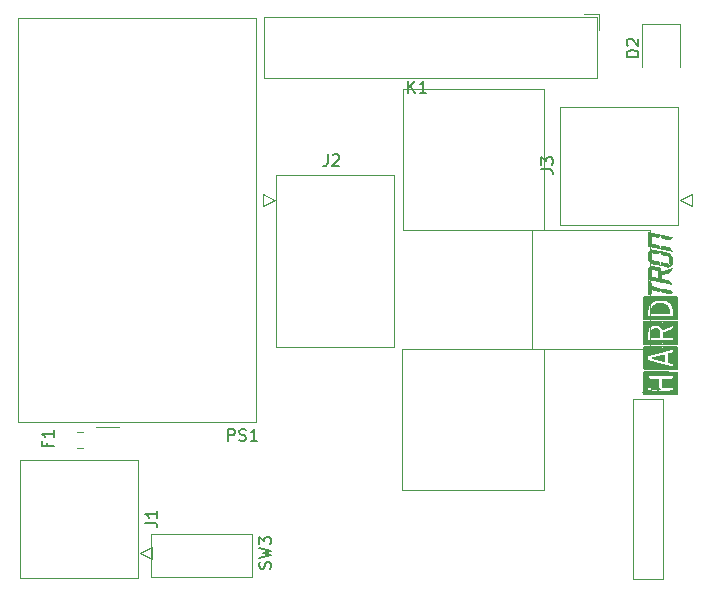
<source format=gbr>
G04 #@! TF.GenerationSoftware,KiCad,Pcbnew,(5.1.5)-3*
G04 #@! TF.CreationDate,2020-09-11T10:44:40-03:00*
G04 #@! TF.ProjectId,HomeTron(kicad),486f6d65-5472-46f6-9e28-6b6963616429,rev?*
G04 #@! TF.SameCoordinates,Original*
G04 #@! TF.FileFunction,Legend,Top*
G04 #@! TF.FilePolarity,Positive*
%FSLAX46Y46*%
G04 Gerber Fmt 4.6, Leading zero omitted, Abs format (unit mm)*
G04 Created by KiCad (PCBNEW (5.1.5)-3) date 2020-09-11 10:44:40*
%MOMM*%
%LPD*%
G04 APERTURE LIST*
%ADD10C,0.120000*%
%ADD11C,0.010000*%
%ADD12C,0.150000*%
G04 APERTURE END LIST*
D10*
X46513100Y-19767600D02*
X58513100Y-19767600D01*
X58513100Y-19767600D02*
X58513100Y-31767600D01*
X46513100Y-19767600D02*
X46513100Y-31767600D01*
X46513100Y-31767600D02*
X58513100Y-31767600D01*
X67462300Y-41776700D02*
X67462300Y-31776700D01*
X67462300Y-31776700D02*
X57462300Y-31776700D01*
X46462300Y-41776700D02*
X58462300Y-41776700D01*
X58462300Y-41776700D02*
X58462300Y-53776700D01*
X46462300Y-53776700D02*
X58462300Y-53776700D01*
X57462300Y-41776700D02*
X57462300Y-31776700D01*
X67462300Y-41776700D02*
X57462300Y-41776700D01*
X46462300Y-41776700D02*
X46462300Y-53776700D01*
D11*
G36*
X67558168Y-38478930D02*
G01*
X67580741Y-38377466D01*
X67617459Y-38283912D01*
X67667533Y-38199075D01*
X67730175Y-38123764D01*
X67804599Y-38058786D01*
X67890016Y-38004948D01*
X67985638Y-37963058D01*
X68090678Y-37933924D01*
X68203149Y-37918441D01*
X68275878Y-37913083D01*
X68281422Y-37996805D01*
X68282663Y-38024172D01*
X68283810Y-38066046D01*
X68284831Y-38119999D01*
X68285692Y-38183603D01*
X68286363Y-38254433D01*
X68286811Y-38330061D01*
X68287004Y-38408059D01*
X68287009Y-38420252D01*
X68287053Y-38759977D01*
X68260595Y-38765269D01*
X68246446Y-38766436D01*
X68217357Y-38767515D01*
X68175317Y-38768475D01*
X68122319Y-38769287D01*
X68060354Y-38769924D01*
X67991414Y-38770355D01*
X67917490Y-38770551D01*
X67897707Y-38770560D01*
X67561278Y-38770560D01*
X67555939Y-38726110D01*
X67553686Y-38698623D01*
X67551888Y-38660112D01*
X67550774Y-38616484D01*
X67550526Y-38587496D01*
X67558168Y-38478930D01*
G37*
X67558168Y-38478930D02*
X67580741Y-38377466D01*
X67617459Y-38283912D01*
X67667533Y-38199075D01*
X67730175Y-38123764D01*
X67804599Y-38058786D01*
X67890016Y-38004948D01*
X67985638Y-37963058D01*
X68090678Y-37933924D01*
X68203149Y-37918441D01*
X68275878Y-37913083D01*
X68281422Y-37996805D01*
X68282663Y-38024172D01*
X68283810Y-38066046D01*
X68284831Y-38119999D01*
X68285692Y-38183603D01*
X68286363Y-38254433D01*
X68286811Y-38330061D01*
X68287004Y-38408059D01*
X68287009Y-38420252D01*
X68287053Y-38759977D01*
X68260595Y-38765269D01*
X68246446Y-38766436D01*
X68217357Y-38767515D01*
X68175317Y-38768475D01*
X68122319Y-38769287D01*
X68060354Y-38769924D01*
X67991414Y-38770355D01*
X67917490Y-38770551D01*
X67897707Y-38770560D01*
X67561278Y-38770560D01*
X67555939Y-38726110D01*
X67553686Y-38698623D01*
X67551888Y-38660112D01*
X67550774Y-38616484D01*
X67550526Y-38587496D01*
X67558168Y-38478930D01*
G36*
X68321185Y-38367797D02*
G01*
X68321483Y-38297412D01*
X68321978Y-38229323D01*
X68322668Y-38165666D01*
X68323553Y-38108578D01*
X68324630Y-38060197D01*
X68325898Y-38022657D01*
X68326548Y-38009573D01*
X68332100Y-37913219D01*
X68398022Y-37918716D01*
X68470997Y-37928704D01*
X68548359Y-37946024D01*
X68623357Y-37968857D01*
X68689236Y-37995384D01*
X68697686Y-37999456D01*
X68787076Y-38052522D01*
X68864179Y-38117181D01*
X68928879Y-38193250D01*
X68981058Y-38280548D01*
X69020600Y-38378894D01*
X69047389Y-38488106D01*
X69057304Y-38558894D01*
X69061794Y-38606573D01*
X69063876Y-38644403D01*
X69063647Y-38679283D01*
X69061206Y-38718110D01*
X69059787Y-38734577D01*
X69056546Y-38770560D01*
X68693872Y-38770560D01*
X68605281Y-38770507D01*
X68532145Y-38770312D01*
X68472986Y-38769922D01*
X68426326Y-38769282D01*
X68390687Y-38768339D01*
X68364590Y-38767038D01*
X68346558Y-38765327D01*
X68335112Y-38763151D01*
X68328774Y-38760457D01*
X68326067Y-38757190D01*
X68326059Y-38757168D01*
X68324731Y-38745326D01*
X68323611Y-38718688D01*
X68322699Y-38679391D01*
X68321991Y-38629572D01*
X68321487Y-38571366D01*
X68321186Y-38506911D01*
X68321086Y-38438342D01*
X68321185Y-38367797D01*
G37*
X68321185Y-38367797D02*
X68321483Y-38297412D01*
X68321978Y-38229323D01*
X68322668Y-38165666D01*
X68323553Y-38108578D01*
X68324630Y-38060197D01*
X68325898Y-38022657D01*
X68326548Y-38009573D01*
X68332100Y-37913219D01*
X68398022Y-37918716D01*
X68470997Y-37928704D01*
X68548359Y-37946024D01*
X68623357Y-37968857D01*
X68689236Y-37995384D01*
X68697686Y-37999456D01*
X68787076Y-38052522D01*
X68864179Y-38117181D01*
X68928879Y-38193250D01*
X68981058Y-38280548D01*
X69020600Y-38378894D01*
X69047389Y-38488106D01*
X69057304Y-38558894D01*
X69061794Y-38606573D01*
X69063876Y-38644403D01*
X69063647Y-38679283D01*
X69061206Y-38718110D01*
X69059787Y-38734577D01*
X69056546Y-38770560D01*
X68693872Y-38770560D01*
X68605281Y-38770507D01*
X68532145Y-38770312D01*
X68472986Y-38769922D01*
X68426326Y-38769282D01*
X68390687Y-38768339D01*
X68364590Y-38767038D01*
X68346558Y-38765327D01*
X68335112Y-38763151D01*
X68328774Y-38760457D01*
X68326067Y-38757190D01*
X68326059Y-38757168D01*
X68324731Y-38745326D01*
X68323611Y-38718688D01*
X68322699Y-38679391D01*
X68321991Y-38629572D01*
X68321487Y-38571366D01*
X68321186Y-38506911D01*
X68321086Y-38438342D01*
X68321185Y-38367797D01*
G36*
X67602057Y-42558056D02*
G01*
X67620391Y-42548653D01*
X67651647Y-42536518D01*
X67694034Y-42522180D01*
X67745763Y-42506171D01*
X67805042Y-42489021D01*
X67870082Y-42471261D01*
X67939091Y-42453420D01*
X68010279Y-42436030D01*
X68081856Y-42419621D01*
X68099269Y-42415806D01*
X68157510Y-42403180D01*
X68201307Y-42394128D01*
X68232806Y-42388822D01*
X68254151Y-42387432D01*
X68267487Y-42390127D01*
X68274958Y-42397079D01*
X68278709Y-42408456D01*
X68280885Y-42424430D01*
X68281567Y-42430277D01*
X68283674Y-42458856D01*
X68284975Y-42499424D01*
X68285481Y-42547060D01*
X68285204Y-42596839D01*
X68284157Y-42643839D01*
X68282353Y-42683135D01*
X68280883Y-42701243D01*
X68277386Y-42721874D01*
X68270693Y-42729645D01*
X68259023Y-42728952D01*
X68241100Y-42725420D01*
X68213017Y-42720307D01*
X68185453Y-42715508D01*
X68149686Y-42708705D01*
X68103944Y-42698911D01*
X68050521Y-42686719D01*
X67991711Y-42672720D01*
X67929809Y-42657504D01*
X67867109Y-42641664D01*
X67805906Y-42625791D01*
X67748494Y-42610476D01*
X67697168Y-42596311D01*
X67654221Y-42583887D01*
X67621949Y-42573796D01*
X67602646Y-42566629D01*
X67598435Y-42564196D01*
X67602057Y-42558056D01*
G37*
X67602057Y-42558056D02*
X67620391Y-42548653D01*
X67651647Y-42536518D01*
X67694034Y-42522180D01*
X67745763Y-42506171D01*
X67805042Y-42489021D01*
X67870082Y-42471261D01*
X67939091Y-42453420D01*
X68010279Y-42436030D01*
X68081856Y-42419621D01*
X68099269Y-42415806D01*
X68157510Y-42403180D01*
X68201307Y-42394128D01*
X68232806Y-42388822D01*
X68254151Y-42387432D01*
X68267487Y-42390127D01*
X68274958Y-42397079D01*
X68278709Y-42408456D01*
X68280885Y-42424430D01*
X68281567Y-42430277D01*
X68283674Y-42458856D01*
X68284975Y-42499424D01*
X68285481Y-42547060D01*
X68285204Y-42596839D01*
X68284157Y-42643839D01*
X68282353Y-42683135D01*
X68280883Y-42701243D01*
X68277386Y-42721874D01*
X68270693Y-42729645D01*
X68259023Y-42728952D01*
X68241100Y-42725420D01*
X68213017Y-42720307D01*
X68185453Y-42715508D01*
X68149686Y-42708705D01*
X68103944Y-42698911D01*
X68050521Y-42686719D01*
X67991711Y-42672720D01*
X67929809Y-42657504D01*
X67867109Y-42641664D01*
X67805906Y-42625791D01*
X67748494Y-42610476D01*
X67697168Y-42596311D01*
X67654221Y-42583887D01*
X67621949Y-42573796D01*
X67602646Y-42566629D01*
X67598435Y-42564196D01*
X67602057Y-42558056D01*
G36*
X68348744Y-42356403D02*
G01*
X68387960Y-42342712D01*
X68436940Y-42329451D01*
X68488936Y-42318127D01*
X68537197Y-42310247D01*
X68568089Y-42307453D01*
X68621486Y-42305394D01*
X68622210Y-42330794D01*
X68622222Y-42345908D01*
X68621883Y-42375416D01*
X68621236Y-42416782D01*
X68620324Y-42467470D01*
X68619189Y-42524945D01*
X68617977Y-42581975D01*
X68616426Y-42642230D01*
X68614581Y-42696907D01*
X68612556Y-42743727D01*
X68610462Y-42780411D01*
X68608412Y-42804679D01*
X68606551Y-42814222D01*
X68593917Y-42816812D01*
X68568802Y-42814737D01*
X68534724Y-42808879D01*
X68495202Y-42800119D01*
X68453752Y-42789340D01*
X68413892Y-42777424D01*
X68379141Y-42765253D01*
X68353017Y-42753709D01*
X68344311Y-42748463D01*
X68320919Y-42731807D01*
X68320919Y-42368029D01*
X68348744Y-42356403D01*
G37*
X68348744Y-42356403D02*
X68387960Y-42342712D01*
X68436940Y-42329451D01*
X68488936Y-42318127D01*
X68537197Y-42310247D01*
X68568089Y-42307453D01*
X68621486Y-42305394D01*
X68622210Y-42330794D01*
X68622222Y-42345908D01*
X68621883Y-42375416D01*
X68621236Y-42416782D01*
X68620324Y-42467470D01*
X68619189Y-42524945D01*
X68617977Y-42581975D01*
X68616426Y-42642230D01*
X68614581Y-42696907D01*
X68612556Y-42743727D01*
X68610462Y-42780411D01*
X68608412Y-42804679D01*
X68606551Y-42814222D01*
X68593917Y-42816812D01*
X68568802Y-42814737D01*
X68534724Y-42808879D01*
X68495202Y-42800119D01*
X68453752Y-42789340D01*
X68413892Y-42777424D01*
X68379141Y-42765253D01*
X68353017Y-42753709D01*
X68344311Y-42748463D01*
X68320919Y-42731807D01*
X68320919Y-42368029D01*
X68348744Y-42356403D01*
G36*
X66915526Y-38278721D02*
G01*
X66915761Y-38145635D01*
X66916182Y-38027613D01*
X66916813Y-37923720D01*
X66917679Y-37833023D01*
X66918802Y-37754585D01*
X66920209Y-37687474D01*
X66921921Y-37630754D01*
X66923964Y-37583491D01*
X66926362Y-37544751D01*
X66929139Y-37513598D01*
X66932318Y-37489100D01*
X66935924Y-37470320D01*
X66939981Y-37456325D01*
X66940520Y-37454869D01*
X66944949Y-37446172D01*
X66952516Y-37440216D01*
X66966430Y-37436195D01*
X66989901Y-37433299D01*
X67026139Y-37430720D01*
X67039651Y-37429906D01*
X67065799Y-37428764D01*
X67106915Y-37427491D01*
X67161035Y-37426128D01*
X67226195Y-37424713D01*
X67300429Y-37423286D01*
X67381774Y-37421885D01*
X67468265Y-37420550D01*
X67557937Y-37419320D01*
X67594409Y-37418864D01*
X68057465Y-37413243D01*
X68062933Y-37437852D01*
X68068924Y-37462877D01*
X68072539Y-37472375D01*
X68074353Y-37467493D01*
X68074718Y-37461380D01*
X68081246Y-37441400D01*
X68088652Y-37432357D01*
X68106176Y-37425898D01*
X68139094Y-37422113D01*
X68186073Y-37421028D01*
X68245781Y-37422667D01*
X68316887Y-37427057D01*
X68326936Y-37427834D01*
X68421852Y-37435332D01*
X68416972Y-37470936D01*
X68414878Y-37493730D01*
X68418194Y-37505296D01*
X68428899Y-37510990D01*
X68432122Y-37511901D01*
X68464684Y-37516971D01*
X68496200Y-37515894D01*
X68520535Y-37509165D01*
X68527748Y-37504189D01*
X68537732Y-37485990D01*
X68541053Y-37466781D01*
X68540866Y-37453495D01*
X68541380Y-37442741D01*
X68544210Y-37434253D01*
X68550969Y-37427765D01*
X68563272Y-37423010D01*
X68582732Y-37419722D01*
X68610963Y-37417634D01*
X68649580Y-37416480D01*
X68700196Y-37415994D01*
X68764426Y-37415908D01*
X68843882Y-37415957D01*
X68848875Y-37415959D01*
X68933713Y-37416270D01*
X69026771Y-37417118D01*
X69123216Y-37418426D01*
X69218216Y-37420114D01*
X69306940Y-37422106D01*
X69384556Y-37424324D01*
X69398677Y-37424800D01*
X69470740Y-37427353D01*
X69527805Y-37429560D01*
X69571797Y-37431618D01*
X69604644Y-37433721D01*
X69628271Y-37436065D01*
X69644604Y-37438844D01*
X69655570Y-37442254D01*
X69663096Y-37446489D01*
X69669107Y-37451746D01*
X69669611Y-37452247D01*
X69688286Y-37470919D01*
X69689053Y-38228689D01*
X69689112Y-38343566D01*
X69689058Y-38455771D01*
X69688898Y-38563849D01*
X69688640Y-38666345D01*
X69688291Y-38761805D01*
X69687857Y-38848774D01*
X69687346Y-38925797D01*
X69686765Y-38991420D01*
X69686120Y-39044189D01*
X69685419Y-39082649D01*
X69684820Y-39102206D01*
X69682591Y-39144877D01*
X69679960Y-39181327D01*
X69677218Y-39208286D01*
X69674654Y-39222484D01*
X69674023Y-39223713D01*
X69664840Y-39228374D01*
X69646634Y-39232467D01*
X69618448Y-39236039D01*
X69579325Y-39239138D01*
X69528308Y-39241812D01*
X69464440Y-39244107D01*
X69386763Y-39246073D01*
X69294320Y-39247756D01*
X69186155Y-39249204D01*
X69154886Y-39249553D01*
X69069532Y-39250306D01*
X68986103Y-39250730D01*
X68906794Y-39250836D01*
X68833801Y-39250634D01*
X68769318Y-39250135D01*
X68715543Y-39249348D01*
X68674670Y-39248285D01*
X68652013Y-39247192D01*
X68608355Y-39243848D01*
X68578553Y-39240035D01*
X68559558Y-39234284D01*
X68548322Y-39225123D01*
X68541797Y-39211082D01*
X68537162Y-39191777D01*
X68533767Y-39179604D01*
X68527329Y-39172643D01*
X68513840Y-39169439D01*
X68489291Y-39168536D01*
X68473005Y-39168494D01*
X68413746Y-39168494D01*
X68418286Y-39239596D01*
X68380186Y-39246847D01*
X68357671Y-39249262D01*
X68323772Y-39250644D01*
X68311079Y-39250776D01*
X68311079Y-39176960D01*
X68322705Y-39176025D01*
X68328205Y-39170491D01*
X68328899Y-39156261D01*
X68326204Y-39130050D01*
X68323798Y-39113735D01*
X68321505Y-39099782D01*
X68320525Y-39088008D01*
X68322058Y-39078230D01*
X68327303Y-39070265D01*
X68337459Y-39063928D01*
X68353727Y-39059037D01*
X68377306Y-39055409D01*
X68409395Y-39052860D01*
X68451194Y-39051206D01*
X68503902Y-39050265D01*
X68568719Y-39049854D01*
X68646845Y-39049788D01*
X68739478Y-39049884D01*
X68847819Y-39049960D01*
X69362068Y-39049960D01*
X69365015Y-38798077D01*
X69366004Y-38701993D01*
X69366482Y-38621005D01*
X69366377Y-38553284D01*
X69365617Y-38496997D01*
X69364129Y-38450314D01*
X69361841Y-38411405D01*
X69358680Y-38378437D01*
X69354573Y-38349581D01*
X69349449Y-38323005D01*
X69345547Y-38306120D01*
X69310311Y-38196430D01*
X69260214Y-38094625D01*
X69195575Y-38001080D01*
X69116711Y-37916175D01*
X69023941Y-37840286D01*
X68917583Y-37773790D01*
X68880686Y-37754535D01*
X68780200Y-37710777D01*
X68672748Y-37676744D01*
X68555566Y-37651704D01*
X68430986Y-37635411D01*
X68392300Y-37631422D01*
X68360269Y-37627649D01*
X68338376Y-37624536D01*
X68330161Y-37622614D01*
X68328242Y-37612893D01*
X68327296Y-37592053D01*
X68327308Y-37579131D01*
X68324729Y-37542301D01*
X68316098Y-37518437D01*
X68302013Y-37509101D01*
X68300397Y-37509027D01*
X68292172Y-37516350D01*
X68284926Y-37533790D01*
X68280496Y-37554553D01*
X68280720Y-37571843D01*
X68282307Y-37575932D01*
X68282957Y-37588377D01*
X68278191Y-37608120D01*
X68278081Y-37608436D01*
X68269312Y-37633590D01*
X68170830Y-37639478D01*
X68079620Y-37649889D01*
X68079620Y-37500560D01*
X68083853Y-37496327D01*
X68079620Y-37492094D01*
X68075386Y-37496327D01*
X68079620Y-37500560D01*
X68079620Y-37649889D01*
X68040961Y-37654303D01*
X67915704Y-37682512D01*
X67796672Y-37723315D01*
X67685476Y-37775922D01*
X67583728Y-37839543D01*
X67493040Y-37913389D01*
X67415024Y-37996668D01*
X67398324Y-38018025D01*
X67355082Y-38079311D01*
X67321337Y-38137175D01*
X67294901Y-38196600D01*
X67273586Y-38262566D01*
X67255205Y-38340057D01*
X67253729Y-38347227D01*
X67248924Y-38371661D01*
X67245100Y-38394190D01*
X67242185Y-38416985D01*
X67240104Y-38442218D01*
X67238785Y-38472060D01*
X67238154Y-38508683D01*
X67238137Y-38554258D01*
X67238661Y-38610958D01*
X67239652Y-38680952D01*
X67240547Y-38736694D01*
X67241691Y-38806440D01*
X67242747Y-38870792D01*
X67243681Y-38927798D01*
X67244462Y-38975505D01*
X67245059Y-39011959D01*
X67245438Y-39035208D01*
X67245567Y-39043239D01*
X67253806Y-39044347D01*
X67277521Y-39045468D01*
X67315252Y-39046580D01*
X67365542Y-39047657D01*
X67426932Y-39048677D01*
X67497964Y-39049614D01*
X67577180Y-39050445D01*
X67663122Y-39051145D01*
X67754331Y-39051691D01*
X67757469Y-39051706D01*
X67869052Y-39052326D01*
X67964724Y-39053036D01*
X68045510Y-39053862D01*
X68112430Y-39054830D01*
X68166510Y-39055965D01*
X68208770Y-39057294D01*
X68240235Y-39058840D01*
X68261927Y-39060631D01*
X68274870Y-39062691D01*
X68279844Y-39064759D01*
X68285672Y-39076383D01*
X68285421Y-39096374D01*
X68281767Y-39117488D01*
X68277563Y-39148642D01*
X68281599Y-39167070D01*
X68295227Y-39175517D01*
X68311079Y-39176960D01*
X68311079Y-39250776D01*
X68282298Y-39251076D01*
X68237059Y-39250642D01*
X68191866Y-39249426D01*
X68150527Y-39247512D01*
X68116853Y-39244983D01*
X68094654Y-39241923D01*
X68089573Y-39240459D01*
X68079811Y-39231860D01*
X68078710Y-39215851D01*
X68086262Y-39189243D01*
X68089399Y-39180825D01*
X68090480Y-39170055D01*
X68083303Y-39170088D01*
X68073705Y-39180368D01*
X68066280Y-39200039D01*
X68065929Y-39201661D01*
X68059160Y-39223824D01*
X68050677Y-39238920D01*
X68050473Y-39239128D01*
X68043154Y-39241312D01*
X68025301Y-39243258D01*
X67996142Y-39244982D01*
X67954904Y-39246504D01*
X67900815Y-39247841D01*
X67833102Y-39249012D01*
X67750995Y-39250033D01*
X67653719Y-39250925D01*
X67540503Y-39251704D01*
X67505142Y-39251909D01*
X66969608Y-39254890D01*
X66942531Y-39232106D01*
X66915453Y-39209322D01*
X66915453Y-38427805D01*
X66915526Y-38278721D01*
G37*
X66915526Y-38278721D02*
X66915761Y-38145635D01*
X66916182Y-38027613D01*
X66916813Y-37923720D01*
X66917679Y-37833023D01*
X66918802Y-37754585D01*
X66920209Y-37687474D01*
X66921921Y-37630754D01*
X66923964Y-37583491D01*
X66926362Y-37544751D01*
X66929139Y-37513598D01*
X66932318Y-37489100D01*
X66935924Y-37470320D01*
X66939981Y-37456325D01*
X66940520Y-37454869D01*
X66944949Y-37446172D01*
X66952516Y-37440216D01*
X66966430Y-37436195D01*
X66989901Y-37433299D01*
X67026139Y-37430720D01*
X67039651Y-37429906D01*
X67065799Y-37428764D01*
X67106915Y-37427491D01*
X67161035Y-37426128D01*
X67226195Y-37424713D01*
X67300429Y-37423286D01*
X67381774Y-37421885D01*
X67468265Y-37420550D01*
X67557937Y-37419320D01*
X67594409Y-37418864D01*
X68057465Y-37413243D01*
X68062933Y-37437852D01*
X68068924Y-37462877D01*
X68072539Y-37472375D01*
X68074353Y-37467493D01*
X68074718Y-37461380D01*
X68081246Y-37441400D01*
X68088652Y-37432357D01*
X68106176Y-37425898D01*
X68139094Y-37422113D01*
X68186073Y-37421028D01*
X68245781Y-37422667D01*
X68316887Y-37427057D01*
X68326936Y-37427834D01*
X68421852Y-37435332D01*
X68416972Y-37470936D01*
X68414878Y-37493730D01*
X68418194Y-37505296D01*
X68428899Y-37510990D01*
X68432122Y-37511901D01*
X68464684Y-37516971D01*
X68496200Y-37515894D01*
X68520535Y-37509165D01*
X68527748Y-37504189D01*
X68537732Y-37485990D01*
X68541053Y-37466781D01*
X68540866Y-37453495D01*
X68541380Y-37442741D01*
X68544210Y-37434253D01*
X68550969Y-37427765D01*
X68563272Y-37423010D01*
X68582732Y-37419722D01*
X68610963Y-37417634D01*
X68649580Y-37416480D01*
X68700196Y-37415994D01*
X68764426Y-37415908D01*
X68843882Y-37415957D01*
X68848875Y-37415959D01*
X68933713Y-37416270D01*
X69026771Y-37417118D01*
X69123216Y-37418426D01*
X69218216Y-37420114D01*
X69306940Y-37422106D01*
X69384556Y-37424324D01*
X69398677Y-37424800D01*
X69470740Y-37427353D01*
X69527805Y-37429560D01*
X69571797Y-37431618D01*
X69604644Y-37433721D01*
X69628271Y-37436065D01*
X69644604Y-37438844D01*
X69655570Y-37442254D01*
X69663096Y-37446489D01*
X69669107Y-37451746D01*
X69669611Y-37452247D01*
X69688286Y-37470919D01*
X69689053Y-38228689D01*
X69689112Y-38343566D01*
X69689058Y-38455771D01*
X69688898Y-38563849D01*
X69688640Y-38666345D01*
X69688291Y-38761805D01*
X69687857Y-38848774D01*
X69687346Y-38925797D01*
X69686765Y-38991420D01*
X69686120Y-39044189D01*
X69685419Y-39082649D01*
X69684820Y-39102206D01*
X69682591Y-39144877D01*
X69679960Y-39181327D01*
X69677218Y-39208286D01*
X69674654Y-39222484D01*
X69674023Y-39223713D01*
X69664840Y-39228374D01*
X69646634Y-39232467D01*
X69618448Y-39236039D01*
X69579325Y-39239138D01*
X69528308Y-39241812D01*
X69464440Y-39244107D01*
X69386763Y-39246073D01*
X69294320Y-39247756D01*
X69186155Y-39249204D01*
X69154886Y-39249553D01*
X69069532Y-39250306D01*
X68986103Y-39250730D01*
X68906794Y-39250836D01*
X68833801Y-39250634D01*
X68769318Y-39250135D01*
X68715543Y-39249348D01*
X68674670Y-39248285D01*
X68652013Y-39247192D01*
X68608355Y-39243848D01*
X68578553Y-39240035D01*
X68559558Y-39234284D01*
X68548322Y-39225123D01*
X68541797Y-39211082D01*
X68537162Y-39191777D01*
X68533767Y-39179604D01*
X68527329Y-39172643D01*
X68513840Y-39169439D01*
X68489291Y-39168536D01*
X68473005Y-39168494D01*
X68413746Y-39168494D01*
X68418286Y-39239596D01*
X68380186Y-39246847D01*
X68357671Y-39249262D01*
X68323772Y-39250644D01*
X68311079Y-39250776D01*
X68311079Y-39176960D01*
X68322705Y-39176025D01*
X68328205Y-39170491D01*
X68328899Y-39156261D01*
X68326204Y-39130050D01*
X68323798Y-39113735D01*
X68321505Y-39099782D01*
X68320525Y-39088008D01*
X68322058Y-39078230D01*
X68327303Y-39070265D01*
X68337459Y-39063928D01*
X68353727Y-39059037D01*
X68377306Y-39055409D01*
X68409395Y-39052860D01*
X68451194Y-39051206D01*
X68503902Y-39050265D01*
X68568719Y-39049854D01*
X68646845Y-39049788D01*
X68739478Y-39049884D01*
X68847819Y-39049960D01*
X69362068Y-39049960D01*
X69365015Y-38798077D01*
X69366004Y-38701993D01*
X69366482Y-38621005D01*
X69366377Y-38553284D01*
X69365617Y-38496997D01*
X69364129Y-38450314D01*
X69361841Y-38411405D01*
X69358680Y-38378437D01*
X69354573Y-38349581D01*
X69349449Y-38323005D01*
X69345547Y-38306120D01*
X69310311Y-38196430D01*
X69260214Y-38094625D01*
X69195575Y-38001080D01*
X69116711Y-37916175D01*
X69023941Y-37840286D01*
X68917583Y-37773790D01*
X68880686Y-37754535D01*
X68780200Y-37710777D01*
X68672748Y-37676744D01*
X68555566Y-37651704D01*
X68430986Y-37635411D01*
X68392300Y-37631422D01*
X68360269Y-37627649D01*
X68338376Y-37624536D01*
X68330161Y-37622614D01*
X68328242Y-37612893D01*
X68327296Y-37592053D01*
X68327308Y-37579131D01*
X68324729Y-37542301D01*
X68316098Y-37518437D01*
X68302013Y-37509101D01*
X68300397Y-37509027D01*
X68292172Y-37516350D01*
X68284926Y-37533790D01*
X68280496Y-37554553D01*
X68280720Y-37571843D01*
X68282307Y-37575932D01*
X68282957Y-37588377D01*
X68278191Y-37608120D01*
X68278081Y-37608436D01*
X68269312Y-37633590D01*
X68170830Y-37639478D01*
X68079620Y-37649889D01*
X68079620Y-37500560D01*
X68083853Y-37496327D01*
X68079620Y-37492094D01*
X68075386Y-37496327D01*
X68079620Y-37500560D01*
X68079620Y-37649889D01*
X68040961Y-37654303D01*
X67915704Y-37682512D01*
X67796672Y-37723315D01*
X67685476Y-37775922D01*
X67583728Y-37839543D01*
X67493040Y-37913389D01*
X67415024Y-37996668D01*
X67398324Y-38018025D01*
X67355082Y-38079311D01*
X67321337Y-38137175D01*
X67294901Y-38196600D01*
X67273586Y-38262566D01*
X67255205Y-38340057D01*
X67253729Y-38347227D01*
X67248924Y-38371661D01*
X67245100Y-38394190D01*
X67242185Y-38416985D01*
X67240104Y-38442218D01*
X67238785Y-38472060D01*
X67238154Y-38508683D01*
X67238137Y-38554258D01*
X67238661Y-38610958D01*
X67239652Y-38680952D01*
X67240547Y-38736694D01*
X67241691Y-38806440D01*
X67242747Y-38870792D01*
X67243681Y-38927798D01*
X67244462Y-38975505D01*
X67245059Y-39011959D01*
X67245438Y-39035208D01*
X67245567Y-39043239D01*
X67253806Y-39044347D01*
X67277521Y-39045468D01*
X67315252Y-39046580D01*
X67365542Y-39047657D01*
X67426932Y-39048677D01*
X67497964Y-39049614D01*
X67577180Y-39050445D01*
X67663122Y-39051145D01*
X67754331Y-39051691D01*
X67757469Y-39051706D01*
X67869052Y-39052326D01*
X67964724Y-39053036D01*
X68045510Y-39053862D01*
X68112430Y-39054830D01*
X68166510Y-39055965D01*
X68208770Y-39057294D01*
X68240235Y-39058840D01*
X68261927Y-39060631D01*
X68274870Y-39062691D01*
X68279844Y-39064759D01*
X68285672Y-39076383D01*
X68285421Y-39096374D01*
X68281767Y-39117488D01*
X68277563Y-39148642D01*
X68281599Y-39167070D01*
X68295227Y-39175517D01*
X68311079Y-39176960D01*
X68311079Y-39250776D01*
X68282298Y-39251076D01*
X68237059Y-39250642D01*
X68191866Y-39249426D01*
X68150527Y-39247512D01*
X68116853Y-39244983D01*
X68094654Y-39241923D01*
X68089573Y-39240459D01*
X68079811Y-39231860D01*
X68078710Y-39215851D01*
X68086262Y-39189243D01*
X68089399Y-39180825D01*
X68090480Y-39170055D01*
X68083303Y-39170088D01*
X68073705Y-39180368D01*
X68066280Y-39200039D01*
X68065929Y-39201661D01*
X68059160Y-39223824D01*
X68050677Y-39238920D01*
X68050473Y-39239128D01*
X68043154Y-39241312D01*
X68025301Y-39243258D01*
X67996142Y-39244982D01*
X67954904Y-39246504D01*
X67900815Y-39247841D01*
X67833102Y-39249012D01*
X67750995Y-39250033D01*
X67653719Y-39250925D01*
X67540503Y-39251704D01*
X67505142Y-39251909D01*
X66969608Y-39254890D01*
X66942531Y-39232106D01*
X66915453Y-39209322D01*
X66915453Y-38427805D01*
X66915526Y-38278721D01*
G36*
X67539260Y-40361573D02*
G01*
X67540553Y-40315853D01*
X67543680Y-40282008D01*
X67549389Y-40255014D01*
X67558434Y-40229847D01*
X67559233Y-40227974D01*
X67586535Y-40182914D01*
X67626279Y-40141515D01*
X67673980Y-40107865D01*
X67709188Y-40091301D01*
X67795102Y-40065091D01*
X67877074Y-40051743D01*
X67953609Y-40051090D01*
X68023213Y-40062965D01*
X68084390Y-40087204D01*
X68135647Y-40123640D01*
X68152118Y-40140541D01*
X68170715Y-40163740D01*
X68185287Y-40187783D01*
X68196522Y-40215363D01*
X68205107Y-40249171D01*
X68211730Y-40291900D01*
X68217078Y-40346241D01*
X68221729Y-40413093D01*
X68222188Y-40430833D01*
X68222360Y-40462243D01*
X68222255Y-40504065D01*
X68221879Y-40553040D01*
X68221256Y-40604868D01*
X68218960Y-40767009D01*
X68111190Y-40773257D01*
X68072612Y-40774864D01*
X68024635Y-40775881D01*
X67969671Y-40776351D01*
X67910130Y-40776317D01*
X67848425Y-40775823D01*
X67786968Y-40774912D01*
X67728171Y-40773626D01*
X67674444Y-40772011D01*
X67628201Y-40770108D01*
X67591853Y-40767962D01*
X67567811Y-40765616D01*
X67558640Y-40763322D01*
X67555856Y-40752635D01*
X67552922Y-40727715D01*
X67549969Y-40691256D01*
X67547127Y-40645958D01*
X67544525Y-40594515D01*
X67542295Y-40539626D01*
X67540566Y-40483987D01*
X67539467Y-40430294D01*
X67539130Y-40381245D01*
X67539260Y-40361573D01*
G37*
X67539260Y-40361573D02*
X67540553Y-40315853D01*
X67543680Y-40282008D01*
X67549389Y-40255014D01*
X67558434Y-40229847D01*
X67559233Y-40227974D01*
X67586535Y-40182914D01*
X67626279Y-40141515D01*
X67673980Y-40107865D01*
X67709188Y-40091301D01*
X67795102Y-40065091D01*
X67877074Y-40051743D01*
X67953609Y-40051090D01*
X68023213Y-40062965D01*
X68084390Y-40087204D01*
X68135647Y-40123640D01*
X68152118Y-40140541D01*
X68170715Y-40163740D01*
X68185287Y-40187783D01*
X68196522Y-40215363D01*
X68205107Y-40249171D01*
X68211730Y-40291900D01*
X68217078Y-40346241D01*
X68221729Y-40413093D01*
X68222188Y-40430833D01*
X68222360Y-40462243D01*
X68222255Y-40504065D01*
X68221879Y-40553040D01*
X68221256Y-40604868D01*
X68218960Y-40767009D01*
X68111190Y-40773257D01*
X68072612Y-40774864D01*
X68024635Y-40775881D01*
X67969671Y-40776351D01*
X67910130Y-40776317D01*
X67848425Y-40775823D01*
X67786968Y-40774912D01*
X67728171Y-40773626D01*
X67674444Y-40772011D01*
X67628201Y-40770108D01*
X67591853Y-40767962D01*
X67567811Y-40765616D01*
X67558640Y-40763322D01*
X67555856Y-40752635D01*
X67552922Y-40727715D01*
X67549969Y-40691256D01*
X67547127Y-40645958D01*
X67544525Y-40594515D01*
X67542295Y-40539626D01*
X67540566Y-40483987D01*
X67539467Y-40430294D01*
X67539130Y-40381245D01*
X67539260Y-40361573D01*
G36*
X66892819Y-40077379D02*
G01*
X66893201Y-39994548D01*
X66893935Y-39919756D01*
X66895041Y-39854474D01*
X66896537Y-39800169D01*
X66898041Y-39765393D01*
X66902466Y-39692231D01*
X66907193Y-39634330D01*
X66912535Y-39590017D01*
X66918804Y-39557621D01*
X66926316Y-39535468D01*
X66935383Y-39521887D01*
X66944850Y-39515717D01*
X66964156Y-39511639D01*
X66998493Y-39507902D01*
X67045958Y-39504524D01*
X67104652Y-39501520D01*
X67172675Y-39498909D01*
X67248125Y-39496708D01*
X67329103Y-39494932D01*
X67413708Y-39493601D01*
X67500039Y-39492730D01*
X67586195Y-39492338D01*
X67670278Y-39492440D01*
X67750385Y-39493055D01*
X67824616Y-39494199D01*
X67891071Y-39495889D01*
X67947850Y-39498143D01*
X67993052Y-39500978D01*
X68024776Y-39504411D01*
X68033053Y-39505908D01*
X68067797Y-39509850D01*
X68104542Y-39505305D01*
X68117382Y-39502222D01*
X68165306Y-39493476D01*
X68218252Y-39489896D01*
X68272317Y-39491130D01*
X68323595Y-39496825D01*
X68368182Y-39506630D01*
X68402172Y-39520192D01*
X68414824Y-39529024D01*
X68425140Y-39543851D01*
X68419591Y-39555625D01*
X68397878Y-39564567D01*
X68359705Y-39570897D01*
X68358378Y-39571041D01*
X68329275Y-39575447D01*
X68307195Y-39581175D01*
X68297518Y-39586476D01*
X68295377Y-39597884D01*
X68293553Y-39623079D01*
X68292185Y-39658914D01*
X68291410Y-39702244D01*
X68291286Y-39728703D01*
X68290911Y-39774529D01*
X68289874Y-39814307D01*
X68288312Y-39844990D01*
X68286359Y-39863536D01*
X68285112Y-39867521D01*
X68274787Y-39867531D01*
X68253975Y-39861441D01*
X68230079Y-39851813D01*
X68180693Y-39830966D01*
X68135687Y-39815333D01*
X68091187Y-39804234D01*
X68088086Y-39803765D01*
X68088086Y-39583360D01*
X68099360Y-39579270D01*
X68100786Y-39575799D01*
X68094048Y-39566544D01*
X68088086Y-39563365D01*
X68077163Y-39564666D01*
X68075386Y-39570926D01*
X68082169Y-39581919D01*
X68088086Y-39583360D01*
X68088086Y-39803765D01*
X68043315Y-39796990D01*
X67988196Y-39792921D01*
X67921954Y-39791347D01*
X67884886Y-39791279D01*
X67826507Y-39791650D01*
X67781438Y-39792588D01*
X67746057Y-39794428D01*
X67716740Y-39797506D01*
X67689868Y-39802158D01*
X67661816Y-39808718D01*
X67642995Y-39813687D01*
X67552996Y-39843021D01*
X67476557Y-39879320D01*
X67412591Y-39923885D01*
X67360012Y-39978015D01*
X67317734Y-40043011D01*
X67284671Y-40120171D01*
X67259737Y-40210795D01*
X67245585Y-40289276D01*
X67242622Y-40319106D01*
X67240382Y-40363945D01*
X67238858Y-40424173D01*
X67238045Y-40500168D01*
X67237936Y-40592309D01*
X67238525Y-40700975D01*
X67238562Y-40705584D01*
X67241420Y-41055210D01*
X67265761Y-41060118D01*
X67286086Y-41062260D01*
X67321123Y-41063762D01*
X67368664Y-41064640D01*
X67426500Y-41064911D01*
X67492423Y-41064591D01*
X67564225Y-41063696D01*
X67639697Y-41062242D01*
X67716630Y-41060246D01*
X67792816Y-41057724D01*
X67838320Y-41055920D01*
X67904959Y-41053668D01*
X67972372Y-41052432D01*
X68038286Y-41052158D01*
X68100430Y-41052788D01*
X68156532Y-41054268D01*
X68204322Y-41056542D01*
X68241527Y-41059554D01*
X68265876Y-41063249D01*
X68274530Y-41066616D01*
X68276582Y-41076024D01*
X68279249Y-41098464D01*
X68282112Y-41130065D01*
X68283688Y-41150935D01*
X68289371Y-41231780D01*
X68261753Y-41237303D01*
X68236307Y-41240857D01*
X68204227Y-41243396D01*
X68190745Y-41243941D01*
X68166660Y-41244766D01*
X68158268Y-41245997D01*
X68164328Y-41248259D01*
X68176986Y-41250886D01*
X68199090Y-41253141D01*
X68232097Y-41254060D01*
X68270020Y-41253522D01*
X68282820Y-41252994D01*
X68338897Y-41252487D01*
X68382460Y-41256769D01*
X68412674Y-41265452D01*
X68428707Y-41278148D01*
X68429727Y-41294468D01*
X68414900Y-41314025D01*
X68414510Y-41314380D01*
X68410634Y-41317170D01*
X68404839Y-41319585D01*
X68395973Y-41321650D01*
X68382886Y-41323388D01*
X68364427Y-41324823D01*
X68339447Y-41325980D01*
X68306794Y-41326883D01*
X68265318Y-41327557D01*
X68213868Y-41328024D01*
X68151295Y-41328310D01*
X68076448Y-41328438D01*
X67988175Y-41328432D01*
X67885327Y-41328318D01*
X67766754Y-41328118D01*
X67760460Y-41328106D01*
X67619055Y-41327737D01*
X67493693Y-41327165D01*
X67383485Y-41326358D01*
X67287541Y-41325282D01*
X67204972Y-41323906D01*
X67134887Y-41322198D01*
X67076398Y-41320124D01*
X67028616Y-41317652D01*
X66990650Y-41314750D01*
X66961611Y-41311386D01*
X66940609Y-41307527D01*
X66926756Y-41303141D01*
X66919162Y-41298195D01*
X66918516Y-41297414D01*
X66915941Y-41285728D01*
X66913403Y-41258578D01*
X66910923Y-41217433D01*
X66908519Y-41163761D01*
X66906212Y-41099032D01*
X66904021Y-41024715D01*
X66901966Y-40942279D01*
X66900067Y-40853193D01*
X66898342Y-40758925D01*
X66896812Y-40660945D01*
X66895496Y-40560723D01*
X66894414Y-40459726D01*
X66893586Y-40359424D01*
X66893031Y-40261287D01*
X66892769Y-40166782D01*
X66892819Y-40077379D01*
G37*
X66892819Y-40077379D02*
X66893201Y-39994548D01*
X66893935Y-39919756D01*
X66895041Y-39854474D01*
X66896537Y-39800169D01*
X66898041Y-39765393D01*
X66902466Y-39692231D01*
X66907193Y-39634330D01*
X66912535Y-39590017D01*
X66918804Y-39557621D01*
X66926316Y-39535468D01*
X66935383Y-39521887D01*
X66944850Y-39515717D01*
X66964156Y-39511639D01*
X66998493Y-39507902D01*
X67045958Y-39504524D01*
X67104652Y-39501520D01*
X67172675Y-39498909D01*
X67248125Y-39496708D01*
X67329103Y-39494932D01*
X67413708Y-39493601D01*
X67500039Y-39492730D01*
X67586195Y-39492338D01*
X67670278Y-39492440D01*
X67750385Y-39493055D01*
X67824616Y-39494199D01*
X67891071Y-39495889D01*
X67947850Y-39498143D01*
X67993052Y-39500978D01*
X68024776Y-39504411D01*
X68033053Y-39505908D01*
X68067797Y-39509850D01*
X68104542Y-39505305D01*
X68117382Y-39502222D01*
X68165306Y-39493476D01*
X68218252Y-39489896D01*
X68272317Y-39491130D01*
X68323595Y-39496825D01*
X68368182Y-39506630D01*
X68402172Y-39520192D01*
X68414824Y-39529024D01*
X68425140Y-39543851D01*
X68419591Y-39555625D01*
X68397878Y-39564567D01*
X68359705Y-39570897D01*
X68358378Y-39571041D01*
X68329275Y-39575447D01*
X68307195Y-39581175D01*
X68297518Y-39586476D01*
X68295377Y-39597884D01*
X68293553Y-39623079D01*
X68292185Y-39658914D01*
X68291410Y-39702244D01*
X68291286Y-39728703D01*
X68290911Y-39774529D01*
X68289874Y-39814307D01*
X68288312Y-39844990D01*
X68286359Y-39863536D01*
X68285112Y-39867521D01*
X68274787Y-39867531D01*
X68253975Y-39861441D01*
X68230079Y-39851813D01*
X68180693Y-39830966D01*
X68135687Y-39815333D01*
X68091187Y-39804234D01*
X68088086Y-39803765D01*
X68088086Y-39583360D01*
X68099360Y-39579270D01*
X68100786Y-39575799D01*
X68094048Y-39566544D01*
X68088086Y-39563365D01*
X68077163Y-39564666D01*
X68075386Y-39570926D01*
X68082169Y-39581919D01*
X68088086Y-39583360D01*
X68088086Y-39803765D01*
X68043315Y-39796990D01*
X67988196Y-39792921D01*
X67921954Y-39791347D01*
X67884886Y-39791279D01*
X67826507Y-39791650D01*
X67781438Y-39792588D01*
X67746057Y-39794428D01*
X67716740Y-39797506D01*
X67689868Y-39802158D01*
X67661816Y-39808718D01*
X67642995Y-39813687D01*
X67552996Y-39843021D01*
X67476557Y-39879320D01*
X67412591Y-39923885D01*
X67360012Y-39978015D01*
X67317734Y-40043011D01*
X67284671Y-40120171D01*
X67259737Y-40210795D01*
X67245585Y-40289276D01*
X67242622Y-40319106D01*
X67240382Y-40363945D01*
X67238858Y-40424173D01*
X67238045Y-40500168D01*
X67237936Y-40592309D01*
X67238525Y-40700975D01*
X67238562Y-40705584D01*
X67241420Y-41055210D01*
X67265761Y-41060118D01*
X67286086Y-41062260D01*
X67321123Y-41063762D01*
X67368664Y-41064640D01*
X67426500Y-41064911D01*
X67492423Y-41064591D01*
X67564225Y-41063696D01*
X67639697Y-41062242D01*
X67716630Y-41060246D01*
X67792816Y-41057724D01*
X67838320Y-41055920D01*
X67904959Y-41053668D01*
X67972372Y-41052432D01*
X68038286Y-41052158D01*
X68100430Y-41052788D01*
X68156532Y-41054268D01*
X68204322Y-41056542D01*
X68241527Y-41059554D01*
X68265876Y-41063249D01*
X68274530Y-41066616D01*
X68276582Y-41076024D01*
X68279249Y-41098464D01*
X68282112Y-41130065D01*
X68283688Y-41150935D01*
X68289371Y-41231780D01*
X68261753Y-41237303D01*
X68236307Y-41240857D01*
X68204227Y-41243396D01*
X68190745Y-41243941D01*
X68166660Y-41244766D01*
X68158268Y-41245997D01*
X68164328Y-41248259D01*
X68176986Y-41250886D01*
X68199090Y-41253141D01*
X68232097Y-41254060D01*
X68270020Y-41253522D01*
X68282820Y-41252994D01*
X68338897Y-41252487D01*
X68382460Y-41256769D01*
X68412674Y-41265452D01*
X68428707Y-41278148D01*
X68429727Y-41294468D01*
X68414900Y-41314025D01*
X68414510Y-41314380D01*
X68410634Y-41317170D01*
X68404839Y-41319585D01*
X68395973Y-41321650D01*
X68382886Y-41323388D01*
X68364427Y-41324823D01*
X68339447Y-41325980D01*
X68306794Y-41326883D01*
X68265318Y-41327557D01*
X68213868Y-41328024D01*
X68151295Y-41328310D01*
X68076448Y-41328438D01*
X67988175Y-41328432D01*
X67885327Y-41328318D01*
X67766754Y-41328118D01*
X67760460Y-41328106D01*
X67619055Y-41327737D01*
X67493693Y-41327165D01*
X67383485Y-41326358D01*
X67287541Y-41325282D01*
X67204972Y-41323906D01*
X67134887Y-41322198D01*
X67076398Y-41320124D01*
X67028616Y-41317652D01*
X66990650Y-41314750D01*
X66961611Y-41311386D01*
X66940609Y-41307527D01*
X66926756Y-41303141D01*
X66919162Y-41298195D01*
X66918516Y-41297414D01*
X66915941Y-41285728D01*
X66913403Y-41258578D01*
X66910923Y-41217433D01*
X66908519Y-41163761D01*
X66906212Y-41099032D01*
X66904021Y-41024715D01*
X66901966Y-40942279D01*
X66900067Y-40853193D01*
X66898342Y-40758925D01*
X66896812Y-40660945D01*
X66895496Y-40560723D01*
X66894414Y-40459726D01*
X66893586Y-40359424D01*
X66893031Y-40261287D01*
X66892769Y-40166782D01*
X66892819Y-40077379D01*
G36*
X68320961Y-39798442D02*
G01*
X68324425Y-39754550D01*
X68328923Y-39718042D01*
X68329001Y-39717557D01*
X68333831Y-39681114D01*
X68337027Y-39644234D01*
X68337789Y-39623577D01*
X68337853Y-39583360D01*
X68540015Y-39583360D01*
X68545519Y-39546661D01*
X68550124Y-39522122D01*
X68555078Y-39504555D01*
X68556621Y-39501305D01*
X68566194Y-39499144D01*
X68590795Y-39497078D01*
X68628518Y-39495130D01*
X68677459Y-39493324D01*
X68735711Y-39491683D01*
X68801370Y-39490228D01*
X68872530Y-39488983D01*
X68947286Y-39487971D01*
X69023732Y-39487215D01*
X69099964Y-39486738D01*
X69174075Y-39486562D01*
X69244161Y-39486710D01*
X69308316Y-39487206D01*
X69364635Y-39488072D01*
X69411212Y-39489331D01*
X69441050Y-39490687D01*
X69515659Y-39495762D01*
X69574859Y-39501407D01*
X69620175Y-39507903D01*
X69653130Y-39515533D01*
X69675246Y-39524579D01*
X69688046Y-39535323D01*
X69688952Y-39536622D01*
X69696053Y-39554986D01*
X69702961Y-39585697D01*
X69709047Y-39624172D01*
X69713682Y-39665831D01*
X69716237Y-39706093D01*
X69716304Y-39735760D01*
X69716004Y-39749996D01*
X69715581Y-39779825D01*
X69715048Y-39823906D01*
X69714419Y-39880899D01*
X69713707Y-39949463D01*
X69712926Y-40028259D01*
X69712089Y-40115947D01*
X69711209Y-40211185D01*
X69710301Y-40312633D01*
X69709376Y-40418952D01*
X69708922Y-40472360D01*
X69707717Y-40607607D01*
X69706497Y-40727009D01*
X69705225Y-40831653D01*
X69703861Y-40922627D01*
X69702367Y-41001018D01*
X69700704Y-41067915D01*
X69698833Y-41124405D01*
X69696716Y-41171577D01*
X69694314Y-41210516D01*
X69691589Y-41242313D01*
X69688501Y-41268054D01*
X69685013Y-41288826D01*
X69681085Y-41305719D01*
X69679041Y-41312737D01*
X69677373Y-41315689D01*
X69673542Y-41318213D01*
X69666343Y-41320338D01*
X69654571Y-41322090D01*
X69637020Y-41323496D01*
X69612486Y-41324584D01*
X69579761Y-41325380D01*
X69537643Y-41325912D01*
X69484924Y-41326206D01*
X69420399Y-41326290D01*
X69342864Y-41326191D01*
X69251113Y-41325936D01*
X69143940Y-41325552D01*
X69114117Y-41325437D01*
X68553827Y-41323260D01*
X68546495Y-41288498D01*
X68539162Y-41253736D01*
X68457207Y-41248743D01*
X68418750Y-41245614D01*
X68384208Y-41241404D01*
X68358791Y-41236807D01*
X68351175Y-41234597D01*
X68327099Y-41225443D01*
X68333139Y-41143161D01*
X68335940Y-41107873D01*
X68338578Y-41079638D01*
X68340681Y-41062222D01*
X68341545Y-41058512D01*
X68351386Y-41057014D01*
X68376414Y-41055848D01*
X68414887Y-41055012D01*
X68465061Y-41054501D01*
X68525194Y-41054311D01*
X68593543Y-41054439D01*
X68668365Y-41054879D01*
X68747918Y-41055629D01*
X68830459Y-41056685D01*
X68914245Y-41058041D01*
X68997533Y-41059696D01*
X69012933Y-41060038D01*
X69353579Y-41067749D01*
X69367240Y-41035055D01*
X69373411Y-41015903D01*
X69377130Y-40991879D01*
X69378684Y-40959335D01*
X69378362Y-40914626D01*
X69377960Y-40898928D01*
X69376278Y-40858498D01*
X69373855Y-40824261D01*
X69371009Y-40799760D01*
X69368063Y-40788539D01*
X69367975Y-40788444D01*
X69358339Y-40786946D01*
X69333447Y-40785382D01*
X69294975Y-40783797D01*
X69244599Y-40782239D01*
X69183996Y-40780752D01*
X69114842Y-40779383D01*
X69038815Y-40778177D01*
X68957589Y-40777181D01*
X68955643Y-40777160D01*
X68857681Y-40776043D01*
X68775450Y-40774879D01*
X68707746Y-40773627D01*
X68653365Y-40772241D01*
X68611106Y-40770677D01*
X68579763Y-40768891D01*
X68558135Y-40766840D01*
X68545018Y-40764479D01*
X68539354Y-40761918D01*
X68535315Y-40749574D01*
X68532118Y-40723724D01*
X68529776Y-40687759D01*
X68528301Y-40645074D01*
X68527706Y-40599061D01*
X68528002Y-40553113D01*
X68529201Y-40510622D01*
X68531317Y-40474982D01*
X68534361Y-40449585D01*
X68538186Y-40437974D01*
X68546785Y-40432141D01*
X68564926Y-40422582D01*
X68593373Y-40408959D01*
X68632891Y-40390932D01*
X68684244Y-40368162D01*
X68748198Y-40340310D01*
X68825517Y-40307037D01*
X68916966Y-40268005D01*
X69023309Y-40222873D01*
X69023653Y-40222727D01*
X69088521Y-40195249D01*
X69150014Y-40169180D01*
X69205984Y-40145435D01*
X69254280Y-40124925D01*
X69292752Y-40108565D01*
X69319249Y-40097266D01*
X69329369Y-40092924D01*
X69359918Y-40075332D01*
X69373689Y-40056247D01*
X69373703Y-40056192D01*
X69375504Y-40041787D01*
X69376968Y-40015555D01*
X69378072Y-39981004D01*
X69378794Y-39941639D01*
X69379108Y-39900969D01*
X69378992Y-39862499D01*
X69378422Y-39829736D01*
X69377375Y-39806187D01*
X69375827Y-39795358D01*
X69375457Y-39795027D01*
X69358028Y-39798252D01*
X69326987Y-39807442D01*
X69284275Y-39821865D01*
X69231832Y-39840789D01*
X69171601Y-39863484D01*
X69105523Y-39889220D01*
X69035538Y-39917265D01*
X68963589Y-39946887D01*
X68894217Y-39976239D01*
X68843939Y-39997737D01*
X68795865Y-40018148D01*
X68753378Y-40036045D01*
X68719860Y-40050004D01*
X68699484Y-40058290D01*
X68678076Y-40066406D01*
X68647885Y-40077427D01*
X68612521Y-40090086D01*
X68575593Y-40103117D01*
X68540713Y-40115253D01*
X68511491Y-40125226D01*
X68491537Y-40131772D01*
X68484573Y-40133693D01*
X68479530Y-40127051D01*
X68470438Y-40110898D01*
X68469596Y-40109279D01*
X68458295Y-40092245D01*
X68438690Y-40067234D01*
X68414191Y-40038498D01*
X68402101Y-40025074D01*
X68368350Y-39987083D01*
X68345042Y-39956649D01*
X68330341Y-39929673D01*
X68322408Y-39902056D01*
X68319406Y-39869696D01*
X68319277Y-39840324D01*
X68320961Y-39798442D01*
G37*
X68320961Y-39798442D02*
X68324425Y-39754550D01*
X68328923Y-39718042D01*
X68329001Y-39717557D01*
X68333831Y-39681114D01*
X68337027Y-39644234D01*
X68337789Y-39623577D01*
X68337853Y-39583360D01*
X68540015Y-39583360D01*
X68545519Y-39546661D01*
X68550124Y-39522122D01*
X68555078Y-39504555D01*
X68556621Y-39501305D01*
X68566194Y-39499144D01*
X68590795Y-39497078D01*
X68628518Y-39495130D01*
X68677459Y-39493324D01*
X68735711Y-39491683D01*
X68801370Y-39490228D01*
X68872530Y-39488983D01*
X68947286Y-39487971D01*
X69023732Y-39487215D01*
X69099964Y-39486738D01*
X69174075Y-39486562D01*
X69244161Y-39486710D01*
X69308316Y-39487206D01*
X69364635Y-39488072D01*
X69411212Y-39489331D01*
X69441050Y-39490687D01*
X69515659Y-39495762D01*
X69574859Y-39501407D01*
X69620175Y-39507903D01*
X69653130Y-39515533D01*
X69675246Y-39524579D01*
X69688046Y-39535323D01*
X69688952Y-39536622D01*
X69696053Y-39554986D01*
X69702961Y-39585697D01*
X69709047Y-39624172D01*
X69713682Y-39665831D01*
X69716237Y-39706093D01*
X69716304Y-39735760D01*
X69716004Y-39749996D01*
X69715581Y-39779825D01*
X69715048Y-39823906D01*
X69714419Y-39880899D01*
X69713707Y-39949463D01*
X69712926Y-40028259D01*
X69712089Y-40115947D01*
X69711209Y-40211185D01*
X69710301Y-40312633D01*
X69709376Y-40418952D01*
X69708922Y-40472360D01*
X69707717Y-40607607D01*
X69706497Y-40727009D01*
X69705225Y-40831653D01*
X69703861Y-40922627D01*
X69702367Y-41001018D01*
X69700704Y-41067915D01*
X69698833Y-41124405D01*
X69696716Y-41171577D01*
X69694314Y-41210516D01*
X69691589Y-41242313D01*
X69688501Y-41268054D01*
X69685013Y-41288826D01*
X69681085Y-41305719D01*
X69679041Y-41312737D01*
X69677373Y-41315689D01*
X69673542Y-41318213D01*
X69666343Y-41320338D01*
X69654571Y-41322090D01*
X69637020Y-41323496D01*
X69612486Y-41324584D01*
X69579761Y-41325380D01*
X69537643Y-41325912D01*
X69484924Y-41326206D01*
X69420399Y-41326290D01*
X69342864Y-41326191D01*
X69251113Y-41325936D01*
X69143940Y-41325552D01*
X69114117Y-41325437D01*
X68553827Y-41323260D01*
X68546495Y-41288498D01*
X68539162Y-41253736D01*
X68457207Y-41248743D01*
X68418750Y-41245614D01*
X68384208Y-41241404D01*
X68358791Y-41236807D01*
X68351175Y-41234597D01*
X68327099Y-41225443D01*
X68333139Y-41143161D01*
X68335940Y-41107873D01*
X68338578Y-41079638D01*
X68340681Y-41062222D01*
X68341545Y-41058512D01*
X68351386Y-41057014D01*
X68376414Y-41055848D01*
X68414887Y-41055012D01*
X68465061Y-41054501D01*
X68525194Y-41054311D01*
X68593543Y-41054439D01*
X68668365Y-41054879D01*
X68747918Y-41055629D01*
X68830459Y-41056685D01*
X68914245Y-41058041D01*
X68997533Y-41059696D01*
X69012933Y-41060038D01*
X69353579Y-41067749D01*
X69367240Y-41035055D01*
X69373411Y-41015903D01*
X69377130Y-40991879D01*
X69378684Y-40959335D01*
X69378362Y-40914626D01*
X69377960Y-40898928D01*
X69376278Y-40858498D01*
X69373855Y-40824261D01*
X69371009Y-40799760D01*
X69368063Y-40788539D01*
X69367975Y-40788444D01*
X69358339Y-40786946D01*
X69333447Y-40785382D01*
X69294975Y-40783797D01*
X69244599Y-40782239D01*
X69183996Y-40780752D01*
X69114842Y-40779383D01*
X69038815Y-40778177D01*
X68957589Y-40777181D01*
X68955643Y-40777160D01*
X68857681Y-40776043D01*
X68775450Y-40774879D01*
X68707746Y-40773627D01*
X68653365Y-40772241D01*
X68611106Y-40770677D01*
X68579763Y-40768891D01*
X68558135Y-40766840D01*
X68545018Y-40764479D01*
X68539354Y-40761918D01*
X68535315Y-40749574D01*
X68532118Y-40723724D01*
X68529776Y-40687759D01*
X68528301Y-40645074D01*
X68527706Y-40599061D01*
X68528002Y-40553113D01*
X68529201Y-40510622D01*
X68531317Y-40474982D01*
X68534361Y-40449585D01*
X68538186Y-40437974D01*
X68546785Y-40432141D01*
X68564926Y-40422582D01*
X68593373Y-40408959D01*
X68632891Y-40390932D01*
X68684244Y-40368162D01*
X68748198Y-40340310D01*
X68825517Y-40307037D01*
X68916966Y-40268005D01*
X69023309Y-40222873D01*
X69023653Y-40222727D01*
X69088521Y-40195249D01*
X69150014Y-40169180D01*
X69205984Y-40145435D01*
X69254280Y-40124925D01*
X69292752Y-40108565D01*
X69319249Y-40097266D01*
X69329369Y-40092924D01*
X69359918Y-40075332D01*
X69373689Y-40056247D01*
X69373703Y-40056192D01*
X69375504Y-40041787D01*
X69376968Y-40015555D01*
X69378072Y-39981004D01*
X69378794Y-39941639D01*
X69379108Y-39900969D01*
X69378992Y-39862499D01*
X69378422Y-39829736D01*
X69377375Y-39806187D01*
X69375827Y-39795358D01*
X69375457Y-39795027D01*
X69358028Y-39798252D01*
X69326987Y-39807442D01*
X69284275Y-39821865D01*
X69231832Y-39840789D01*
X69171601Y-39863484D01*
X69105523Y-39889220D01*
X69035538Y-39917265D01*
X68963589Y-39946887D01*
X68894217Y-39976239D01*
X68843939Y-39997737D01*
X68795865Y-40018148D01*
X68753378Y-40036045D01*
X68719860Y-40050004D01*
X68699484Y-40058290D01*
X68678076Y-40066406D01*
X68647885Y-40077427D01*
X68612521Y-40090086D01*
X68575593Y-40103117D01*
X68540713Y-40115253D01*
X68511491Y-40125226D01*
X68491537Y-40131772D01*
X68484573Y-40133693D01*
X68479530Y-40127051D01*
X68470438Y-40110898D01*
X68469596Y-40109279D01*
X68458295Y-40092245D01*
X68438690Y-40067234D01*
X68414191Y-40038498D01*
X68402101Y-40025074D01*
X68368350Y-39987083D01*
X68345042Y-39956649D01*
X68330341Y-39929673D01*
X68322408Y-39902056D01*
X68319406Y-39869696D01*
X68319277Y-39840324D01*
X68320961Y-39798442D01*
G36*
X66912754Y-42762825D02*
G01*
X66912999Y-42650886D01*
X66913412Y-42534451D01*
X66913597Y-42492862D01*
X66917435Y-41672798D01*
X66954563Y-41656374D01*
X66963604Y-41652685D01*
X66973599Y-41649600D01*
X66986045Y-41647073D01*
X67002437Y-41645054D01*
X67024269Y-41643496D01*
X67053037Y-41642351D01*
X67090236Y-41641569D01*
X67137360Y-41641104D01*
X67195906Y-41640906D01*
X67267367Y-41640928D01*
X67353239Y-41641121D01*
X67421356Y-41641328D01*
X67509123Y-41641711D01*
X67595011Y-41642278D01*
X67676887Y-41643002D01*
X67752617Y-41643855D01*
X67820068Y-41644810D01*
X67877107Y-41645841D01*
X67921600Y-41646920D01*
X67951414Y-41648021D01*
X67952620Y-41648083D01*
X68054220Y-41653460D01*
X68058453Y-41682420D01*
X68064881Y-41706655D01*
X68073106Y-41714588D01*
X68080748Y-41706298D01*
X68085431Y-41681866D01*
X68085457Y-41681511D01*
X68088086Y-41644994D01*
X68219320Y-41642491D01*
X68280856Y-41641633D01*
X68327459Y-41641899D01*
X68361105Y-41643569D01*
X68383774Y-41646919D01*
X68397443Y-41652227D01*
X68404089Y-41659772D01*
X68405702Y-41668660D01*
X68407297Y-41696859D01*
X68413918Y-41713803D01*
X68428965Y-41722312D01*
X68455836Y-41725205D01*
X68474146Y-41725427D01*
X68505504Y-41725120D01*
X68524057Y-41722001D01*
X68533926Y-41712773D01*
X68539233Y-41694139D01*
X68542941Y-41670394D01*
X68544533Y-41664948D01*
X68548840Y-41660699D01*
X68557919Y-41657398D01*
X68573829Y-41654797D01*
X68598629Y-41652650D01*
X68634376Y-41650709D01*
X68683130Y-41648726D01*
X68740120Y-41646691D01*
X68791031Y-41645347D01*
X68852673Y-41644417D01*
X68922850Y-41643878D01*
X68999365Y-41643705D01*
X69080023Y-41643877D01*
X69162626Y-41644368D01*
X69244979Y-41645157D01*
X69324884Y-41646219D01*
X69400145Y-41647531D01*
X69468567Y-41649069D01*
X69527951Y-41650811D01*
X69576103Y-41652733D01*
X69610825Y-41654811D01*
X69624210Y-41656113D01*
X69651362Y-41660488D01*
X69666642Y-41666743D01*
X69675080Y-41677756D01*
X69678778Y-41687327D01*
X69680028Y-41699338D01*
X69681220Y-41726848D01*
X69682348Y-41768421D01*
X69683408Y-41822622D01*
X69684393Y-41888016D01*
X69685300Y-41963167D01*
X69686121Y-42046642D01*
X69686854Y-42137004D01*
X69687491Y-42232819D01*
X69688028Y-42332652D01*
X69688460Y-42435067D01*
X69688781Y-42538629D01*
X69688987Y-42641904D01*
X69689071Y-42743456D01*
X69689030Y-42841850D01*
X69688857Y-42935651D01*
X69688547Y-43023424D01*
X69688096Y-43103735D01*
X69687498Y-43175147D01*
X69686747Y-43236226D01*
X69685839Y-43285537D01*
X69684768Y-43321644D01*
X69684720Y-43322838D01*
X69682631Y-43366216D01*
X69680246Y-43403321D01*
X69677812Y-43430979D01*
X69675582Y-43446014D01*
X69674886Y-43447716D01*
X69664511Y-43450624D01*
X69640360Y-43454303D01*
X69605559Y-43458468D01*
X69563233Y-43462839D01*
X69516508Y-43467130D01*
X69468508Y-43471061D01*
X69422359Y-43474348D01*
X69381186Y-43476709D01*
X69348114Y-43477860D01*
X69340931Y-43477927D01*
X69297272Y-43476740D01*
X69247498Y-43473530D01*
X69202208Y-43468985D01*
X69201231Y-43468860D01*
X69163479Y-43465391D01*
X69118873Y-43464004D01*
X69064509Y-43464705D01*
X68997484Y-43467500D01*
X68964386Y-43469327D01*
X68860718Y-43473847D01*
X68768958Y-43474448D01*
X68684546Y-43471155D01*
X68677427Y-43470686D01*
X68626587Y-43466915D01*
X68590241Y-43463036D01*
X68565964Y-43458199D01*
X68551331Y-43451557D01*
X68543919Y-43442264D01*
X68541302Y-43429470D01*
X68541053Y-43422993D01*
X68537394Y-43403082D01*
X68533695Y-43394865D01*
X68518896Y-43384312D01*
X68493663Y-43377049D01*
X68464378Y-43374397D01*
X68443686Y-43376214D01*
X68425946Y-43383987D01*
X68419054Y-43399998D01*
X68422398Y-43426661D01*
X68426900Y-43442222D01*
X68433055Y-43461451D01*
X68304930Y-43459739D01*
X68304930Y-43383950D01*
X68314415Y-43377852D01*
X68318522Y-43367833D01*
X68321545Y-43346205D01*
X68323573Y-43311572D01*
X68324694Y-43262539D01*
X68324998Y-43211780D01*
X68325360Y-43162037D01*
X68326273Y-43118208D01*
X68327629Y-43083078D01*
X68329324Y-43059426D01*
X68331171Y-43050103D01*
X68340496Y-43050769D01*
X68364471Y-43055342D01*
X68401377Y-43063386D01*
X68449498Y-43074466D01*
X68507115Y-43088147D01*
X68572510Y-43103994D01*
X68643965Y-43121572D01*
X68719764Y-43140447D01*
X68798188Y-43160182D01*
X68877518Y-43180344D01*
X68956038Y-43200497D01*
X69032030Y-43220206D01*
X69103775Y-43239036D01*
X69169557Y-43256552D01*
X69227656Y-43272319D01*
X69276356Y-43285902D01*
X69313938Y-43296866D01*
X69338685Y-43304777D01*
X69342836Y-43306291D01*
X69352837Y-43302162D01*
X69360561Y-43281254D01*
X69366007Y-43243567D01*
X69369176Y-43189100D01*
X69370023Y-43143513D01*
X69370160Y-43098261D01*
X69369556Y-43066948D01*
X69367794Y-43046584D01*
X69364455Y-43034176D01*
X69359123Y-43026735D01*
X69353109Y-43022327D01*
X69339340Y-43016641D01*
X69312207Y-43007769D01*
X69274778Y-42996632D01*
X69230116Y-42984147D01*
X69190827Y-42973699D01*
X69140713Y-42959990D01*
X69093647Y-42945867D01*
X69053225Y-42932503D01*
X69023043Y-42921069D01*
X69009537Y-42914611D01*
X68972853Y-42893113D01*
X68972853Y-42202132D01*
X69004603Y-42187831D01*
X69023774Y-42180879D01*
X69055736Y-42171122D01*
X69096791Y-42159616D01*
X69143240Y-42147414D01*
X69169175Y-42140928D01*
X69217064Y-42128688D01*
X69261597Y-42116418D01*
X69299058Y-42105208D01*
X69325729Y-42096147D01*
X69334275Y-42092560D01*
X69366553Y-42076794D01*
X69366553Y-41944140D01*
X69366270Y-41898460D01*
X69365491Y-41858974D01*
X69364316Y-41828679D01*
X69362848Y-41810576D01*
X69361899Y-41806842D01*
X69352350Y-41807159D01*
X69328769Y-41811242D01*
X69293496Y-41818543D01*
X69248874Y-41828515D01*
X69197244Y-41840610D01*
X69140949Y-41854280D01*
X69082329Y-41868979D01*
X69023728Y-41884159D01*
X68972853Y-41897802D01*
X68880201Y-41923068D01*
X68801612Y-41944378D01*
X68734839Y-41962319D01*
X68677634Y-41977480D01*
X68627747Y-41990450D01*
X68582932Y-42001818D01*
X68540940Y-42012171D01*
X68499522Y-42022099D01*
X68484916Y-42025542D01*
X68439243Y-42035992D01*
X68398216Y-42044865D01*
X68365200Y-42051472D01*
X68343561Y-42055124D01*
X68337995Y-42055627D01*
X68331107Y-42055208D01*
X68326182Y-42052361D01*
X68322935Y-42044696D01*
X68321080Y-42029826D01*
X68320333Y-42005361D01*
X68320408Y-41968913D01*
X68321022Y-41918094D01*
X68321079Y-41913810D01*
X68321657Y-41865143D01*
X68322039Y-41821273D01*
X68322205Y-41785494D01*
X68322139Y-41761101D01*
X68321951Y-41752678D01*
X68315870Y-41735826D01*
X68303544Y-41727190D01*
X68290652Y-41729777D01*
X68286911Y-41734124D01*
X68284983Y-41745789D01*
X68283775Y-41771515D01*
X68283322Y-41808441D01*
X68283658Y-41853708D01*
X68284819Y-41904456D01*
X68284823Y-41904583D01*
X68289635Y-42063878D01*
X68258647Y-42076826D01*
X68239263Y-42083995D01*
X68208998Y-42093779D01*
X68167079Y-42106398D01*
X68112733Y-42122071D01*
X68045189Y-42141016D01*
X67963674Y-42163453D01*
X67867416Y-42189600D01*
X67755642Y-42219676D01*
X67736720Y-42224747D01*
X67669299Y-42242819D01*
X67603636Y-42260451D01*
X67542475Y-42276904D01*
X67488557Y-42291439D01*
X67444626Y-42303317D01*
X67413425Y-42311799D01*
X67406520Y-42313691D01*
X67366182Y-42324440D01*
X67324986Y-42334861D01*
X67290782Y-42342980D01*
X67285869Y-42344066D01*
X67237186Y-42354655D01*
X67237186Y-42746636D01*
X67383236Y-42786383D01*
X67441037Y-42802126D01*
X67509017Y-42820660D01*
X67581024Y-42840307D01*
X67650904Y-42859388D01*
X67698619Y-42872427D01*
X67760721Y-42889404D01*
X67827644Y-42907696D01*
X67893864Y-42925793D01*
X67953857Y-42942186D01*
X67994953Y-42953412D01*
X68047322Y-42968067D01*
X68101818Y-42983913D01*
X68152734Y-42999253D01*
X68194360Y-43012392D01*
X68202386Y-43015047D01*
X68282820Y-43041993D01*
X68282820Y-43204508D01*
X68283170Y-43266770D01*
X68284286Y-43313650D01*
X68286260Y-43346688D01*
X68289186Y-43367422D01*
X68293159Y-43377392D01*
X68293403Y-43377651D01*
X68304930Y-43383950D01*
X68304930Y-43459739D01*
X68261320Y-43459155D01*
X68089585Y-43456860D01*
X68079867Y-43427982D01*
X68070150Y-43399103D01*
X68061869Y-43427982D01*
X68053587Y-43456860D01*
X67501702Y-43459038D01*
X66949818Y-43461216D01*
X66937235Y-43436885D01*
X66928942Y-43414784D01*
X66921098Y-43384038D01*
X66917206Y-43362740D01*
X66916181Y-43347232D01*
X66915276Y-43316035D01*
X66914498Y-43270393D01*
X66913850Y-43211548D01*
X66913338Y-43140745D01*
X66912967Y-43059228D01*
X66912743Y-42968240D01*
X66912670Y-42869024D01*
X66912754Y-42762825D01*
G37*
X66912754Y-42762825D02*
X66912999Y-42650886D01*
X66913412Y-42534451D01*
X66913597Y-42492862D01*
X66917435Y-41672798D01*
X66954563Y-41656374D01*
X66963604Y-41652685D01*
X66973599Y-41649600D01*
X66986045Y-41647073D01*
X67002437Y-41645054D01*
X67024269Y-41643496D01*
X67053037Y-41642351D01*
X67090236Y-41641569D01*
X67137360Y-41641104D01*
X67195906Y-41640906D01*
X67267367Y-41640928D01*
X67353239Y-41641121D01*
X67421356Y-41641328D01*
X67509123Y-41641711D01*
X67595011Y-41642278D01*
X67676887Y-41643002D01*
X67752617Y-41643855D01*
X67820068Y-41644810D01*
X67877107Y-41645841D01*
X67921600Y-41646920D01*
X67951414Y-41648021D01*
X67952620Y-41648083D01*
X68054220Y-41653460D01*
X68058453Y-41682420D01*
X68064881Y-41706655D01*
X68073106Y-41714588D01*
X68080748Y-41706298D01*
X68085431Y-41681866D01*
X68085457Y-41681511D01*
X68088086Y-41644994D01*
X68219320Y-41642491D01*
X68280856Y-41641633D01*
X68327459Y-41641899D01*
X68361105Y-41643569D01*
X68383774Y-41646919D01*
X68397443Y-41652227D01*
X68404089Y-41659772D01*
X68405702Y-41668660D01*
X68407297Y-41696859D01*
X68413918Y-41713803D01*
X68428965Y-41722312D01*
X68455836Y-41725205D01*
X68474146Y-41725427D01*
X68505504Y-41725120D01*
X68524057Y-41722001D01*
X68533926Y-41712773D01*
X68539233Y-41694139D01*
X68542941Y-41670394D01*
X68544533Y-41664948D01*
X68548840Y-41660699D01*
X68557919Y-41657398D01*
X68573829Y-41654797D01*
X68598629Y-41652650D01*
X68634376Y-41650709D01*
X68683130Y-41648726D01*
X68740120Y-41646691D01*
X68791031Y-41645347D01*
X68852673Y-41644417D01*
X68922850Y-41643878D01*
X68999365Y-41643705D01*
X69080023Y-41643877D01*
X69162626Y-41644368D01*
X69244979Y-41645157D01*
X69324884Y-41646219D01*
X69400145Y-41647531D01*
X69468567Y-41649069D01*
X69527951Y-41650811D01*
X69576103Y-41652733D01*
X69610825Y-41654811D01*
X69624210Y-41656113D01*
X69651362Y-41660488D01*
X69666642Y-41666743D01*
X69675080Y-41677756D01*
X69678778Y-41687327D01*
X69680028Y-41699338D01*
X69681220Y-41726848D01*
X69682348Y-41768421D01*
X69683408Y-41822622D01*
X69684393Y-41888016D01*
X69685300Y-41963167D01*
X69686121Y-42046642D01*
X69686854Y-42137004D01*
X69687491Y-42232819D01*
X69688028Y-42332652D01*
X69688460Y-42435067D01*
X69688781Y-42538629D01*
X69688987Y-42641904D01*
X69689071Y-42743456D01*
X69689030Y-42841850D01*
X69688857Y-42935651D01*
X69688547Y-43023424D01*
X69688096Y-43103735D01*
X69687498Y-43175147D01*
X69686747Y-43236226D01*
X69685839Y-43285537D01*
X69684768Y-43321644D01*
X69684720Y-43322838D01*
X69682631Y-43366216D01*
X69680246Y-43403321D01*
X69677812Y-43430979D01*
X69675582Y-43446014D01*
X69674886Y-43447716D01*
X69664511Y-43450624D01*
X69640360Y-43454303D01*
X69605559Y-43458468D01*
X69563233Y-43462839D01*
X69516508Y-43467130D01*
X69468508Y-43471061D01*
X69422359Y-43474348D01*
X69381186Y-43476709D01*
X69348114Y-43477860D01*
X69340931Y-43477927D01*
X69297272Y-43476740D01*
X69247498Y-43473530D01*
X69202208Y-43468985D01*
X69201231Y-43468860D01*
X69163479Y-43465391D01*
X69118873Y-43464004D01*
X69064509Y-43464705D01*
X68997484Y-43467500D01*
X68964386Y-43469327D01*
X68860718Y-43473847D01*
X68768958Y-43474448D01*
X68684546Y-43471155D01*
X68677427Y-43470686D01*
X68626587Y-43466915D01*
X68590241Y-43463036D01*
X68565964Y-43458199D01*
X68551331Y-43451557D01*
X68543919Y-43442264D01*
X68541302Y-43429470D01*
X68541053Y-43422993D01*
X68537394Y-43403082D01*
X68533695Y-43394865D01*
X68518896Y-43384312D01*
X68493663Y-43377049D01*
X68464378Y-43374397D01*
X68443686Y-43376214D01*
X68425946Y-43383987D01*
X68419054Y-43399998D01*
X68422398Y-43426661D01*
X68426900Y-43442222D01*
X68433055Y-43461451D01*
X68304930Y-43459739D01*
X68304930Y-43383950D01*
X68314415Y-43377852D01*
X68318522Y-43367833D01*
X68321545Y-43346205D01*
X68323573Y-43311572D01*
X68324694Y-43262539D01*
X68324998Y-43211780D01*
X68325360Y-43162037D01*
X68326273Y-43118208D01*
X68327629Y-43083078D01*
X68329324Y-43059426D01*
X68331171Y-43050103D01*
X68340496Y-43050769D01*
X68364471Y-43055342D01*
X68401377Y-43063386D01*
X68449498Y-43074466D01*
X68507115Y-43088147D01*
X68572510Y-43103994D01*
X68643965Y-43121572D01*
X68719764Y-43140447D01*
X68798188Y-43160182D01*
X68877518Y-43180344D01*
X68956038Y-43200497D01*
X69032030Y-43220206D01*
X69103775Y-43239036D01*
X69169557Y-43256552D01*
X69227656Y-43272319D01*
X69276356Y-43285902D01*
X69313938Y-43296866D01*
X69338685Y-43304777D01*
X69342836Y-43306291D01*
X69352837Y-43302162D01*
X69360561Y-43281254D01*
X69366007Y-43243567D01*
X69369176Y-43189100D01*
X69370023Y-43143513D01*
X69370160Y-43098261D01*
X69369556Y-43066948D01*
X69367794Y-43046584D01*
X69364455Y-43034176D01*
X69359123Y-43026735D01*
X69353109Y-43022327D01*
X69339340Y-43016641D01*
X69312207Y-43007769D01*
X69274778Y-42996632D01*
X69230116Y-42984147D01*
X69190827Y-42973699D01*
X69140713Y-42959990D01*
X69093647Y-42945867D01*
X69053225Y-42932503D01*
X69023043Y-42921069D01*
X69009537Y-42914611D01*
X68972853Y-42893113D01*
X68972853Y-42202132D01*
X69004603Y-42187831D01*
X69023774Y-42180879D01*
X69055736Y-42171122D01*
X69096791Y-42159616D01*
X69143240Y-42147414D01*
X69169175Y-42140928D01*
X69217064Y-42128688D01*
X69261597Y-42116418D01*
X69299058Y-42105208D01*
X69325729Y-42096147D01*
X69334275Y-42092560D01*
X69366553Y-42076794D01*
X69366553Y-41944140D01*
X69366270Y-41898460D01*
X69365491Y-41858974D01*
X69364316Y-41828679D01*
X69362848Y-41810576D01*
X69361899Y-41806842D01*
X69352350Y-41807159D01*
X69328769Y-41811242D01*
X69293496Y-41818543D01*
X69248874Y-41828515D01*
X69197244Y-41840610D01*
X69140949Y-41854280D01*
X69082329Y-41868979D01*
X69023728Y-41884159D01*
X68972853Y-41897802D01*
X68880201Y-41923068D01*
X68801612Y-41944378D01*
X68734839Y-41962319D01*
X68677634Y-41977480D01*
X68627747Y-41990450D01*
X68582932Y-42001818D01*
X68540940Y-42012171D01*
X68499522Y-42022099D01*
X68484916Y-42025542D01*
X68439243Y-42035992D01*
X68398216Y-42044865D01*
X68365200Y-42051472D01*
X68343561Y-42055124D01*
X68337995Y-42055627D01*
X68331107Y-42055208D01*
X68326182Y-42052361D01*
X68322935Y-42044696D01*
X68321080Y-42029826D01*
X68320333Y-42005361D01*
X68320408Y-41968913D01*
X68321022Y-41918094D01*
X68321079Y-41913810D01*
X68321657Y-41865143D01*
X68322039Y-41821273D01*
X68322205Y-41785494D01*
X68322139Y-41761101D01*
X68321951Y-41752678D01*
X68315870Y-41735826D01*
X68303544Y-41727190D01*
X68290652Y-41729777D01*
X68286911Y-41734124D01*
X68284983Y-41745789D01*
X68283775Y-41771515D01*
X68283322Y-41808441D01*
X68283658Y-41853708D01*
X68284819Y-41904456D01*
X68284823Y-41904583D01*
X68289635Y-42063878D01*
X68258647Y-42076826D01*
X68239263Y-42083995D01*
X68208998Y-42093779D01*
X68167079Y-42106398D01*
X68112733Y-42122071D01*
X68045189Y-42141016D01*
X67963674Y-42163453D01*
X67867416Y-42189600D01*
X67755642Y-42219676D01*
X67736720Y-42224747D01*
X67669299Y-42242819D01*
X67603636Y-42260451D01*
X67542475Y-42276904D01*
X67488557Y-42291439D01*
X67444626Y-42303317D01*
X67413425Y-42311799D01*
X67406520Y-42313691D01*
X67366182Y-42324440D01*
X67324986Y-42334861D01*
X67290782Y-42342980D01*
X67285869Y-42344066D01*
X67237186Y-42354655D01*
X67237186Y-42746636D01*
X67383236Y-42786383D01*
X67441037Y-42802126D01*
X67509017Y-42820660D01*
X67581024Y-42840307D01*
X67650904Y-42859388D01*
X67698619Y-42872427D01*
X67760721Y-42889404D01*
X67827644Y-42907696D01*
X67893864Y-42925793D01*
X67953857Y-42942186D01*
X67994953Y-42953412D01*
X68047322Y-42968067D01*
X68101818Y-42983913D01*
X68152734Y-42999253D01*
X68194360Y-43012392D01*
X68202386Y-43015047D01*
X68282820Y-43041993D01*
X68282820Y-43204508D01*
X68283170Y-43266770D01*
X68284286Y-43313650D01*
X68286260Y-43346688D01*
X68289186Y-43367422D01*
X68293159Y-43377392D01*
X68293403Y-43377651D01*
X68304930Y-43383950D01*
X68304930Y-43459739D01*
X68261320Y-43459155D01*
X68089585Y-43456860D01*
X68079867Y-43427982D01*
X68070150Y-43399103D01*
X68061869Y-43427982D01*
X68053587Y-43456860D01*
X67501702Y-43459038D01*
X66949818Y-43461216D01*
X66937235Y-43436885D01*
X66928942Y-43414784D01*
X66921098Y-43384038D01*
X66917206Y-43362740D01*
X66916181Y-43347232D01*
X66915276Y-43316035D01*
X66914498Y-43270393D01*
X66913850Y-43211548D01*
X66913338Y-43140745D01*
X66912967Y-43059228D01*
X66912743Y-42968240D01*
X66912670Y-42869024D01*
X66912754Y-42762825D01*
G36*
X66907027Y-44775068D02*
G01*
X66907237Y-44623370D01*
X66907685Y-44487755D01*
X66908393Y-44367372D01*
X66909384Y-44261371D01*
X66910682Y-44168903D01*
X66912310Y-44089117D01*
X66914290Y-44021165D01*
X66916646Y-43964195D01*
X66919400Y-43917358D01*
X66922577Y-43879804D01*
X66926198Y-43850683D01*
X66930287Y-43829146D01*
X66932926Y-43819657D01*
X66941607Y-43792988D01*
X67053413Y-43787416D01*
X67084079Y-43786371D01*
X67129542Y-43785493D01*
X67187669Y-43784793D01*
X67256325Y-43784283D01*
X67333375Y-43783973D01*
X67416684Y-43783875D01*
X67504117Y-43784001D01*
X67593541Y-43784362D01*
X67609605Y-43784452D01*
X67707627Y-43785041D01*
X67790072Y-43785602D01*
X67858298Y-43786193D01*
X67913662Y-43786875D01*
X67957519Y-43787705D01*
X67991228Y-43788744D01*
X68016144Y-43790050D01*
X68033624Y-43791684D01*
X68045026Y-43793704D01*
X68051706Y-43796170D01*
X68055021Y-43799141D01*
X68056327Y-43802677D01*
X68056551Y-43803994D01*
X68063073Y-43836398D01*
X68070027Y-43853247D01*
X68076675Y-43854216D01*
X68082283Y-43838981D01*
X68085366Y-43816694D01*
X68088086Y-43787060D01*
X68223553Y-43784511D01*
X68291692Y-43783629D01*
X68344401Y-43784099D01*
X68383154Y-43786286D01*
X68409426Y-43790556D01*
X68424691Y-43797274D01*
X68430424Y-43806805D01*
X68428100Y-43819515D01*
X68420723Y-43833357D01*
X68414188Y-43847609D01*
X68414373Y-43853587D01*
X68424172Y-43855860D01*
X68446228Y-43858242D01*
X68475877Y-43860237D01*
X68477553Y-43860322D01*
X68536819Y-43863260D01*
X68539409Y-43832155D01*
X68544189Y-43808845D01*
X68552510Y-43792506D01*
X68553850Y-43791213D01*
X68564240Y-43789514D01*
X68589803Y-43788093D01*
X68628782Y-43786939D01*
X68679419Y-43786044D01*
X68739957Y-43785397D01*
X68808639Y-43784991D01*
X68883707Y-43784816D01*
X68963403Y-43784861D01*
X69045971Y-43785120D01*
X69129651Y-43785581D01*
X69212688Y-43786235D01*
X69293324Y-43787075D01*
X69369800Y-43788089D01*
X69440360Y-43789270D01*
X69503246Y-43790607D01*
X69556701Y-43792091D01*
X69598966Y-43793714D01*
X69628286Y-43795466D01*
X69641124Y-43796933D01*
X69665693Y-43803306D01*
X69678927Y-43813022D01*
X69686203Y-43829394D01*
X69687468Y-43841945D01*
X69688682Y-43869993D01*
X69689839Y-43912102D01*
X69690935Y-43966836D01*
X69691962Y-44032758D01*
X69692916Y-44108433D01*
X69693792Y-44192423D01*
X69694583Y-44283293D01*
X69695285Y-44379607D01*
X69695892Y-44479928D01*
X69696398Y-44582820D01*
X69696798Y-44686846D01*
X69697087Y-44790572D01*
X69697259Y-44892560D01*
X69697309Y-44991374D01*
X69697230Y-45085578D01*
X69697018Y-45173736D01*
X69696668Y-45254411D01*
X69696173Y-45326168D01*
X69695528Y-45387569D01*
X69694729Y-45437180D01*
X69693768Y-45473563D01*
X69692641Y-45495283D01*
X69692550Y-45496276D01*
X69688510Y-45530681D01*
X69683877Y-45558670D01*
X69679422Y-45575930D01*
X69677762Y-45578971D01*
X69664576Y-45583652D01*
X69635504Y-45587880D01*
X69591589Y-45591622D01*
X69533873Y-45594846D01*
X69463398Y-45597518D01*
X69381207Y-45599605D01*
X69288342Y-45601073D01*
X69185845Y-45601890D01*
X69074759Y-45602023D01*
X68968620Y-45601532D01*
X68553753Y-45598531D01*
X68549519Y-45560629D01*
X68545286Y-45522727D01*
X68412018Y-45517745D01*
X68417673Y-45555459D01*
X68423329Y-45593173D01*
X68361541Y-45598702D01*
X68327531Y-45600708D01*
X68302926Y-45601360D01*
X68302926Y-45518494D01*
X68311865Y-45511890D01*
X68317281Y-45491408D01*
X68319337Y-45456035D01*
X68318784Y-45419497D01*
X68319130Y-45379078D01*
X68323566Y-45354469D01*
X68327687Y-45347531D01*
X68333138Y-45345150D01*
X68345169Y-45343078D01*
X68364881Y-45341286D01*
X68393376Y-45339745D01*
X68431754Y-45338429D01*
X68481118Y-45337308D01*
X68542568Y-45336354D01*
X68617206Y-45335539D01*
X68706133Y-45334835D01*
X68810451Y-45334214D01*
X68856854Y-45333982D01*
X69375020Y-45331504D01*
X69375020Y-45205590D01*
X69374568Y-45160883D01*
X69373324Y-45122186D01*
X69371455Y-45092662D01*
X69369130Y-45075475D01*
X69367972Y-45072601D01*
X69358410Y-45071186D01*
X69333480Y-45069691D01*
X69294745Y-45068155D01*
X69243771Y-45066618D01*
X69182120Y-45065118D01*
X69111359Y-45063698D01*
X69033050Y-45062395D01*
X68948759Y-45061249D01*
X68898072Y-45060676D01*
X68811232Y-45059739D01*
X68729623Y-45058809D01*
X68654788Y-45057905D01*
X68588270Y-45057048D01*
X68531609Y-45056261D01*
X68486350Y-45055564D01*
X68454034Y-45054977D01*
X68436203Y-45054523D01*
X68433103Y-45054326D01*
X68432256Y-45045554D01*
X68431606Y-45022049D01*
X68431145Y-44986012D01*
X68430861Y-44939641D01*
X68430744Y-44885136D01*
X68430783Y-44824696D01*
X68430968Y-44760522D01*
X68431289Y-44694812D01*
X68431735Y-44629767D01*
X68432296Y-44567585D01*
X68432961Y-44510467D01*
X68433720Y-44460611D01*
X68434563Y-44420218D01*
X68435478Y-44391486D01*
X68436309Y-44377853D01*
X68441632Y-44326928D01*
X68897924Y-44323088D01*
X68990975Y-44322164D01*
X69076614Y-44321032D01*
X69153524Y-44319727D01*
X69220388Y-44318282D01*
X69275887Y-44316730D01*
X69318704Y-44315104D01*
X69347521Y-44313438D01*
X69361021Y-44311764D01*
X69361815Y-44311388D01*
X69364624Y-44300573D01*
X69367344Y-44275959D01*
X69369738Y-44240681D01*
X69371568Y-44197874D01*
X69372216Y-44173812D01*
X69375020Y-44044097D01*
X69019420Y-44049861D01*
X68910360Y-44051188D01*
X68806609Y-44051591D01*
X68709463Y-44051111D01*
X68620215Y-44049792D01*
X68540161Y-44047677D01*
X68470596Y-44044809D01*
X68412813Y-44041230D01*
X68368107Y-44036983D01*
X68337774Y-44032111D01*
X68323299Y-44026822D01*
X68317410Y-44016800D01*
X68314268Y-43997097D01*
X68313578Y-43964923D01*
X68314151Y-43940460D01*
X68315041Y-43903915D01*
X68314398Y-43880938D01*
X68311660Y-43868190D01*
X68306266Y-43862333D01*
X68300722Y-43860568D01*
X68289967Y-43860708D01*
X68288158Y-43870314D01*
X68290307Y-43881468D01*
X68299024Y-43925667D01*
X68301814Y-43959580D01*
X68298938Y-43988682D01*
X68296069Y-44000920D01*
X68286816Y-44025821D01*
X68273958Y-44038839D01*
X68263466Y-44042890D01*
X68250982Y-44044028D01*
X68223135Y-44045105D01*
X68181498Y-44046102D01*
X68127642Y-44047001D01*
X68063138Y-44047781D01*
X67989557Y-44048423D01*
X67908470Y-44048908D01*
X67821450Y-44049216D01*
X67743074Y-44049325D01*
X67245661Y-44049527D01*
X67245657Y-44178144D01*
X67246241Y-44235610D01*
X67248025Y-44276795D01*
X67251055Y-44302310D01*
X67255375Y-44312769D01*
X67255393Y-44312781D01*
X67265588Y-44314032D01*
X67291019Y-44315277D01*
X67329991Y-44316484D01*
X67380807Y-44317620D01*
X67441771Y-44318651D01*
X67511187Y-44319546D01*
X67587359Y-44320270D01*
X67668143Y-44320790D01*
X67749928Y-44321317D01*
X67827120Y-44322052D01*
X67897947Y-44322960D01*
X67960638Y-44324009D01*
X68013420Y-44325164D01*
X68054522Y-44326392D01*
X68082171Y-44327659D01*
X68094436Y-44328887D01*
X68117720Y-44334996D01*
X68119707Y-44518228D01*
X68120316Y-44597443D01*
X68120460Y-44676427D01*
X68120171Y-44752946D01*
X68119482Y-44824765D01*
X68118424Y-44889652D01*
X68117029Y-44945372D01*
X68115331Y-44989692D01*
X68113361Y-45020376D01*
X68112337Y-45029543D01*
X68107764Y-45061293D01*
X67716925Y-45061921D01*
X67635730Y-45062173D01*
X67558586Y-45062643D01*
X67487385Y-45063305D01*
X67424020Y-45064131D01*
X67370382Y-45065091D01*
X67328364Y-45066159D01*
X67299858Y-45067305D01*
X67287986Y-45068271D01*
X67249886Y-45073993D01*
X67244617Y-45120560D01*
X67242716Y-45150513D01*
X67242172Y-45190404D01*
X67243032Y-45233292D01*
X67243757Y-45249312D01*
X67248166Y-45331496D01*
X67764063Y-45333978D01*
X67873973Y-45334394D01*
X67968142Y-45334667D01*
X68047756Y-45335042D01*
X68114004Y-45335764D01*
X68168072Y-45337078D01*
X68211148Y-45339230D01*
X68244420Y-45342463D01*
X68269075Y-45347023D01*
X68286300Y-45353155D01*
X68297282Y-45361104D01*
X68303210Y-45371114D01*
X68305270Y-45383431D01*
X68304650Y-45398299D01*
X68302537Y-45415964D01*
X68300118Y-45436670D01*
X68299440Y-45444410D01*
X68297214Y-45484352D01*
X68297995Y-45508627D01*
X68301829Y-45518241D01*
X68302926Y-45518494D01*
X68302926Y-45601360D01*
X68282849Y-45601893D01*
X68233742Y-45602151D01*
X68193920Y-45601579D01*
X68088086Y-45598927D01*
X68085457Y-45562409D01*
X68081016Y-45537908D01*
X68073790Y-45529358D01*
X68065890Y-45536500D01*
X68059426Y-45559076D01*
X68058453Y-45565722D01*
X68054220Y-45598927D01*
X67507371Y-45601105D01*
X67395300Y-45601620D01*
X67298942Y-45602102D01*
X67217077Y-45602394D01*
X67148485Y-45602342D01*
X67091946Y-45601787D01*
X67046241Y-45600574D01*
X67010149Y-45598546D01*
X66982451Y-45595547D01*
X66961926Y-45591421D01*
X66947354Y-45586012D01*
X66937517Y-45579162D01*
X66931193Y-45570716D01*
X66927163Y-45560518D01*
X66924207Y-45548410D01*
X66921105Y-45534238D01*
X66918947Y-45525695D01*
X66916690Y-45515232D01*
X66914719Y-45500767D01*
X66913017Y-45481217D01*
X66911568Y-45455501D01*
X66910354Y-45422535D01*
X66909357Y-45381239D01*
X66908560Y-45330528D01*
X66907948Y-45269323D01*
X66907501Y-45196539D01*
X66907203Y-45111096D01*
X66907037Y-45011910D01*
X66906986Y-44897900D01*
X66907027Y-44775068D01*
G37*
X66907027Y-44775068D02*
X66907237Y-44623370D01*
X66907685Y-44487755D01*
X66908393Y-44367372D01*
X66909384Y-44261371D01*
X66910682Y-44168903D01*
X66912310Y-44089117D01*
X66914290Y-44021165D01*
X66916646Y-43964195D01*
X66919400Y-43917358D01*
X66922577Y-43879804D01*
X66926198Y-43850683D01*
X66930287Y-43829146D01*
X66932926Y-43819657D01*
X66941607Y-43792988D01*
X67053413Y-43787416D01*
X67084079Y-43786371D01*
X67129542Y-43785493D01*
X67187669Y-43784793D01*
X67256325Y-43784283D01*
X67333375Y-43783973D01*
X67416684Y-43783875D01*
X67504117Y-43784001D01*
X67593541Y-43784362D01*
X67609605Y-43784452D01*
X67707627Y-43785041D01*
X67790072Y-43785602D01*
X67858298Y-43786193D01*
X67913662Y-43786875D01*
X67957519Y-43787705D01*
X67991228Y-43788744D01*
X68016144Y-43790050D01*
X68033624Y-43791684D01*
X68045026Y-43793704D01*
X68051706Y-43796170D01*
X68055021Y-43799141D01*
X68056327Y-43802677D01*
X68056551Y-43803994D01*
X68063073Y-43836398D01*
X68070027Y-43853247D01*
X68076675Y-43854216D01*
X68082283Y-43838981D01*
X68085366Y-43816694D01*
X68088086Y-43787060D01*
X68223553Y-43784511D01*
X68291692Y-43783629D01*
X68344401Y-43784099D01*
X68383154Y-43786286D01*
X68409426Y-43790556D01*
X68424691Y-43797274D01*
X68430424Y-43806805D01*
X68428100Y-43819515D01*
X68420723Y-43833357D01*
X68414188Y-43847609D01*
X68414373Y-43853587D01*
X68424172Y-43855860D01*
X68446228Y-43858242D01*
X68475877Y-43860237D01*
X68477553Y-43860322D01*
X68536819Y-43863260D01*
X68539409Y-43832155D01*
X68544189Y-43808845D01*
X68552510Y-43792506D01*
X68553850Y-43791213D01*
X68564240Y-43789514D01*
X68589803Y-43788093D01*
X68628782Y-43786939D01*
X68679419Y-43786044D01*
X68739957Y-43785397D01*
X68808639Y-43784991D01*
X68883707Y-43784816D01*
X68963403Y-43784861D01*
X69045971Y-43785120D01*
X69129651Y-43785581D01*
X69212688Y-43786235D01*
X69293324Y-43787075D01*
X69369800Y-43788089D01*
X69440360Y-43789270D01*
X69503246Y-43790607D01*
X69556701Y-43792091D01*
X69598966Y-43793714D01*
X69628286Y-43795466D01*
X69641124Y-43796933D01*
X69665693Y-43803306D01*
X69678927Y-43813022D01*
X69686203Y-43829394D01*
X69687468Y-43841945D01*
X69688682Y-43869993D01*
X69689839Y-43912102D01*
X69690935Y-43966836D01*
X69691962Y-44032758D01*
X69692916Y-44108433D01*
X69693792Y-44192423D01*
X69694583Y-44283293D01*
X69695285Y-44379607D01*
X69695892Y-44479928D01*
X69696398Y-44582820D01*
X69696798Y-44686846D01*
X69697087Y-44790572D01*
X69697259Y-44892560D01*
X69697309Y-44991374D01*
X69697230Y-45085578D01*
X69697018Y-45173736D01*
X69696668Y-45254411D01*
X69696173Y-45326168D01*
X69695528Y-45387569D01*
X69694729Y-45437180D01*
X69693768Y-45473563D01*
X69692641Y-45495283D01*
X69692550Y-45496276D01*
X69688510Y-45530681D01*
X69683877Y-45558670D01*
X69679422Y-45575930D01*
X69677762Y-45578971D01*
X69664576Y-45583652D01*
X69635504Y-45587880D01*
X69591589Y-45591622D01*
X69533873Y-45594846D01*
X69463398Y-45597518D01*
X69381207Y-45599605D01*
X69288342Y-45601073D01*
X69185845Y-45601890D01*
X69074759Y-45602023D01*
X68968620Y-45601532D01*
X68553753Y-45598531D01*
X68549519Y-45560629D01*
X68545286Y-45522727D01*
X68412018Y-45517745D01*
X68417673Y-45555459D01*
X68423329Y-45593173D01*
X68361541Y-45598702D01*
X68327531Y-45600708D01*
X68302926Y-45601360D01*
X68302926Y-45518494D01*
X68311865Y-45511890D01*
X68317281Y-45491408D01*
X68319337Y-45456035D01*
X68318784Y-45419497D01*
X68319130Y-45379078D01*
X68323566Y-45354469D01*
X68327687Y-45347531D01*
X68333138Y-45345150D01*
X68345169Y-45343078D01*
X68364881Y-45341286D01*
X68393376Y-45339745D01*
X68431754Y-45338429D01*
X68481118Y-45337308D01*
X68542568Y-45336354D01*
X68617206Y-45335539D01*
X68706133Y-45334835D01*
X68810451Y-45334214D01*
X68856854Y-45333982D01*
X69375020Y-45331504D01*
X69375020Y-45205590D01*
X69374568Y-45160883D01*
X69373324Y-45122186D01*
X69371455Y-45092662D01*
X69369130Y-45075475D01*
X69367972Y-45072601D01*
X69358410Y-45071186D01*
X69333480Y-45069691D01*
X69294745Y-45068155D01*
X69243771Y-45066618D01*
X69182120Y-45065118D01*
X69111359Y-45063698D01*
X69033050Y-45062395D01*
X68948759Y-45061249D01*
X68898072Y-45060676D01*
X68811232Y-45059739D01*
X68729623Y-45058809D01*
X68654788Y-45057905D01*
X68588270Y-45057048D01*
X68531609Y-45056261D01*
X68486350Y-45055564D01*
X68454034Y-45054977D01*
X68436203Y-45054523D01*
X68433103Y-45054326D01*
X68432256Y-45045554D01*
X68431606Y-45022049D01*
X68431145Y-44986012D01*
X68430861Y-44939641D01*
X68430744Y-44885136D01*
X68430783Y-44824696D01*
X68430968Y-44760522D01*
X68431289Y-44694812D01*
X68431735Y-44629767D01*
X68432296Y-44567585D01*
X68432961Y-44510467D01*
X68433720Y-44460611D01*
X68434563Y-44420218D01*
X68435478Y-44391486D01*
X68436309Y-44377853D01*
X68441632Y-44326928D01*
X68897924Y-44323088D01*
X68990975Y-44322164D01*
X69076614Y-44321032D01*
X69153524Y-44319727D01*
X69220388Y-44318282D01*
X69275887Y-44316730D01*
X69318704Y-44315104D01*
X69347521Y-44313438D01*
X69361021Y-44311764D01*
X69361815Y-44311388D01*
X69364624Y-44300573D01*
X69367344Y-44275959D01*
X69369738Y-44240681D01*
X69371568Y-44197874D01*
X69372216Y-44173812D01*
X69375020Y-44044097D01*
X69019420Y-44049861D01*
X68910360Y-44051188D01*
X68806609Y-44051591D01*
X68709463Y-44051111D01*
X68620215Y-44049792D01*
X68540161Y-44047677D01*
X68470596Y-44044809D01*
X68412813Y-44041230D01*
X68368107Y-44036983D01*
X68337774Y-44032111D01*
X68323299Y-44026822D01*
X68317410Y-44016800D01*
X68314268Y-43997097D01*
X68313578Y-43964923D01*
X68314151Y-43940460D01*
X68315041Y-43903915D01*
X68314398Y-43880938D01*
X68311660Y-43868190D01*
X68306266Y-43862333D01*
X68300722Y-43860568D01*
X68289967Y-43860708D01*
X68288158Y-43870314D01*
X68290307Y-43881468D01*
X68299024Y-43925667D01*
X68301814Y-43959580D01*
X68298938Y-43988682D01*
X68296069Y-44000920D01*
X68286816Y-44025821D01*
X68273958Y-44038839D01*
X68263466Y-44042890D01*
X68250982Y-44044028D01*
X68223135Y-44045105D01*
X68181498Y-44046102D01*
X68127642Y-44047001D01*
X68063138Y-44047781D01*
X67989557Y-44048423D01*
X67908470Y-44048908D01*
X67821450Y-44049216D01*
X67743074Y-44049325D01*
X67245661Y-44049527D01*
X67245657Y-44178144D01*
X67246241Y-44235610D01*
X67248025Y-44276795D01*
X67251055Y-44302310D01*
X67255375Y-44312769D01*
X67255393Y-44312781D01*
X67265588Y-44314032D01*
X67291019Y-44315277D01*
X67329991Y-44316484D01*
X67380807Y-44317620D01*
X67441771Y-44318651D01*
X67511187Y-44319546D01*
X67587359Y-44320270D01*
X67668143Y-44320790D01*
X67749928Y-44321317D01*
X67827120Y-44322052D01*
X67897947Y-44322960D01*
X67960638Y-44324009D01*
X68013420Y-44325164D01*
X68054522Y-44326392D01*
X68082171Y-44327659D01*
X68094436Y-44328887D01*
X68117720Y-44334996D01*
X68119707Y-44518228D01*
X68120316Y-44597443D01*
X68120460Y-44676427D01*
X68120171Y-44752946D01*
X68119482Y-44824765D01*
X68118424Y-44889652D01*
X68117029Y-44945372D01*
X68115331Y-44989692D01*
X68113361Y-45020376D01*
X68112337Y-45029543D01*
X68107764Y-45061293D01*
X67716925Y-45061921D01*
X67635730Y-45062173D01*
X67558586Y-45062643D01*
X67487385Y-45063305D01*
X67424020Y-45064131D01*
X67370382Y-45065091D01*
X67328364Y-45066159D01*
X67299858Y-45067305D01*
X67287986Y-45068271D01*
X67249886Y-45073993D01*
X67244617Y-45120560D01*
X67242716Y-45150513D01*
X67242172Y-45190404D01*
X67243032Y-45233292D01*
X67243757Y-45249312D01*
X67248166Y-45331496D01*
X67764063Y-45333978D01*
X67873973Y-45334394D01*
X67968142Y-45334667D01*
X68047756Y-45335042D01*
X68114004Y-45335764D01*
X68168072Y-45337078D01*
X68211148Y-45339230D01*
X68244420Y-45342463D01*
X68269075Y-45347023D01*
X68286300Y-45353155D01*
X68297282Y-45361104D01*
X68303210Y-45371114D01*
X68305270Y-45383431D01*
X68304650Y-45398299D01*
X68302537Y-45415964D01*
X68300118Y-45436670D01*
X68299440Y-45444410D01*
X68297214Y-45484352D01*
X68297995Y-45508627D01*
X68301829Y-45518241D01*
X68302926Y-45518494D01*
X68302926Y-45601360D01*
X68282849Y-45601893D01*
X68233742Y-45602151D01*
X68193920Y-45601579D01*
X68088086Y-45598927D01*
X68085457Y-45562409D01*
X68081016Y-45537908D01*
X68073790Y-45529358D01*
X68065890Y-45536500D01*
X68059426Y-45559076D01*
X68058453Y-45565722D01*
X68054220Y-45598927D01*
X67507371Y-45601105D01*
X67395300Y-45601620D01*
X67298942Y-45602102D01*
X67217077Y-45602394D01*
X67148485Y-45602342D01*
X67091946Y-45601787D01*
X67046241Y-45600574D01*
X67010149Y-45598546D01*
X66982451Y-45595547D01*
X66961926Y-45591421D01*
X66947354Y-45586012D01*
X66937517Y-45579162D01*
X66931193Y-45570716D01*
X66927163Y-45560518D01*
X66924207Y-45548410D01*
X66921105Y-45534238D01*
X66918947Y-45525695D01*
X66916690Y-45515232D01*
X66914719Y-45500767D01*
X66913017Y-45481217D01*
X66911568Y-45455501D01*
X66910354Y-45422535D01*
X66909357Y-45381239D01*
X66908560Y-45330528D01*
X66907948Y-45269323D01*
X66907501Y-45196539D01*
X66907203Y-45111096D01*
X66907037Y-45011910D01*
X66906986Y-44897900D01*
X66907027Y-44775068D01*
G36*
X67264079Y-32690749D02*
G01*
X67264252Y-32603572D01*
X67264548Y-32510952D01*
X67264639Y-32487679D01*
X67266820Y-31950969D01*
X67387470Y-32097446D01*
X67508119Y-32243922D01*
X67507683Y-32839660D01*
X67388608Y-32935562D01*
X67350428Y-32965976D01*
X67316930Y-32992023D01*
X67290256Y-33012089D01*
X67272548Y-33024562D01*
X67265996Y-33027926D01*
X67265412Y-33019067D01*
X67264926Y-32994712D01*
X67264540Y-32956296D01*
X67264259Y-32905255D01*
X67264086Y-32843026D01*
X67264025Y-32771045D01*
X67264079Y-32690749D01*
G37*
X67264079Y-32690749D02*
X67264252Y-32603572D01*
X67264548Y-32510952D01*
X67264639Y-32487679D01*
X67266820Y-31950969D01*
X67387470Y-32097446D01*
X67508119Y-32243922D01*
X67507683Y-32839660D01*
X67388608Y-32935562D01*
X67350428Y-32965976D01*
X67316930Y-32992023D01*
X67290256Y-33012089D01*
X67272548Y-33024562D01*
X67265996Y-33027926D01*
X67265412Y-33019067D01*
X67264926Y-32994712D01*
X67264540Y-32956296D01*
X67264259Y-32905255D01*
X67264086Y-32843026D01*
X67264025Y-32771045D01*
X67264079Y-32690749D01*
G36*
X67391878Y-33495832D02*
G01*
X67449999Y-33569854D01*
X67508119Y-33643876D01*
X67508119Y-34238837D01*
X67463670Y-34275982D01*
X67438798Y-34296638D01*
X67417453Y-34314142D01*
X67405025Y-34324097D01*
X67397794Y-34327415D01*
X67389102Y-34325006D01*
X67376801Y-34315062D01*
X67358747Y-34295770D01*
X67332792Y-34265321D01*
X67326708Y-34258026D01*
X67262586Y-34180984D01*
X67262586Y-33597778D01*
X67391878Y-33495832D01*
G37*
X67391878Y-33495832D02*
X67449999Y-33569854D01*
X67508119Y-33643876D01*
X67508119Y-34238837D01*
X67463670Y-34275982D01*
X67438798Y-34296638D01*
X67417453Y-34314142D01*
X67405025Y-34324097D01*
X67397794Y-34327415D01*
X67389102Y-34325006D01*
X67376801Y-34315062D01*
X67358747Y-34295770D01*
X67332792Y-34265321D01*
X67326708Y-34258026D01*
X67262586Y-34180984D01*
X67262586Y-33597778D01*
X67391878Y-33495832D01*
G36*
X67391472Y-34901531D02*
G01*
X67449796Y-34974439D01*
X67508119Y-35047346D01*
X67508119Y-35644806D01*
X67390559Y-35738716D01*
X67352391Y-35768983D01*
X67318805Y-35795194D01*
X67292015Y-35815655D01*
X67274234Y-35828673D01*
X67267792Y-35832627D01*
X67266762Y-35824430D01*
X67265800Y-35800921D01*
X67264925Y-35763721D01*
X67264160Y-35714449D01*
X67263522Y-35654728D01*
X67263035Y-35586177D01*
X67262716Y-35510417D01*
X67262588Y-35429070D01*
X67262586Y-35418520D01*
X67262586Y-35004413D01*
X67391472Y-34901531D01*
G37*
X67391472Y-34901531D02*
X67449796Y-34974439D01*
X67508119Y-35047346D01*
X67508119Y-35644806D01*
X67390559Y-35738716D01*
X67352391Y-35768983D01*
X67318805Y-35795194D01*
X67292015Y-35815655D01*
X67274234Y-35828673D01*
X67267792Y-35832627D01*
X67266762Y-35824430D01*
X67265800Y-35800921D01*
X67264925Y-35763721D01*
X67264160Y-35714449D01*
X67263522Y-35654728D01*
X67263035Y-35586177D01*
X67262716Y-35510417D01*
X67262588Y-35429070D01*
X67262586Y-35418520D01*
X67262586Y-35004413D01*
X67391472Y-34901531D01*
G36*
X67385353Y-36095093D02*
G01*
X67508119Y-36217641D01*
X67508119Y-36489707D01*
X67449270Y-36534447D01*
X67421589Y-36555906D01*
X67398712Y-36574402D01*
X67384348Y-36586909D01*
X67381949Y-36589394D01*
X67381775Y-36598652D01*
X67390801Y-36616403D01*
X67409816Y-36643917D01*
X67439610Y-36682463D01*
X67440754Y-36683897D01*
X67508031Y-36768193D01*
X67508008Y-36903660D01*
X67507986Y-37039127D01*
X67412803Y-37093815D01*
X67374116Y-37116058D01*
X67338268Y-37136694D01*
X67309148Y-37153484D01*
X67290643Y-37164188D01*
X67290103Y-37164502D01*
X67262586Y-37180499D01*
X67262586Y-35972546D01*
X67385353Y-36095093D01*
G37*
X67385353Y-36095093D02*
X67508119Y-36217641D01*
X67508119Y-36489707D01*
X67449270Y-36534447D01*
X67421589Y-36555906D01*
X67398712Y-36574402D01*
X67384348Y-36586909D01*
X67381949Y-36589394D01*
X67381775Y-36598652D01*
X67390801Y-36616403D01*
X67409816Y-36643917D01*
X67439610Y-36682463D01*
X67440754Y-36683897D01*
X67508031Y-36768193D01*
X67508008Y-36903660D01*
X67507986Y-37039127D01*
X67412803Y-37093815D01*
X67374116Y-37116058D01*
X67338268Y-37136694D01*
X67309148Y-37153484D01*
X67290643Y-37164188D01*
X67290103Y-37164502D01*
X67262586Y-37180499D01*
X67262586Y-35972546D01*
X67385353Y-36095093D01*
G36*
X67323221Y-31927038D02*
G01*
X67346785Y-31931441D01*
X67383657Y-31938735D01*
X67432215Y-31948589D01*
X67490835Y-31960670D01*
X67557892Y-31974646D01*
X67631764Y-31990184D01*
X67710827Y-32006952D01*
X67711319Y-32007057D01*
X67793232Y-32024484D01*
X67872282Y-32041271D01*
X67946473Y-32056996D01*
X68013807Y-32071236D01*
X68072286Y-32083571D01*
X68119912Y-32093577D01*
X68154687Y-32100834D01*
X68172753Y-32104544D01*
X68204844Y-32111477D01*
X68230194Y-32117822D01*
X68244471Y-32122468D01*
X68245909Y-32123327D01*
X68243445Y-32131818D01*
X68232889Y-32151468D01*
X68215839Y-32179547D01*
X68193892Y-32213330D01*
X68188337Y-32221594D01*
X68164355Y-32257157D01*
X68143500Y-32288282D01*
X68127782Y-32311956D01*
X68119208Y-32325169D01*
X68118583Y-32326195D01*
X68116937Y-32329264D01*
X68114911Y-32331635D01*
X68110991Y-32333037D01*
X68103659Y-32333200D01*
X68091401Y-32331853D01*
X68072700Y-32328725D01*
X68046041Y-32323546D01*
X68009907Y-32316045D01*
X67962784Y-32305952D01*
X67903155Y-32292996D01*
X67829504Y-32276907D01*
X67771768Y-32264285D01*
X67713989Y-32251675D01*
X67661936Y-32240346D01*
X67617809Y-32230775D01*
X67583811Y-32223438D01*
X67562141Y-32218812D01*
X67554989Y-32217360D01*
X67548782Y-32211203D01*
X67533876Y-32194238D01*
X67512134Y-32168725D01*
X67485419Y-32136920D01*
X67455594Y-32101084D01*
X67424523Y-32063475D01*
X67394066Y-32026353D01*
X67366088Y-31991974D01*
X67342451Y-31962600D01*
X67325018Y-31940487D01*
X67315652Y-31927895D01*
X67314589Y-31925859D01*
X67323221Y-31927038D01*
G37*
X67323221Y-31927038D02*
X67346785Y-31931441D01*
X67383657Y-31938735D01*
X67432215Y-31948589D01*
X67490835Y-31960670D01*
X67557892Y-31974646D01*
X67631764Y-31990184D01*
X67710827Y-32006952D01*
X67711319Y-32007057D01*
X67793232Y-32024484D01*
X67872282Y-32041271D01*
X67946473Y-32056996D01*
X68013807Y-32071236D01*
X68072286Y-32083571D01*
X68119912Y-32093577D01*
X68154687Y-32100834D01*
X68172753Y-32104544D01*
X68204844Y-32111477D01*
X68230194Y-32117822D01*
X68244471Y-32122468D01*
X68245909Y-32123327D01*
X68243445Y-32131818D01*
X68232889Y-32151468D01*
X68215839Y-32179547D01*
X68193892Y-32213330D01*
X68188337Y-32221594D01*
X68164355Y-32257157D01*
X68143500Y-32288282D01*
X68127782Y-32311956D01*
X68119208Y-32325169D01*
X68118583Y-32326195D01*
X68116937Y-32329264D01*
X68114911Y-32331635D01*
X68110991Y-32333037D01*
X68103659Y-32333200D01*
X68091401Y-32331853D01*
X68072700Y-32328725D01*
X68046041Y-32323546D01*
X68009907Y-32316045D01*
X67962784Y-32305952D01*
X67903155Y-32292996D01*
X67829504Y-32276907D01*
X67771768Y-32264285D01*
X67713989Y-32251675D01*
X67661936Y-32240346D01*
X67617809Y-32230775D01*
X67583811Y-32223438D01*
X67562141Y-32218812D01*
X67554989Y-32217360D01*
X67548782Y-32211203D01*
X67533876Y-32194238D01*
X67512134Y-32168725D01*
X67485419Y-32136920D01*
X67455594Y-32101084D01*
X67424523Y-32063475D01*
X67394066Y-32026353D01*
X67366088Y-31991974D01*
X67342451Y-31962600D01*
X67325018Y-31940487D01*
X67315652Y-31927895D01*
X67314589Y-31925859D01*
X67323221Y-31927038D01*
G36*
X67321840Y-33072655D02*
G01*
X67337865Y-33058403D01*
X67362170Y-33037866D01*
X67392212Y-33013100D01*
X67425445Y-32986157D01*
X67459326Y-32959092D01*
X67491310Y-32933959D01*
X67518852Y-32912811D01*
X67539408Y-32897703D01*
X67547228Y-32892453D01*
X67557473Y-32892887D01*
X67582594Y-32896765D01*
X67620959Y-32903752D01*
X67670938Y-32913516D01*
X67730900Y-32925723D01*
X67799213Y-32940039D01*
X67874247Y-32956131D01*
X67954371Y-32973664D01*
X68037954Y-32992307D01*
X68061907Y-32997714D01*
X68111928Y-33009037D01*
X68181572Y-33142365D01*
X68207780Y-33193734D01*
X68226659Y-33233367D01*
X68237848Y-33260439D01*
X68240987Y-33274122D01*
X68239600Y-33275693D01*
X68235377Y-33275295D01*
X68227032Y-33273954D01*
X68213538Y-33271459D01*
X68193865Y-33267592D01*
X68166987Y-33262140D01*
X68131874Y-33254887D01*
X68087500Y-33245620D01*
X68032836Y-33234123D01*
X67966854Y-33220181D01*
X67888526Y-33203580D01*
X67796825Y-33184105D01*
X67690721Y-33161541D01*
X67569188Y-33135673D01*
X67556313Y-33132932D01*
X67495517Y-33119875D01*
X67440251Y-33107789D01*
X67392646Y-33097158D01*
X67354835Y-33088466D01*
X67328947Y-33082196D01*
X67317115Y-33078832D01*
X67316641Y-33078571D01*
X67321840Y-33072655D01*
G37*
X67321840Y-33072655D02*
X67337865Y-33058403D01*
X67362170Y-33037866D01*
X67392212Y-33013100D01*
X67425445Y-32986157D01*
X67459326Y-32959092D01*
X67491310Y-32933959D01*
X67518852Y-32912811D01*
X67539408Y-32897703D01*
X67547228Y-32892453D01*
X67557473Y-32892887D01*
X67582594Y-32896765D01*
X67620959Y-32903752D01*
X67670938Y-32913516D01*
X67730900Y-32925723D01*
X67799213Y-32940039D01*
X67874247Y-32956131D01*
X67954371Y-32973664D01*
X68037954Y-32992307D01*
X68061907Y-32997714D01*
X68111928Y-33009037D01*
X68181572Y-33142365D01*
X68207780Y-33193734D01*
X68226659Y-33233367D01*
X68237848Y-33260439D01*
X68240987Y-33274122D01*
X68239600Y-33275693D01*
X68235377Y-33275295D01*
X68227032Y-33273954D01*
X68213538Y-33271459D01*
X68193865Y-33267592D01*
X68166987Y-33262140D01*
X68131874Y-33254887D01*
X68087500Y-33245620D01*
X68032836Y-33234123D01*
X67966854Y-33220181D01*
X67888526Y-33203580D01*
X67796825Y-33184105D01*
X67690721Y-33161541D01*
X67569188Y-33135673D01*
X67556313Y-33132932D01*
X67495517Y-33119875D01*
X67440251Y-33107789D01*
X67392646Y-33097158D01*
X67354835Y-33088466D01*
X67328947Y-33082196D01*
X67317115Y-33078832D01*
X67316641Y-33078571D01*
X67321840Y-33072655D01*
G36*
X67442408Y-33462849D02*
G01*
X67459132Y-33447477D01*
X67483267Y-33427394D01*
X67495419Y-33417789D01*
X67554686Y-33371660D01*
X67664753Y-33395376D01*
X67718069Y-33406857D01*
X67777082Y-33419554D01*
X67833838Y-33431756D01*
X67872186Y-33439993D01*
X67973707Y-33461840D01*
X68059604Y-33480441D01*
X68129712Y-33495758D01*
X68183865Y-33507756D01*
X68221901Y-33516398D01*
X68243653Y-33521647D01*
X68249210Y-33523364D01*
X68245432Y-33530797D01*
X68233942Y-33549843D01*
X68216320Y-33577960D01*
X68194148Y-33612605D01*
X68183413Y-33629177D01*
X68154146Y-33672691D01*
X68130093Y-33705354D01*
X68112284Y-33725857D01*
X68101808Y-33732893D01*
X68089345Y-33731143D01*
X68063216Y-33726275D01*
X68026279Y-33718863D01*
X67981394Y-33709481D01*
X67931420Y-33698702D01*
X67931223Y-33698659D01*
X67871895Y-33685736D01*
X67808780Y-33672094D01*
X67747453Y-33658934D01*
X67693495Y-33647452D01*
X67665263Y-33641509D01*
X67555707Y-33618593D01*
X67495930Y-33548111D01*
X67471683Y-33518929D01*
X67452162Y-33494307D01*
X67439630Y-33477171D01*
X67436153Y-33470773D01*
X67442408Y-33462849D01*
G37*
X67442408Y-33462849D02*
X67459132Y-33447477D01*
X67483267Y-33427394D01*
X67495419Y-33417789D01*
X67554686Y-33371660D01*
X67664753Y-33395376D01*
X67718069Y-33406857D01*
X67777082Y-33419554D01*
X67833838Y-33431756D01*
X67872186Y-33439993D01*
X67973707Y-33461840D01*
X68059604Y-33480441D01*
X68129712Y-33495758D01*
X68183865Y-33507756D01*
X68221901Y-33516398D01*
X68243653Y-33521647D01*
X68249210Y-33523364D01*
X68245432Y-33530797D01*
X68233942Y-33549843D01*
X68216320Y-33577960D01*
X68194148Y-33612605D01*
X68183413Y-33629177D01*
X68154146Y-33672691D01*
X68130093Y-33705354D01*
X68112284Y-33725857D01*
X68101808Y-33732893D01*
X68089345Y-33731143D01*
X68063216Y-33726275D01*
X68026279Y-33718863D01*
X67981394Y-33709481D01*
X67931420Y-33698702D01*
X67931223Y-33698659D01*
X67871895Y-33685736D01*
X67808780Y-33672094D01*
X67747453Y-33658934D01*
X67693495Y-33647452D01*
X67665263Y-33641509D01*
X67555707Y-33618593D01*
X67495930Y-33548111D01*
X67471683Y-33518929D01*
X67452162Y-33494307D01*
X67439630Y-33477171D01*
X67436153Y-33470773D01*
X67442408Y-33462849D01*
G36*
X67438304Y-34377790D02*
G01*
X67455055Y-34363411D01*
X67479359Y-34343947D01*
X67493303Y-34333175D01*
X67554686Y-34286290D01*
X67601253Y-34296400D01*
X67624228Y-34301402D01*
X67660244Y-34309259D01*
X67705799Y-34319206D01*
X67757391Y-34330479D01*
X67811520Y-34342314D01*
X67812920Y-34342620D01*
X67868857Y-34354812D01*
X67924050Y-34366769D01*
X67974504Y-34377629D01*
X68016227Y-34386533D01*
X68044247Y-34392419D01*
X68110475Y-34406110D01*
X68182464Y-34543635D01*
X68205096Y-34587127D01*
X68224512Y-34624928D01*
X68239532Y-34654703D01*
X68248982Y-34674122D01*
X68251702Y-34680857D01*
X68243110Y-34679071D01*
X68219692Y-34674095D01*
X68183178Y-34666298D01*
X68135297Y-34656051D01*
X68077780Y-34643724D01*
X68012354Y-34629688D01*
X67940749Y-34614311D01*
X67901820Y-34605946D01*
X67554686Y-34531339D01*
X67493497Y-34460200D01*
X67468881Y-34431218D01*
X67448960Y-34407074D01*
X67435989Y-34390547D01*
X67432114Y-34384560D01*
X67438304Y-34377790D01*
G37*
X67438304Y-34377790D02*
X67455055Y-34363411D01*
X67479359Y-34343947D01*
X67493303Y-34333175D01*
X67554686Y-34286290D01*
X67601253Y-34296400D01*
X67624228Y-34301402D01*
X67660244Y-34309259D01*
X67705799Y-34319206D01*
X67757391Y-34330479D01*
X67811520Y-34342314D01*
X67812920Y-34342620D01*
X67868857Y-34354812D01*
X67924050Y-34366769D01*
X67974504Y-34377629D01*
X68016227Y-34386533D01*
X68044247Y-34392419D01*
X68110475Y-34406110D01*
X68182464Y-34543635D01*
X68205096Y-34587127D01*
X68224512Y-34624928D01*
X68239532Y-34654703D01*
X68248982Y-34674122D01*
X68251702Y-34680857D01*
X68243110Y-34679071D01*
X68219692Y-34674095D01*
X68183178Y-34666298D01*
X68135297Y-34656051D01*
X68077780Y-34643724D01*
X68012354Y-34629688D01*
X67940749Y-34614311D01*
X67901820Y-34605946D01*
X67554686Y-34531339D01*
X67493497Y-34460200D01*
X67468881Y-34431218D01*
X67448960Y-34407074D01*
X67435989Y-34390547D01*
X67432114Y-34384560D01*
X67438304Y-34377790D01*
G36*
X67438186Y-34867689D02*
G01*
X67454945Y-34853892D01*
X67479132Y-34834920D01*
X67491389Y-34825535D01*
X67550859Y-34780324D01*
X67603572Y-34789559D01*
X67625246Y-34793694D01*
X67660874Y-34800891D01*
X67707866Y-34810610D01*
X67763631Y-34822309D01*
X67825578Y-34835447D01*
X67891117Y-34849484D01*
X67910286Y-34853615D01*
X67994791Y-34871859D01*
X68064210Y-34886863D01*
X68120013Y-34898953D01*
X68163667Y-34908454D01*
X68196642Y-34915692D01*
X68220405Y-34920991D01*
X68236426Y-34924678D01*
X68246171Y-34927078D01*
X68251111Y-34928516D01*
X68252714Y-34929317D01*
X68252757Y-34929512D01*
X68248210Y-34936686D01*
X68235984Y-34955480D01*
X68217724Y-34983380D01*
X68195073Y-35017869D01*
X68184033Y-35034643D01*
X68153115Y-35080034D01*
X68128403Y-35112992D01*
X68110568Y-35132679D01*
X68101078Y-35138360D01*
X68087289Y-35136585D01*
X68060915Y-35131763D01*
X68025873Y-35124652D01*
X67989885Y-35116860D01*
X67946287Y-35107251D01*
X67891983Y-35095437D01*
X67832840Y-35082686D01*
X67774725Y-35070266D01*
X67753653Y-35065795D01*
X67691792Y-35052758D01*
X67643966Y-35042407D01*
X67607703Y-35033635D01*
X67580537Y-35025334D01*
X67559997Y-35016395D01*
X67543614Y-35005711D01*
X67528920Y-34992173D01*
X67513446Y-34974673D01*
X67494722Y-34952104D01*
X67491378Y-34948090D01*
X67467377Y-34919091D01*
X67448016Y-34895196D01*
X67435509Y-34879173D01*
X67431920Y-34873825D01*
X67438186Y-34867689D01*
G37*
X67438186Y-34867689D02*
X67454945Y-34853892D01*
X67479132Y-34834920D01*
X67491389Y-34825535D01*
X67550859Y-34780324D01*
X67603572Y-34789559D01*
X67625246Y-34793694D01*
X67660874Y-34800891D01*
X67707866Y-34810610D01*
X67763631Y-34822309D01*
X67825578Y-34835447D01*
X67891117Y-34849484D01*
X67910286Y-34853615D01*
X67994791Y-34871859D01*
X68064210Y-34886863D01*
X68120013Y-34898953D01*
X68163667Y-34908454D01*
X68196642Y-34915692D01*
X68220405Y-34920991D01*
X68236426Y-34924678D01*
X68246171Y-34927078D01*
X68251111Y-34928516D01*
X68252714Y-34929317D01*
X68252757Y-34929512D01*
X68248210Y-34936686D01*
X68235984Y-34955480D01*
X68217724Y-34983380D01*
X68195073Y-35017869D01*
X68184033Y-35034643D01*
X68153115Y-35080034D01*
X68128403Y-35112992D01*
X68110568Y-35132679D01*
X68101078Y-35138360D01*
X68087289Y-35136585D01*
X68060915Y-35131763D01*
X68025873Y-35124652D01*
X67989885Y-35116860D01*
X67946287Y-35107251D01*
X67891983Y-35095437D01*
X67832840Y-35082686D01*
X67774725Y-35070266D01*
X67753653Y-35065795D01*
X67691792Y-35052758D01*
X67643966Y-35042407D01*
X67607703Y-35033635D01*
X67580537Y-35025334D01*
X67559997Y-35016395D01*
X67543614Y-35005711D01*
X67528920Y-34992173D01*
X67513446Y-34974673D01*
X67494722Y-34952104D01*
X67491378Y-34948090D01*
X67467377Y-34919091D01*
X67448016Y-34895196D01*
X67435509Y-34879173D01*
X67431920Y-34873825D01*
X67438186Y-34867689D01*
G36*
X67323563Y-35876830D02*
G01*
X67339308Y-35861586D01*
X67364612Y-35839638D01*
X67397484Y-35812718D01*
X67433272Y-35784606D01*
X67553890Y-35691598D01*
X67643188Y-35711146D01*
X67679261Y-35719016D01*
X67727742Y-35729556D01*
X67784484Y-35741865D01*
X67845342Y-35755045D01*
X67906170Y-35768197D01*
X67916337Y-35770392D01*
X67970071Y-35782138D01*
X68018285Y-35792951D01*
X68058496Y-35802250D01*
X68088222Y-35809457D01*
X68104980Y-35813994D01*
X68107628Y-35815009D01*
X68113787Y-35823782D01*
X68126294Y-35845102D01*
X68143751Y-35876458D01*
X68164755Y-35915340D01*
X68184993Y-35953655D01*
X68209804Y-36001417D01*
X68227320Y-36036180D01*
X68238281Y-36059852D01*
X68243426Y-36074341D01*
X68243494Y-36081554D01*
X68239223Y-36083401D01*
X68235001Y-36082753D01*
X68221002Y-36079669D01*
X68191802Y-36073374D01*
X68148768Y-36064159D01*
X68093265Y-36052315D01*
X68026661Y-36038133D01*
X67950322Y-36021903D01*
X67865615Y-36003915D01*
X67773905Y-35984461D01*
X67676560Y-35963830D01*
X67574946Y-35942315D01*
X67533519Y-35933549D01*
X67476384Y-35921283D01*
X67424735Y-35909858D01*
X67380890Y-35899813D01*
X67347164Y-35891688D01*
X67325874Y-35886022D01*
X67319370Y-35883638D01*
X67323563Y-35876830D01*
G37*
X67323563Y-35876830D02*
X67339308Y-35861586D01*
X67364612Y-35839638D01*
X67397484Y-35812718D01*
X67433272Y-35784606D01*
X67553890Y-35691598D01*
X67643188Y-35711146D01*
X67679261Y-35719016D01*
X67727742Y-35729556D01*
X67784484Y-35741865D01*
X67845342Y-35755045D01*
X67906170Y-35768197D01*
X67916337Y-35770392D01*
X67970071Y-35782138D01*
X68018285Y-35792951D01*
X68058496Y-35802250D01*
X68088222Y-35809457D01*
X68104980Y-35813994D01*
X68107628Y-35815009D01*
X68113787Y-35823782D01*
X68126294Y-35845102D01*
X68143751Y-35876458D01*
X68164755Y-35915340D01*
X68184993Y-35953655D01*
X68209804Y-36001417D01*
X68227320Y-36036180D01*
X68238281Y-36059852D01*
X68243426Y-36074341D01*
X68243494Y-36081554D01*
X68239223Y-36083401D01*
X68235001Y-36082753D01*
X68221002Y-36079669D01*
X68191802Y-36073374D01*
X68148768Y-36064159D01*
X68093265Y-36052315D01*
X68026661Y-36038133D01*
X67950322Y-36021903D01*
X67865615Y-36003915D01*
X67773905Y-35984461D01*
X67676560Y-35963830D01*
X67574946Y-35942315D01*
X67533519Y-35933549D01*
X67476384Y-35921283D01*
X67424735Y-35909858D01*
X67380890Y-35899813D01*
X67347164Y-35891688D01*
X67325874Y-35886022D01*
X67319370Y-35883638D01*
X67323563Y-35876830D01*
G36*
X67437101Y-36603855D02*
G01*
X67447166Y-36596151D01*
X67467321Y-36581516D01*
X67493762Y-36562701D01*
X67502511Y-36556541D01*
X67560403Y-36515882D01*
X67849645Y-36576863D01*
X67917686Y-36591249D01*
X67980754Y-36604661D01*
X68036859Y-36616671D01*
X68084012Y-36626848D01*
X68120224Y-36634765D01*
X68143505Y-36639992D01*
X68151586Y-36641982D01*
X68160920Y-36649648D01*
X68177676Y-36667318D01*
X68198969Y-36691561D01*
X68221916Y-36718943D01*
X68243635Y-36746033D01*
X68261243Y-36769396D01*
X68271160Y-36784347D01*
X68267610Y-36793694D01*
X68253471Y-36810207D01*
X68231563Y-36830709D01*
X68225394Y-36835927D01*
X68199843Y-36856844D01*
X68178631Y-36873709D01*
X68165700Y-36883400D01*
X68164508Y-36884170D01*
X68153067Y-36884596D01*
X68128379Y-36881721D01*
X68093699Y-36876040D01*
X68052285Y-36868047D01*
X68036708Y-36864775D01*
X67985679Y-36853842D01*
X67932556Y-36842486D01*
X67883433Y-36832008D01*
X67844410Y-36823710D01*
X67842553Y-36823316D01*
X67763088Y-36806363D01*
X67698789Y-36792382D01*
X67648218Y-36781029D01*
X67609935Y-36771958D01*
X67582502Y-36764823D01*
X67564481Y-36759278D01*
X67554431Y-36754979D01*
X67552424Y-36753616D01*
X67536766Y-36738387D01*
X67516699Y-36715805D01*
X67494695Y-36689080D01*
X67473227Y-36661423D01*
X67454768Y-36636046D01*
X67441790Y-36616159D01*
X67436766Y-36604973D01*
X67437101Y-36603855D01*
G37*
X67437101Y-36603855D02*
X67447166Y-36596151D01*
X67467321Y-36581516D01*
X67493762Y-36562701D01*
X67502511Y-36556541D01*
X67560403Y-36515882D01*
X67849645Y-36576863D01*
X67917686Y-36591249D01*
X67980754Y-36604661D01*
X68036859Y-36616671D01*
X68084012Y-36626848D01*
X68120224Y-36634765D01*
X68143505Y-36639992D01*
X68151586Y-36641982D01*
X68160920Y-36649648D01*
X68177676Y-36667318D01*
X68198969Y-36691561D01*
X68221916Y-36718943D01*
X68243635Y-36746033D01*
X68261243Y-36769396D01*
X68271160Y-36784347D01*
X68267610Y-36793694D01*
X68253471Y-36810207D01*
X68231563Y-36830709D01*
X68225394Y-36835927D01*
X68199843Y-36856844D01*
X68178631Y-36873709D01*
X68165700Y-36883400D01*
X68164508Y-36884170D01*
X68153067Y-36884596D01*
X68128379Y-36881721D01*
X68093699Y-36876040D01*
X68052285Y-36868047D01*
X68036708Y-36864775D01*
X67985679Y-36853842D01*
X67932556Y-36842486D01*
X67883433Y-36832008D01*
X67844410Y-36823710D01*
X67842553Y-36823316D01*
X67763088Y-36806363D01*
X67698789Y-36792382D01*
X67648218Y-36781029D01*
X67609935Y-36771958D01*
X67582502Y-36764823D01*
X67564481Y-36759278D01*
X67554431Y-36754979D01*
X67552424Y-36753616D01*
X67536766Y-36738387D01*
X67516699Y-36715805D01*
X67494695Y-36689080D01*
X67473227Y-36661423D01*
X67454768Y-36636046D01*
X67441790Y-36616159D01*
X67436766Y-36604973D01*
X67437101Y-36603855D01*
G36*
X68216816Y-35086518D02*
G01*
X68240323Y-35050889D01*
X68260390Y-35021191D01*
X68275314Y-34999894D01*
X68283388Y-34989462D01*
X68284294Y-34988846D01*
X68288312Y-34996948D01*
X68297969Y-35017891D01*
X68312064Y-35049029D01*
X68329395Y-35087711D01*
X68341831Y-35115659D01*
X68397119Y-35240222D01*
X68396061Y-35836860D01*
X68343673Y-35929408D01*
X68323286Y-35964564D01*
X68305477Y-35993679D01*
X68292047Y-36013916D01*
X68284799Y-36022442D01*
X68284480Y-36022541D01*
X68278452Y-36015629D01*
X68266185Y-35996148D01*
X68249143Y-35966610D01*
X68228791Y-35929525D01*
X68214630Y-35902846D01*
X68151586Y-35782566D01*
X68151586Y-35186440D01*
X68216816Y-35086518D01*
G37*
X68216816Y-35086518D02*
X68240323Y-35050889D01*
X68260390Y-35021191D01*
X68275314Y-34999894D01*
X68283388Y-34989462D01*
X68284294Y-34988846D01*
X68288312Y-34996948D01*
X68297969Y-35017891D01*
X68312064Y-35049029D01*
X68329395Y-35087711D01*
X68341831Y-35115659D01*
X68397119Y-35240222D01*
X68396061Y-35836860D01*
X68343673Y-35929408D01*
X68323286Y-35964564D01*
X68305477Y-35993679D01*
X68292047Y-36013916D01*
X68284799Y-36022442D01*
X68284480Y-36022541D01*
X68278452Y-36015629D01*
X68266185Y-35996148D01*
X68249143Y-35966610D01*
X68228791Y-35929525D01*
X68214630Y-35902846D01*
X68151586Y-35782566D01*
X68151586Y-35186440D01*
X68216816Y-35086518D01*
G36*
X68325849Y-33540248D02*
G01*
X68349241Y-33544232D01*
X68384962Y-33551085D01*
X68430922Y-33560351D01*
X68485032Y-33571572D01*
X68545203Y-33584294D01*
X68609347Y-33598060D01*
X68675375Y-33612413D01*
X68741197Y-33626898D01*
X68804725Y-33641058D01*
X68863869Y-33654436D01*
X68916542Y-33666578D01*
X68960654Y-33677027D01*
X68994116Y-33685325D01*
X69014839Y-33691018D01*
X69020788Y-33693325D01*
X69034097Y-33707915D01*
X69052879Y-33729912D01*
X69074417Y-33755947D01*
X69095989Y-33782652D01*
X69114875Y-33806658D01*
X69128356Y-33824597D01*
X69133713Y-33833101D01*
X69133720Y-33833188D01*
X69127683Y-33842213D01*
X69121536Y-33847237D01*
X69108980Y-33856527D01*
X69087729Y-33872818D01*
X69062360Y-33892599D01*
X69062126Y-33892784D01*
X69014900Y-33929907D01*
X68970593Y-33920595D01*
X68857828Y-33896797D01*
X68757071Y-33875331D01*
X68668945Y-33856336D01*
X68594075Y-33839950D01*
X68533087Y-33826312D01*
X68486604Y-33815560D01*
X68455251Y-33807834D01*
X68439652Y-33803271D01*
X68438029Y-33802445D01*
X68432326Y-33792789D01*
X68421439Y-33771272D01*
X68406779Y-33740955D01*
X68389757Y-33704901D01*
X68371785Y-33666173D01*
X68354274Y-33627833D01*
X68338637Y-33592943D01*
X68326283Y-33564566D01*
X68318626Y-33545764D01*
X68316873Y-33539589D01*
X68325849Y-33540248D01*
G37*
X68325849Y-33540248D02*
X68349241Y-33544232D01*
X68384962Y-33551085D01*
X68430922Y-33560351D01*
X68485032Y-33571572D01*
X68545203Y-33584294D01*
X68609347Y-33598060D01*
X68675375Y-33612413D01*
X68741197Y-33626898D01*
X68804725Y-33641058D01*
X68863869Y-33654436D01*
X68916542Y-33666578D01*
X68960654Y-33677027D01*
X68994116Y-33685325D01*
X69014839Y-33691018D01*
X69020788Y-33693325D01*
X69034097Y-33707915D01*
X69052879Y-33729912D01*
X69074417Y-33755947D01*
X69095989Y-33782652D01*
X69114875Y-33806658D01*
X69128356Y-33824597D01*
X69133713Y-33833101D01*
X69133720Y-33833188D01*
X69127683Y-33842213D01*
X69121536Y-33847237D01*
X69108980Y-33856527D01*
X69087729Y-33872818D01*
X69062360Y-33892599D01*
X69062126Y-33892784D01*
X69014900Y-33929907D01*
X68970593Y-33920595D01*
X68857828Y-33896797D01*
X68757071Y-33875331D01*
X68668945Y-33856336D01*
X68594075Y-33839950D01*
X68533087Y-33826312D01*
X68486604Y-33815560D01*
X68455251Y-33807834D01*
X68439652Y-33803271D01*
X68438029Y-33802445D01*
X68432326Y-33792789D01*
X68421439Y-33771272D01*
X68406779Y-33740955D01*
X68389757Y-33704901D01*
X68371785Y-33666173D01*
X68354274Y-33627833D01*
X68338637Y-33592943D01*
X68326283Y-33564566D01*
X68318626Y-33545764D01*
X68316873Y-33539589D01*
X68325849Y-33540248D01*
G36*
X68372040Y-34588626D02*
G01*
X68393459Y-34550717D01*
X68411956Y-34518341D01*
X68425946Y-34494246D01*
X68433843Y-34481178D01*
X68434899Y-34479692D01*
X68443924Y-34480252D01*
X68466918Y-34483982D01*
X68501317Y-34490398D01*
X68544555Y-34499021D01*
X68594066Y-34509368D01*
X68602009Y-34511067D01*
X68663813Y-34524324D01*
X68730653Y-34538645D01*
X68796696Y-34552782D01*
X68856109Y-34565486D01*
X68890722Y-34572877D01*
X69016025Y-34599612D01*
X69074872Y-34671924D01*
X69098570Y-34701453D01*
X69117651Y-34726008D01*
X69129944Y-34742745D01*
X69133437Y-34748681D01*
X69127031Y-34755447D01*
X69110135Y-34769782D01*
X69085827Y-34789121D01*
X69073332Y-34798743D01*
X69013509Y-34844358D01*
X68787864Y-34796259D01*
X68691386Y-34775691D01*
X68610085Y-34758352D01*
X68542576Y-34743944D01*
X68487476Y-34732170D01*
X68443397Y-34722734D01*
X68408957Y-34715338D01*
X68382769Y-34709685D01*
X68363450Y-34705477D01*
X68349613Y-34702419D01*
X68339875Y-34700211D01*
X68335950Y-34699297D01*
X68312881Y-34693860D01*
X68372040Y-34588626D01*
G37*
X68372040Y-34588626D02*
X68393459Y-34550717D01*
X68411956Y-34518341D01*
X68425946Y-34494246D01*
X68433843Y-34481178D01*
X68434899Y-34479692D01*
X68443924Y-34480252D01*
X68466918Y-34483982D01*
X68501317Y-34490398D01*
X68544555Y-34499021D01*
X68594066Y-34509368D01*
X68602009Y-34511067D01*
X68663813Y-34524324D01*
X68730653Y-34538645D01*
X68796696Y-34552782D01*
X68856109Y-34565486D01*
X68890722Y-34572877D01*
X69016025Y-34599612D01*
X69074872Y-34671924D01*
X69098570Y-34701453D01*
X69117651Y-34726008D01*
X69129944Y-34742745D01*
X69133437Y-34748681D01*
X69127031Y-34755447D01*
X69110135Y-34769782D01*
X69085827Y-34789121D01*
X69073332Y-34798743D01*
X69013509Y-34844358D01*
X68787864Y-34796259D01*
X68691386Y-34775691D01*
X68610085Y-34758352D01*
X68542576Y-34743944D01*
X68487476Y-34732170D01*
X68443397Y-34722734D01*
X68408957Y-34715338D01*
X68382769Y-34709685D01*
X68363450Y-34705477D01*
X68349613Y-34702419D01*
X68339875Y-34700211D01*
X68335950Y-34699297D01*
X68312881Y-34693860D01*
X68372040Y-34588626D01*
G36*
X68321222Y-36093900D02*
G01*
X68330073Y-36074967D01*
X68343861Y-36047643D01*
X68360884Y-36015099D01*
X68379438Y-35980509D01*
X68397823Y-35947044D01*
X68414335Y-35917878D01*
X68427272Y-35896182D01*
X68434932Y-35885129D01*
X68435071Y-35884986D01*
X68443956Y-35885803D01*
X68467472Y-35889868D01*
X68503710Y-35896798D01*
X68550761Y-35906212D01*
X68606715Y-35917731D01*
X68669664Y-35930972D01*
X68727207Y-35943289D01*
X69015469Y-36005465D01*
X69138346Y-36151879D01*
X69173280Y-36193804D01*
X69203830Y-36231045D01*
X69228546Y-36261785D01*
X69245980Y-36284210D01*
X69254681Y-36296505D01*
X69255252Y-36298293D01*
X69246294Y-36296603D01*
X69222587Y-36291786D01*
X69185947Y-36284224D01*
X69138191Y-36274301D01*
X69081135Y-36262398D01*
X69016596Y-36248897D01*
X68946390Y-36234182D01*
X68872333Y-36218633D01*
X68796243Y-36202634D01*
X68719935Y-36186566D01*
X68645227Y-36170813D01*
X68573934Y-36155755D01*
X68507873Y-36141776D01*
X68448861Y-36129258D01*
X68398714Y-36118582D01*
X68359249Y-36110132D01*
X68332282Y-36104289D01*
X68319629Y-36101437D01*
X68319011Y-36101270D01*
X68321222Y-36093900D01*
G37*
X68321222Y-36093900D02*
X68330073Y-36074967D01*
X68343861Y-36047643D01*
X68360884Y-36015099D01*
X68379438Y-35980509D01*
X68397823Y-35947044D01*
X68414335Y-35917878D01*
X68427272Y-35896182D01*
X68434932Y-35885129D01*
X68435071Y-35884986D01*
X68443956Y-35885803D01*
X68467472Y-35889868D01*
X68503710Y-35896798D01*
X68550761Y-35906212D01*
X68606715Y-35917731D01*
X68669664Y-35930972D01*
X68727207Y-35943289D01*
X69015469Y-36005465D01*
X69138346Y-36151879D01*
X69173280Y-36193804D01*
X69203830Y-36231045D01*
X69228546Y-36261785D01*
X69245980Y-36284210D01*
X69254681Y-36296505D01*
X69255252Y-36298293D01*
X69246294Y-36296603D01*
X69222587Y-36291786D01*
X69185947Y-36284224D01*
X69138191Y-36274301D01*
X69081135Y-36262398D01*
X69016596Y-36248897D01*
X68946390Y-36234182D01*
X68872333Y-36218633D01*
X68796243Y-36202634D01*
X68719935Y-36186566D01*
X68645227Y-36170813D01*
X68573934Y-36155755D01*
X68507873Y-36141776D01*
X68448861Y-36129258D01*
X68398714Y-36118582D01*
X68359249Y-36110132D01*
X68332282Y-36104289D01*
X68319629Y-36101437D01*
X68319011Y-36101270D01*
X68321222Y-36093900D01*
G36*
X68320546Y-32139366D02*
G01*
X68339840Y-32141638D01*
X68368421Y-32146813D01*
X68381872Y-32149636D01*
X68404359Y-32154479D01*
X68441444Y-32162403D01*
X68491157Y-32172990D01*
X68551529Y-32185822D01*
X68620590Y-32200480D01*
X68696371Y-32216546D01*
X68776901Y-32233602D01*
X68858553Y-32250879D01*
X68939509Y-32268057D01*
X69015733Y-32284342D01*
X69085558Y-32299370D01*
X69147316Y-32312777D01*
X69199341Y-32324199D01*
X69239965Y-32333272D01*
X69267521Y-32339631D01*
X69280341Y-32342913D01*
X69280755Y-32343061D01*
X69284496Y-32347055D01*
X69281297Y-32354627D01*
X69269756Y-32367149D01*
X69248476Y-32385990D01*
X69216057Y-32412523D01*
X69183388Y-32438455D01*
X69145495Y-32468207D01*
X69111935Y-32494367D01*
X69085090Y-32515091D01*
X69067342Y-32528539D01*
X69061417Y-32532753D01*
X69050720Y-32532664D01*
X69026239Y-32529333D01*
X68990710Y-32523233D01*
X68946871Y-32514833D01*
X68897458Y-32504603D01*
X68896317Y-32504359D01*
X68833444Y-32490891D01*
X68763430Y-32475929D01*
X68693007Y-32460910D01*
X68628907Y-32447269D01*
X68600319Y-32441200D01*
X68553074Y-32431110D01*
X68511038Y-32422000D01*
X68477267Y-32414541D01*
X68454813Y-32409407D01*
X68447367Y-32407527D01*
X68440408Y-32399116D01*
X68427903Y-32377990D01*
X68411220Y-32346892D01*
X68391728Y-32308564D01*
X68370795Y-32265749D01*
X68349789Y-32221190D01*
X68330078Y-32177628D01*
X68314138Y-32140486D01*
X68320546Y-32139366D01*
G37*
X68320546Y-32139366D02*
X68339840Y-32141638D01*
X68368421Y-32146813D01*
X68381872Y-32149636D01*
X68404359Y-32154479D01*
X68441444Y-32162403D01*
X68491157Y-32172990D01*
X68551529Y-32185822D01*
X68620590Y-32200480D01*
X68696371Y-32216546D01*
X68776901Y-32233602D01*
X68858553Y-32250879D01*
X68939509Y-32268057D01*
X69015733Y-32284342D01*
X69085558Y-32299370D01*
X69147316Y-32312777D01*
X69199341Y-32324199D01*
X69239965Y-32333272D01*
X69267521Y-32339631D01*
X69280341Y-32342913D01*
X69280755Y-32343061D01*
X69284496Y-32347055D01*
X69281297Y-32354627D01*
X69269756Y-32367149D01*
X69248476Y-32385990D01*
X69216057Y-32412523D01*
X69183388Y-32438455D01*
X69145495Y-32468207D01*
X69111935Y-32494367D01*
X69085090Y-32515091D01*
X69067342Y-32528539D01*
X69061417Y-32532753D01*
X69050720Y-32532664D01*
X69026239Y-32529333D01*
X68990710Y-32523233D01*
X68946871Y-32514833D01*
X68897458Y-32504603D01*
X68896317Y-32504359D01*
X68833444Y-32490891D01*
X68763430Y-32475929D01*
X68693007Y-32460910D01*
X68628907Y-32447269D01*
X68600319Y-32441200D01*
X68553074Y-32431110D01*
X68511038Y-32422000D01*
X68477267Y-32414541D01*
X68454813Y-32409407D01*
X68447367Y-32407527D01*
X68440408Y-32399116D01*
X68427903Y-32377990D01*
X68411220Y-32346892D01*
X68391728Y-32308564D01*
X68370795Y-32265749D01*
X68349789Y-32221190D01*
X68330078Y-32177628D01*
X68314138Y-32140486D01*
X68320546Y-32139366D01*
G36*
X68331689Y-33266861D02*
G01*
X68347817Y-33233403D01*
X68371262Y-33189355D01*
X68373572Y-33185166D01*
X68394761Y-33146859D01*
X68412780Y-33114314D01*
X68426169Y-33090164D01*
X68433468Y-33077044D01*
X68434374Y-33075445D01*
X68442405Y-33076569D01*
X68463148Y-33080662D01*
X68492800Y-33086958D01*
X68507186Y-33090118D01*
X68535328Y-33096263D01*
X68576896Y-33105215D01*
X68628744Y-33116302D01*
X68687727Y-33128854D01*
X68750697Y-33142198D01*
X68803520Y-33153349D01*
X68863496Y-33166027D01*
X68918513Y-33177731D01*
X68966248Y-33187961D01*
X69004379Y-33196219D01*
X69030585Y-33202003D01*
X69042545Y-33204814D01*
X69042552Y-33204816D01*
X69050886Y-33211878D01*
X69067962Y-33229655D01*
X69091835Y-33255879D01*
X69120559Y-33288281D01*
X69152191Y-33324591D01*
X69184784Y-33362542D01*
X69216395Y-33399864D01*
X69245078Y-33434287D01*
X69268889Y-33463544D01*
X69285883Y-33485365D01*
X69294115Y-33497481D01*
X69294586Y-33498859D01*
X69287803Y-33500494D01*
X69279770Y-33499224D01*
X69268923Y-33496879D01*
X69243047Y-33491385D01*
X69203685Y-33483068D01*
X69152379Y-33472253D01*
X69090673Y-33459264D01*
X69020111Y-33444426D01*
X68942237Y-33428065D01*
X68858592Y-33410505D01*
X68799286Y-33398062D01*
X68712781Y-33379895D01*
X68631142Y-33362706D01*
X68555892Y-33346819D01*
X68488554Y-33332558D01*
X68430650Y-33320247D01*
X68383704Y-33310208D01*
X68349237Y-33302765D01*
X68328774Y-33298243D01*
X68323618Y-33296995D01*
X68323436Y-33288476D01*
X68331689Y-33266861D01*
G37*
X68331689Y-33266861D02*
X68347817Y-33233403D01*
X68371262Y-33189355D01*
X68373572Y-33185166D01*
X68394761Y-33146859D01*
X68412780Y-33114314D01*
X68426169Y-33090164D01*
X68433468Y-33077044D01*
X68434374Y-33075445D01*
X68442405Y-33076569D01*
X68463148Y-33080662D01*
X68492800Y-33086958D01*
X68507186Y-33090118D01*
X68535328Y-33096263D01*
X68576896Y-33105215D01*
X68628744Y-33116302D01*
X68687727Y-33128854D01*
X68750697Y-33142198D01*
X68803520Y-33153349D01*
X68863496Y-33166027D01*
X68918513Y-33177731D01*
X68966248Y-33187961D01*
X69004379Y-33196219D01*
X69030585Y-33202003D01*
X69042545Y-33204814D01*
X69042552Y-33204816D01*
X69050886Y-33211878D01*
X69067962Y-33229655D01*
X69091835Y-33255879D01*
X69120559Y-33288281D01*
X69152191Y-33324591D01*
X69184784Y-33362542D01*
X69216395Y-33399864D01*
X69245078Y-33434287D01*
X69268889Y-33463544D01*
X69285883Y-33485365D01*
X69294115Y-33497481D01*
X69294586Y-33498859D01*
X69287803Y-33500494D01*
X69279770Y-33499224D01*
X69268923Y-33496879D01*
X69243047Y-33491385D01*
X69203685Y-33483068D01*
X69152379Y-33472253D01*
X69090673Y-33459264D01*
X69020111Y-33444426D01*
X68942237Y-33428065D01*
X68858592Y-33410505D01*
X68799286Y-33398062D01*
X68712781Y-33379895D01*
X68631142Y-33362706D01*
X68555892Y-33346819D01*
X68488554Y-33332558D01*
X68430650Y-33320247D01*
X68383704Y-33310208D01*
X68349237Y-33302765D01*
X68328774Y-33298243D01*
X68323618Y-33296995D01*
X68323436Y-33288476D01*
X68331689Y-33266861D01*
G36*
X68431150Y-35316541D02*
G01*
X68431818Y-35279994D01*
X68433256Y-35255401D01*
X68435726Y-35240275D01*
X68439494Y-35232126D01*
X68444825Y-35228465D01*
X68445803Y-35228142D01*
X68457242Y-35224709D01*
X68482888Y-35217034D01*
X68520722Y-35205722D01*
X68568724Y-35191375D01*
X68624876Y-35174597D01*
X68687158Y-35155991D01*
X68731553Y-35142731D01*
X68804617Y-35120899D01*
X68879808Y-35098414D01*
X68953667Y-35076311D01*
X69022740Y-35055624D01*
X69083569Y-35037389D01*
X69132699Y-35022640D01*
X69145002Y-35018941D01*
X69191320Y-35005267D01*
X69231772Y-34993818D01*
X69263687Y-34985309D01*
X69284395Y-34980458D01*
X69291207Y-34979759D01*
X69287254Y-34987161D01*
X69274192Y-35006021D01*
X69253385Y-35034493D01*
X69226199Y-35070730D01*
X69193998Y-35112885D01*
X69167057Y-35147688D01*
X69130907Y-35193976D01*
X69097554Y-35236389D01*
X69068610Y-35272903D01*
X69045684Y-35301493D01*
X69030387Y-35320133D01*
X69025085Y-35326174D01*
X69014568Y-35331167D01*
X68990071Y-35340117D01*
X68953894Y-35352327D01*
X68908338Y-35367100D01*
X68855703Y-35383739D01*
X68798290Y-35401547D01*
X68738399Y-35419825D01*
X68678332Y-35437878D01*
X68620388Y-35455009D01*
X68566868Y-35470518D01*
X68520073Y-35483711D01*
X68482303Y-35493889D01*
X68455860Y-35500355D01*
X68443478Y-35502427D01*
X68438705Y-35500050D01*
X68435290Y-35491408D01*
X68433022Y-35474230D01*
X68431692Y-35446248D01*
X68431088Y-35405191D01*
X68430986Y-35367531D01*
X68431150Y-35316541D01*
G37*
X68431150Y-35316541D02*
X68431818Y-35279994D01*
X68433256Y-35255401D01*
X68435726Y-35240275D01*
X68439494Y-35232126D01*
X68444825Y-35228465D01*
X68445803Y-35228142D01*
X68457242Y-35224709D01*
X68482888Y-35217034D01*
X68520722Y-35205722D01*
X68568724Y-35191375D01*
X68624876Y-35174597D01*
X68687158Y-35155991D01*
X68731553Y-35142731D01*
X68804617Y-35120899D01*
X68879808Y-35098414D01*
X68953667Y-35076311D01*
X69022740Y-35055624D01*
X69083569Y-35037389D01*
X69132699Y-35022640D01*
X69145002Y-35018941D01*
X69191320Y-35005267D01*
X69231772Y-34993818D01*
X69263687Y-34985309D01*
X69284395Y-34980458D01*
X69291207Y-34979759D01*
X69287254Y-34987161D01*
X69274192Y-35006021D01*
X69253385Y-35034493D01*
X69226199Y-35070730D01*
X69193998Y-35112885D01*
X69167057Y-35147688D01*
X69130907Y-35193976D01*
X69097554Y-35236389D01*
X69068610Y-35272903D01*
X69045684Y-35301493D01*
X69030387Y-35320133D01*
X69025085Y-35326174D01*
X69014568Y-35331167D01*
X68990071Y-35340117D01*
X68953894Y-35352327D01*
X68908338Y-35367100D01*
X68855703Y-35383739D01*
X68798290Y-35401547D01*
X68738399Y-35419825D01*
X68678332Y-35437878D01*
X68620388Y-35455009D01*
X68566868Y-35470518D01*
X68520073Y-35483711D01*
X68482303Y-35493889D01*
X68455860Y-35500355D01*
X68443478Y-35502427D01*
X68438705Y-35500050D01*
X68435290Y-35491408D01*
X68433022Y-35474230D01*
X68431692Y-35446248D01*
X68431088Y-35405191D01*
X68430986Y-35367531D01*
X68431150Y-35316541D01*
G36*
X68329856Y-36780263D02*
G01*
X68348100Y-36766775D01*
X68373882Y-36748319D01*
X68394802Y-36733642D01*
X68439052Y-36702908D01*
X68788502Y-36776325D01*
X68863450Y-36792095D01*
X68933559Y-36806895D01*
X68997025Y-36820340D01*
X69052047Y-36832045D01*
X69096823Y-36841628D01*
X69129550Y-36848705D01*
X69148427Y-36852890D01*
X69152143Y-36853789D01*
X69162638Y-36861226D01*
X69180893Y-36878244D01*
X69204071Y-36901760D01*
X69229338Y-36928689D01*
X69253858Y-36955947D01*
X69274795Y-36980450D01*
X69289315Y-36999112D01*
X69294586Y-37008740D01*
X69288189Y-37016588D01*
X69271067Y-37031569D01*
X69246330Y-37051045D01*
X69233203Y-37060822D01*
X69203881Y-37080798D01*
X69177915Y-37095821D01*
X69159422Y-37103613D01*
X69154886Y-37104181D01*
X69143199Y-37102109D01*
X69116773Y-37096839D01*
X69077423Y-37088751D01*
X69026962Y-37078224D01*
X68967203Y-37065638D01*
X68899959Y-37051372D01*
X68827043Y-37035805D01*
X68787274Y-37027277D01*
X68698839Y-37008173D01*
X68625615Y-36992082D01*
X68566221Y-36978655D01*
X68519272Y-36967539D01*
X68483385Y-36958384D01*
X68457177Y-36950839D01*
X68439264Y-36944553D01*
X68428263Y-36939175D01*
X68423208Y-36934922D01*
X68411927Y-36920904D01*
X68393125Y-36897876D01*
X68370091Y-36869860D01*
X68359490Y-36857020D01*
X68309160Y-36796150D01*
X68329856Y-36780263D01*
G37*
X68329856Y-36780263D02*
X68348100Y-36766775D01*
X68373882Y-36748319D01*
X68394802Y-36733642D01*
X68439052Y-36702908D01*
X68788502Y-36776325D01*
X68863450Y-36792095D01*
X68933559Y-36806895D01*
X68997025Y-36820340D01*
X69052047Y-36832045D01*
X69096823Y-36841628D01*
X69129550Y-36848705D01*
X69148427Y-36852890D01*
X69152143Y-36853789D01*
X69162638Y-36861226D01*
X69180893Y-36878244D01*
X69204071Y-36901760D01*
X69229338Y-36928689D01*
X69253858Y-36955947D01*
X69274795Y-36980450D01*
X69289315Y-36999112D01*
X69294586Y-37008740D01*
X69288189Y-37016588D01*
X69271067Y-37031569D01*
X69246330Y-37051045D01*
X69233203Y-37060822D01*
X69203881Y-37080798D01*
X69177915Y-37095821D01*
X69159422Y-37103613D01*
X69154886Y-37104181D01*
X69143199Y-37102109D01*
X69116773Y-37096839D01*
X69077423Y-37088751D01*
X69026962Y-37078224D01*
X68967203Y-37065638D01*
X68899959Y-37051372D01*
X68827043Y-37035805D01*
X68787274Y-37027277D01*
X68698839Y-37008173D01*
X68625615Y-36992082D01*
X68566221Y-36978655D01*
X68519272Y-36967539D01*
X68483385Y-36958384D01*
X68457177Y-36950839D01*
X68439264Y-36944553D01*
X68428263Y-36939175D01*
X68423208Y-36934922D01*
X68411927Y-36920904D01*
X68393125Y-36897876D01*
X68370091Y-36869860D01*
X68359490Y-36857020D01*
X68309160Y-36796150D01*
X68329856Y-36780263D01*
G36*
X69057926Y-33974193D02*
G01*
X69116727Y-33925422D01*
X69175529Y-33876651D01*
X69239291Y-33953260D01*
X69303053Y-34029870D01*
X69302273Y-34617660D01*
X69238763Y-34667355D01*
X69211273Y-34688379D01*
X69189243Y-34704307D01*
X69175676Y-34713019D01*
X69172859Y-34713922D01*
X69166910Y-34706420D01*
X69152679Y-34688562D01*
X69132454Y-34663216D01*
X69113992Y-34640097D01*
X69057520Y-34569401D01*
X69057926Y-33974193D01*
G37*
X69057926Y-33974193D02*
X69116727Y-33925422D01*
X69175529Y-33876651D01*
X69239291Y-33953260D01*
X69303053Y-34029870D01*
X69302273Y-34617660D01*
X69238763Y-34667355D01*
X69211273Y-34688379D01*
X69189243Y-34704307D01*
X69175676Y-34713019D01*
X69172859Y-34713922D01*
X69166910Y-34706420D01*
X69152679Y-34688562D01*
X69132454Y-34663216D01*
X69113992Y-34640097D01*
X69057520Y-34569401D01*
X69057926Y-33974193D01*
G36*
X66848737Y-38502986D02*
G01*
X66848922Y-38390145D01*
X66849239Y-38273884D01*
X66849277Y-38262560D01*
X66849752Y-38127956D01*
X66850227Y-38009248D01*
X66850721Y-37905396D01*
X66851256Y-37815363D01*
X66851854Y-37738112D01*
X66852535Y-37672602D01*
X66853321Y-37617798D01*
X66854233Y-37572660D01*
X66855292Y-37536150D01*
X66856519Y-37507230D01*
X66857936Y-37484863D01*
X66859563Y-37468009D01*
X66861422Y-37455631D01*
X66863534Y-37446691D01*
X66865921Y-37440151D01*
X66866062Y-37439835D01*
X66883363Y-37411748D01*
X66907805Y-37392058D01*
X66943424Y-37377964D01*
X66962020Y-37373192D01*
X66974964Y-37372130D01*
X67003658Y-37371113D01*
X67046980Y-37370143D01*
X67103806Y-37369222D01*
X67173013Y-37368352D01*
X67253478Y-37367533D01*
X67344077Y-37366770D01*
X67443687Y-37366062D01*
X67551185Y-37365413D01*
X67665449Y-37364824D01*
X67785354Y-37364297D01*
X67909777Y-37363834D01*
X68037596Y-37363437D01*
X68167686Y-37363107D01*
X68298926Y-37362847D01*
X68430191Y-37362658D01*
X68560358Y-37362543D01*
X68688305Y-37362502D01*
X68812908Y-37362539D01*
X68933043Y-37362655D01*
X69047589Y-37362852D01*
X69155420Y-37363132D01*
X69255415Y-37363496D01*
X69346449Y-37363947D01*
X69427401Y-37364486D01*
X69497146Y-37365116D01*
X69554561Y-37365838D01*
X69598524Y-37366654D01*
X69627910Y-37367566D01*
X69641597Y-37368576D01*
X69642053Y-37368681D01*
X69685229Y-37383462D01*
X69715081Y-37400704D01*
X69735220Y-37422829D01*
X69742620Y-37436153D01*
X69754360Y-37469753D01*
X69764230Y-37514911D01*
X69771436Y-37566284D01*
X69775185Y-37618531D01*
X69775227Y-37655689D01*
X69774881Y-37671961D01*
X69774452Y-37703832D01*
X69773949Y-37749970D01*
X69773385Y-37809043D01*
X69772770Y-37879717D01*
X69772114Y-37960659D01*
X69771430Y-38050537D01*
X69770727Y-38148017D01*
X69770017Y-38251766D01*
X69769310Y-38360452D01*
X69768787Y-38444594D01*
X69768013Y-38583299D01*
X69767362Y-38706056D01*
X69766657Y-38813848D01*
X69765722Y-38907659D01*
X69764382Y-38988471D01*
X69762460Y-39057267D01*
X69759780Y-39115030D01*
X69756166Y-39162743D01*
X69751442Y-39201389D01*
X69745431Y-39231950D01*
X69737957Y-39255411D01*
X69728845Y-39272753D01*
X69717918Y-39284960D01*
X69705000Y-39293015D01*
X69689914Y-39297901D01*
X69672486Y-39300600D01*
X69652537Y-39302096D01*
X69629893Y-39303371D01*
X69614694Y-39304459D01*
X69596183Y-39305296D01*
X69561754Y-39306110D01*
X69512419Y-39306896D01*
X69449192Y-39307648D01*
X69373088Y-39308360D01*
X69285120Y-39309028D01*
X69186303Y-39309644D01*
X69077649Y-39310204D01*
X68960174Y-39310701D01*
X68834891Y-39311130D01*
X68702814Y-39311486D01*
X68564956Y-39311762D01*
X68422333Y-39311953D01*
X68275958Y-39312053D01*
X68261073Y-39312058D01*
X68085513Y-39312121D01*
X67926084Y-39312183D01*
X67781983Y-39312212D01*
X67652407Y-39312176D01*
X67536554Y-39312044D01*
X67433620Y-39311784D01*
X67342804Y-39311366D01*
X67263302Y-39310757D01*
X67194311Y-39309926D01*
X67135030Y-39308841D01*
X67084655Y-39307471D01*
X67042384Y-39305785D01*
X67007414Y-39303751D01*
X66978941Y-39301337D01*
X66956165Y-39298512D01*
X66938281Y-39295245D01*
X66930890Y-39293240D01*
X66930890Y-39274327D01*
X68296888Y-39274327D01*
X68479795Y-39274306D01*
X68646475Y-39274241D01*
X68797635Y-39274125D01*
X68933983Y-39273952D01*
X69056225Y-39273718D01*
X69165069Y-39273416D01*
X69261221Y-39273040D01*
X69345388Y-39272584D01*
X69418278Y-39272044D01*
X69480596Y-39271412D01*
X69533050Y-39270685D01*
X69576347Y-39269854D01*
X69611194Y-39268916D01*
X69638298Y-39267864D01*
X69658365Y-39266692D01*
X69672103Y-39265395D01*
X69680219Y-39263967D01*
X69682653Y-39263062D01*
X69699124Y-39247975D01*
X69714303Y-39225282D01*
X69716520Y-39220729D01*
X69718962Y-39214149D01*
X69721129Y-39205115D01*
X69723044Y-39192573D01*
X69724732Y-39175468D01*
X69726217Y-39152746D01*
X69727525Y-39123350D01*
X69728680Y-39086228D01*
X69729706Y-39040323D01*
X69730629Y-38984581D01*
X69731472Y-38917947D01*
X69732260Y-38839367D01*
X69733019Y-38747786D01*
X69733772Y-38642148D01*
X69734545Y-38521400D01*
X69735133Y-38423427D01*
X69735956Y-38280735D01*
X69736640Y-38153956D01*
X69737173Y-38042073D01*
X69737545Y-37944067D01*
X69737744Y-37858918D01*
X69737759Y-37785609D01*
X69737581Y-37723119D01*
X69737196Y-37670432D01*
X69736596Y-37626526D01*
X69735768Y-37590385D01*
X69734702Y-37560989D01*
X69733387Y-37537319D01*
X69731812Y-37518357D01*
X69729965Y-37503084D01*
X69727837Y-37490481D01*
X69725415Y-37479530D01*
X69724959Y-37477701D01*
X69711903Y-37443929D01*
X69691188Y-37422386D01*
X69667120Y-37411274D01*
X69656176Y-37410363D01*
X69629321Y-37409390D01*
X69587577Y-37408369D01*
X69531966Y-37407310D01*
X69463508Y-37406227D01*
X69383227Y-37405130D01*
X69292144Y-37404034D01*
X69191281Y-37402949D01*
X69081659Y-37401887D01*
X68964301Y-37400862D01*
X68840229Y-37399885D01*
X68710464Y-37398968D01*
X68576028Y-37398123D01*
X68549519Y-37397969D01*
X68411063Y-37397136D01*
X68274994Y-37396245D01*
X68142526Y-37395306D01*
X68014873Y-37394332D01*
X67893245Y-37393334D01*
X67778858Y-37392324D01*
X67672923Y-37391313D01*
X67576653Y-37390313D01*
X67491261Y-37389336D01*
X67417961Y-37388392D01*
X67357964Y-37387494D01*
X67312485Y-37386653D01*
X67282903Y-37385886D01*
X67183558Y-37383984D01*
X67099994Y-37385627D01*
X67031418Y-37390877D01*
X66977041Y-37399793D01*
X66936448Y-37412277D01*
X66927004Y-37415952D01*
X66918621Y-37419272D01*
X66911235Y-37423211D01*
X66904785Y-37428746D01*
X66899206Y-37436849D01*
X66894436Y-37448496D01*
X66890412Y-37464662D01*
X66887070Y-37486319D01*
X66884348Y-37514444D01*
X66882183Y-37550011D01*
X66880512Y-37593994D01*
X66879271Y-37647367D01*
X66878398Y-37711106D01*
X66877830Y-37786185D01*
X66877503Y-37873578D01*
X66877354Y-37974259D01*
X66877322Y-38089204D01*
X66877341Y-38219387D01*
X66877353Y-38326060D01*
X66877360Y-38467454D01*
X66877408Y-38592922D01*
X66877539Y-38703474D01*
X66877792Y-38800116D01*
X66878209Y-38883857D01*
X66878830Y-38955706D01*
X66879695Y-39016669D01*
X66880846Y-39067756D01*
X66882324Y-39109974D01*
X66884167Y-39144332D01*
X66886419Y-39171837D01*
X66889118Y-39193498D01*
X66892307Y-39210323D01*
X66896025Y-39223319D01*
X66900313Y-39233495D01*
X66905212Y-39241860D01*
X66910762Y-39249420D01*
X66914815Y-39254475D01*
X66930890Y-39274327D01*
X66930890Y-39293240D01*
X66924487Y-39291503D01*
X66913981Y-39287256D01*
X66905960Y-39282472D01*
X66899620Y-39277120D01*
X66894160Y-39271167D01*
X66888777Y-39264583D01*
X66883245Y-39257989D01*
X66871652Y-39243626D01*
X66863893Y-39229376D01*
X66858857Y-39211067D01*
X66855433Y-39184528D01*
X66852510Y-39145588D01*
X66852255Y-39141663D01*
X66851458Y-39120415D01*
X66850752Y-39083586D01*
X66850142Y-39032525D01*
X66849631Y-38968585D01*
X66849225Y-38893117D01*
X66848928Y-38807472D01*
X66848744Y-38713001D01*
X66848679Y-38611055D01*
X66848737Y-38502986D01*
G37*
X66848737Y-38502986D02*
X66848922Y-38390145D01*
X66849239Y-38273884D01*
X66849277Y-38262560D01*
X66849752Y-38127956D01*
X66850227Y-38009248D01*
X66850721Y-37905396D01*
X66851256Y-37815363D01*
X66851854Y-37738112D01*
X66852535Y-37672602D01*
X66853321Y-37617798D01*
X66854233Y-37572660D01*
X66855292Y-37536150D01*
X66856519Y-37507230D01*
X66857936Y-37484863D01*
X66859563Y-37468009D01*
X66861422Y-37455631D01*
X66863534Y-37446691D01*
X66865921Y-37440151D01*
X66866062Y-37439835D01*
X66883363Y-37411748D01*
X66907805Y-37392058D01*
X66943424Y-37377964D01*
X66962020Y-37373192D01*
X66974964Y-37372130D01*
X67003658Y-37371113D01*
X67046980Y-37370143D01*
X67103806Y-37369222D01*
X67173013Y-37368352D01*
X67253478Y-37367533D01*
X67344077Y-37366770D01*
X67443687Y-37366062D01*
X67551185Y-37365413D01*
X67665449Y-37364824D01*
X67785354Y-37364297D01*
X67909777Y-37363834D01*
X68037596Y-37363437D01*
X68167686Y-37363107D01*
X68298926Y-37362847D01*
X68430191Y-37362658D01*
X68560358Y-37362543D01*
X68688305Y-37362502D01*
X68812908Y-37362539D01*
X68933043Y-37362655D01*
X69047589Y-37362852D01*
X69155420Y-37363132D01*
X69255415Y-37363496D01*
X69346449Y-37363947D01*
X69427401Y-37364486D01*
X69497146Y-37365116D01*
X69554561Y-37365838D01*
X69598524Y-37366654D01*
X69627910Y-37367566D01*
X69641597Y-37368576D01*
X69642053Y-37368681D01*
X69685229Y-37383462D01*
X69715081Y-37400704D01*
X69735220Y-37422829D01*
X69742620Y-37436153D01*
X69754360Y-37469753D01*
X69764230Y-37514911D01*
X69771436Y-37566284D01*
X69775185Y-37618531D01*
X69775227Y-37655689D01*
X69774881Y-37671961D01*
X69774452Y-37703832D01*
X69773949Y-37749970D01*
X69773385Y-37809043D01*
X69772770Y-37879717D01*
X69772114Y-37960659D01*
X69771430Y-38050537D01*
X69770727Y-38148017D01*
X69770017Y-38251766D01*
X69769310Y-38360452D01*
X69768787Y-38444594D01*
X69768013Y-38583299D01*
X69767362Y-38706056D01*
X69766657Y-38813848D01*
X69765722Y-38907659D01*
X69764382Y-38988471D01*
X69762460Y-39057267D01*
X69759780Y-39115030D01*
X69756166Y-39162743D01*
X69751442Y-39201389D01*
X69745431Y-39231950D01*
X69737957Y-39255411D01*
X69728845Y-39272753D01*
X69717918Y-39284960D01*
X69705000Y-39293015D01*
X69689914Y-39297901D01*
X69672486Y-39300600D01*
X69652537Y-39302096D01*
X69629893Y-39303371D01*
X69614694Y-39304459D01*
X69596183Y-39305296D01*
X69561754Y-39306110D01*
X69512419Y-39306896D01*
X69449192Y-39307648D01*
X69373088Y-39308360D01*
X69285120Y-39309028D01*
X69186303Y-39309644D01*
X69077649Y-39310204D01*
X68960174Y-39310701D01*
X68834891Y-39311130D01*
X68702814Y-39311486D01*
X68564956Y-39311762D01*
X68422333Y-39311953D01*
X68275958Y-39312053D01*
X68261073Y-39312058D01*
X68085513Y-39312121D01*
X67926084Y-39312183D01*
X67781983Y-39312212D01*
X67652407Y-39312176D01*
X67536554Y-39312044D01*
X67433620Y-39311784D01*
X67342804Y-39311366D01*
X67263302Y-39310757D01*
X67194311Y-39309926D01*
X67135030Y-39308841D01*
X67084655Y-39307471D01*
X67042384Y-39305785D01*
X67007414Y-39303751D01*
X66978941Y-39301337D01*
X66956165Y-39298512D01*
X66938281Y-39295245D01*
X66930890Y-39293240D01*
X66930890Y-39274327D01*
X68296888Y-39274327D01*
X68479795Y-39274306D01*
X68646475Y-39274241D01*
X68797635Y-39274125D01*
X68933983Y-39273952D01*
X69056225Y-39273718D01*
X69165069Y-39273416D01*
X69261221Y-39273040D01*
X69345388Y-39272584D01*
X69418278Y-39272044D01*
X69480596Y-39271412D01*
X69533050Y-39270685D01*
X69576347Y-39269854D01*
X69611194Y-39268916D01*
X69638298Y-39267864D01*
X69658365Y-39266692D01*
X69672103Y-39265395D01*
X69680219Y-39263967D01*
X69682653Y-39263062D01*
X69699124Y-39247975D01*
X69714303Y-39225282D01*
X69716520Y-39220729D01*
X69718962Y-39214149D01*
X69721129Y-39205115D01*
X69723044Y-39192573D01*
X69724732Y-39175468D01*
X69726217Y-39152746D01*
X69727525Y-39123350D01*
X69728680Y-39086228D01*
X69729706Y-39040323D01*
X69730629Y-38984581D01*
X69731472Y-38917947D01*
X69732260Y-38839367D01*
X69733019Y-38747786D01*
X69733772Y-38642148D01*
X69734545Y-38521400D01*
X69735133Y-38423427D01*
X69735956Y-38280735D01*
X69736640Y-38153956D01*
X69737173Y-38042073D01*
X69737545Y-37944067D01*
X69737744Y-37858918D01*
X69737759Y-37785609D01*
X69737581Y-37723119D01*
X69737196Y-37670432D01*
X69736596Y-37626526D01*
X69735768Y-37590385D01*
X69734702Y-37560989D01*
X69733387Y-37537319D01*
X69731812Y-37518357D01*
X69729965Y-37503084D01*
X69727837Y-37490481D01*
X69725415Y-37479530D01*
X69724959Y-37477701D01*
X69711903Y-37443929D01*
X69691188Y-37422386D01*
X69667120Y-37411274D01*
X69656176Y-37410363D01*
X69629321Y-37409390D01*
X69587577Y-37408369D01*
X69531966Y-37407310D01*
X69463508Y-37406227D01*
X69383227Y-37405130D01*
X69292144Y-37404034D01*
X69191281Y-37402949D01*
X69081659Y-37401887D01*
X68964301Y-37400862D01*
X68840229Y-37399885D01*
X68710464Y-37398968D01*
X68576028Y-37398123D01*
X68549519Y-37397969D01*
X68411063Y-37397136D01*
X68274994Y-37396245D01*
X68142526Y-37395306D01*
X68014873Y-37394332D01*
X67893245Y-37393334D01*
X67778858Y-37392324D01*
X67672923Y-37391313D01*
X67576653Y-37390313D01*
X67491261Y-37389336D01*
X67417961Y-37388392D01*
X67357964Y-37387494D01*
X67312485Y-37386653D01*
X67282903Y-37385886D01*
X67183558Y-37383984D01*
X67099994Y-37385627D01*
X67031418Y-37390877D01*
X66977041Y-37399793D01*
X66936448Y-37412277D01*
X66927004Y-37415952D01*
X66918621Y-37419272D01*
X66911235Y-37423211D01*
X66904785Y-37428746D01*
X66899206Y-37436849D01*
X66894436Y-37448496D01*
X66890412Y-37464662D01*
X66887070Y-37486319D01*
X66884348Y-37514444D01*
X66882183Y-37550011D01*
X66880512Y-37593994D01*
X66879271Y-37647367D01*
X66878398Y-37711106D01*
X66877830Y-37786185D01*
X66877503Y-37873578D01*
X66877354Y-37974259D01*
X66877322Y-38089204D01*
X66877341Y-38219387D01*
X66877353Y-38326060D01*
X66877360Y-38467454D01*
X66877408Y-38592922D01*
X66877539Y-38703474D01*
X66877792Y-38800116D01*
X66878209Y-38883857D01*
X66878830Y-38955706D01*
X66879695Y-39016669D01*
X66880846Y-39067756D01*
X66882324Y-39109974D01*
X66884167Y-39144332D01*
X66886419Y-39171837D01*
X66889118Y-39193498D01*
X66892307Y-39210323D01*
X66896025Y-39223319D01*
X66900313Y-39233495D01*
X66905212Y-39241860D01*
X66910762Y-39249420D01*
X66914815Y-39254475D01*
X66930890Y-39274327D01*
X66930890Y-39293240D01*
X66924487Y-39291503D01*
X66913981Y-39287256D01*
X66905960Y-39282472D01*
X66899620Y-39277120D01*
X66894160Y-39271167D01*
X66888777Y-39264583D01*
X66883245Y-39257989D01*
X66871652Y-39243626D01*
X66863893Y-39229376D01*
X66858857Y-39211067D01*
X66855433Y-39184528D01*
X66852510Y-39145588D01*
X66852255Y-39141663D01*
X66851458Y-39120415D01*
X66850752Y-39083586D01*
X66850142Y-39032525D01*
X66849631Y-38968585D01*
X66849225Y-38893117D01*
X66848928Y-38807472D01*
X66848744Y-38713001D01*
X66848679Y-38611055D01*
X66848737Y-38502986D01*
G36*
X66848176Y-40372108D02*
G01*
X66848330Y-40266652D01*
X66848633Y-40163705D01*
X66849085Y-40064887D01*
X66849685Y-39971819D01*
X66850436Y-39886120D01*
X66851335Y-39809411D01*
X66852385Y-39743311D01*
X66853584Y-39689442D01*
X66854933Y-39649422D01*
X66856104Y-39628672D01*
X66861800Y-39570497D01*
X66869184Y-39526889D01*
X66879163Y-39495503D01*
X66892640Y-39473991D01*
X66910521Y-39460005D01*
X66923292Y-39454409D01*
X66930581Y-39452937D01*
X66944234Y-39451598D01*
X66964931Y-39450384D01*
X66993347Y-39449291D01*
X67030160Y-39448314D01*
X67076048Y-39447447D01*
X67131689Y-39446685D01*
X67197759Y-39446022D01*
X67274935Y-39445454D01*
X67363896Y-39444974D01*
X67465319Y-39444579D01*
X67579881Y-39444261D01*
X67708259Y-39444017D01*
X67851131Y-39443840D01*
X68009174Y-39443726D01*
X68183066Y-39443669D01*
X68295520Y-39443660D01*
X68472432Y-39443668D01*
X68633214Y-39443698D01*
X68778666Y-39443758D01*
X68909591Y-39443858D01*
X69026791Y-39444005D01*
X69131068Y-39444208D01*
X69223223Y-39444477D01*
X69304060Y-39444819D01*
X69374380Y-39445244D01*
X69434986Y-39445760D01*
X69486678Y-39446375D01*
X69530260Y-39447098D01*
X69566533Y-39447939D01*
X69596299Y-39448905D01*
X69620361Y-39450005D01*
X69639520Y-39451249D01*
X69654579Y-39452644D01*
X69666340Y-39454199D01*
X69675604Y-39455922D01*
X69683174Y-39457824D01*
X69685967Y-39458654D01*
X69717443Y-39470967D01*
X69738461Y-39484498D01*
X69743642Y-39490830D01*
X69746596Y-39504111D01*
X69749782Y-39532049D01*
X69753034Y-39572371D01*
X69756183Y-39622804D01*
X69759061Y-39681077D01*
X69760681Y-39721369D01*
X69762083Y-39767269D01*
X69763409Y-39825751D01*
X69764653Y-39895261D01*
X69765809Y-39974245D01*
X69766871Y-40061149D01*
X69767831Y-40154418D01*
X69768684Y-40252498D01*
X69769422Y-40353837D01*
X69770041Y-40456878D01*
X69770532Y-40560069D01*
X69770889Y-40661856D01*
X69771107Y-40760683D01*
X69771179Y-40854998D01*
X69771098Y-40943246D01*
X69770858Y-41023872D01*
X69770452Y-41095324D01*
X69769874Y-41156047D01*
X69769118Y-41204486D01*
X69768177Y-41239088D01*
X69767055Y-41258205D01*
X69758959Y-41304935D01*
X69745189Y-41338420D01*
X69723496Y-41361999D01*
X69691632Y-41379011D01*
X69683722Y-41381961D01*
X69677237Y-41384128D01*
X69670074Y-41386094D01*
X69661424Y-41387865D01*
X69650477Y-41389451D01*
X69636421Y-41390861D01*
X69629020Y-41391371D01*
X69629020Y-41362768D01*
X69676473Y-41344983D01*
X69723926Y-41327197D01*
X69730538Y-41261729D01*
X69731644Y-41242982D01*
X69732822Y-41208855D01*
X69734055Y-41160899D01*
X69735327Y-41100667D01*
X69736621Y-41029710D01*
X69737920Y-40949582D01*
X69739208Y-40861833D01*
X69740467Y-40768017D01*
X69741681Y-40669686D01*
X69742833Y-40568392D01*
X69743907Y-40465687D01*
X69744886Y-40363123D01*
X69745753Y-40262253D01*
X69746491Y-40164628D01*
X69747083Y-40071802D01*
X69747514Y-39985326D01*
X69747766Y-39906752D01*
X69747822Y-39837633D01*
X69747666Y-39779521D01*
X69747281Y-39733968D01*
X69747119Y-39723060D01*
X69745694Y-39672196D01*
X69743317Y-39624640D01*
X69740251Y-39584132D01*
X69736759Y-39554411D01*
X69734411Y-39542738D01*
X69721760Y-39515187D01*
X69700045Y-39494658D01*
X69666871Y-39479715D01*
X69619842Y-39468927D01*
X69607853Y-39467036D01*
X69591916Y-39465984D01*
X69560208Y-39465099D01*
X69513888Y-39464373D01*
X69454118Y-39463802D01*
X69382058Y-39463378D01*
X69298869Y-39463096D01*
X69205711Y-39462949D01*
X69103745Y-39462931D01*
X68994132Y-39463035D01*
X68878033Y-39463256D01*
X68756607Y-39463587D01*
X68631016Y-39464022D01*
X68502420Y-39464554D01*
X68371980Y-39465178D01*
X68240857Y-39465886D01*
X68110211Y-39466674D01*
X67981202Y-39467534D01*
X67854992Y-39468460D01*
X67732742Y-39469447D01*
X67615611Y-39470487D01*
X67504760Y-39471575D01*
X67401351Y-39472703D01*
X67306543Y-39473867D01*
X67221498Y-39475060D01*
X67147375Y-39476275D01*
X67085336Y-39477506D01*
X67036542Y-39478748D01*
X67002152Y-39479993D01*
X66983743Y-39481188D01*
X66948343Y-39485713D01*
X66919341Y-39490607D01*
X66900857Y-39495118D01*
X66896697Y-39497129D01*
X66893911Y-39507533D01*
X66890588Y-39531998D01*
X66887019Y-39567674D01*
X66883493Y-39611710D01*
X66880642Y-39655334D01*
X66879261Y-39687816D01*
X66878074Y-39733966D01*
X66877076Y-39792337D01*
X66876262Y-39861479D01*
X66875626Y-39939946D01*
X66875162Y-40026288D01*
X66874866Y-40119057D01*
X66874731Y-40216805D01*
X66874751Y-40318084D01*
X66874923Y-40421446D01*
X66875239Y-40525441D01*
X66875694Y-40628623D01*
X66876283Y-40729543D01*
X66877001Y-40826752D01*
X66877841Y-40918803D01*
X66878799Y-41004246D01*
X66879868Y-41081634D01*
X66881044Y-41149519D01*
X66882320Y-41206452D01*
X66883692Y-41250985D01*
X66885153Y-41281670D01*
X66886699Y-41297058D01*
X66886906Y-41297860D01*
X66900290Y-41320086D01*
X66926904Y-41339077D01*
X66932696Y-41342068D01*
X66970486Y-41360876D01*
X69629020Y-41362768D01*
X69629020Y-41391371D01*
X69618446Y-41392102D01*
X69595742Y-41393183D01*
X69567499Y-41394112D01*
X69532905Y-41394899D01*
X69491152Y-41395551D01*
X69441427Y-41396077D01*
X69382922Y-41396485D01*
X69314824Y-41396785D01*
X69236325Y-41396984D01*
X69146613Y-41397090D01*
X69044879Y-41397113D01*
X68930311Y-41397061D01*
X68802099Y-41396942D01*
X68659433Y-41396765D01*
X68501503Y-41396538D01*
X68327498Y-41396270D01*
X68316686Y-41396253D01*
X68137729Y-41395975D01*
X67974915Y-41395715D01*
X67827453Y-41395447D01*
X67694552Y-41395145D01*
X67575424Y-41394784D01*
X67469276Y-41394340D01*
X67375318Y-41393787D01*
X67292761Y-41393099D01*
X67220813Y-41392252D01*
X67158684Y-41391220D01*
X67105583Y-41389979D01*
X67060721Y-41388502D01*
X67023306Y-41386765D01*
X66992548Y-41384742D01*
X66967657Y-41382409D01*
X66947842Y-41379740D01*
X66932312Y-41376710D01*
X66920278Y-41373293D01*
X66910949Y-41369465D01*
X66903534Y-41365200D01*
X66897243Y-41360473D01*
X66891284Y-41355259D01*
X66886121Y-41350627D01*
X66876656Y-41340919D01*
X66869934Y-41329084D01*
X66865060Y-41311639D01*
X66861139Y-41285096D01*
X66857277Y-41245972D01*
X66856262Y-41234360D01*
X66854789Y-41208234D01*
X66853463Y-41166796D01*
X66852285Y-41111665D01*
X66851254Y-41044461D01*
X66850370Y-40966806D01*
X66849634Y-40880319D01*
X66849046Y-40786620D01*
X66848606Y-40687329D01*
X66848314Y-40584066D01*
X66848171Y-40478453D01*
X66848176Y-40372108D01*
G37*
X66848176Y-40372108D02*
X66848330Y-40266652D01*
X66848633Y-40163705D01*
X66849085Y-40064887D01*
X66849685Y-39971819D01*
X66850436Y-39886120D01*
X66851335Y-39809411D01*
X66852385Y-39743311D01*
X66853584Y-39689442D01*
X66854933Y-39649422D01*
X66856104Y-39628672D01*
X66861800Y-39570497D01*
X66869184Y-39526889D01*
X66879163Y-39495503D01*
X66892640Y-39473991D01*
X66910521Y-39460005D01*
X66923292Y-39454409D01*
X66930581Y-39452937D01*
X66944234Y-39451598D01*
X66964931Y-39450384D01*
X66993347Y-39449291D01*
X67030160Y-39448314D01*
X67076048Y-39447447D01*
X67131689Y-39446685D01*
X67197759Y-39446022D01*
X67274935Y-39445454D01*
X67363896Y-39444974D01*
X67465319Y-39444579D01*
X67579881Y-39444261D01*
X67708259Y-39444017D01*
X67851131Y-39443840D01*
X68009174Y-39443726D01*
X68183066Y-39443669D01*
X68295520Y-39443660D01*
X68472432Y-39443668D01*
X68633214Y-39443698D01*
X68778666Y-39443758D01*
X68909591Y-39443858D01*
X69026791Y-39444005D01*
X69131068Y-39444208D01*
X69223223Y-39444477D01*
X69304060Y-39444819D01*
X69374380Y-39445244D01*
X69434986Y-39445760D01*
X69486678Y-39446375D01*
X69530260Y-39447098D01*
X69566533Y-39447939D01*
X69596299Y-39448905D01*
X69620361Y-39450005D01*
X69639520Y-39451249D01*
X69654579Y-39452644D01*
X69666340Y-39454199D01*
X69675604Y-39455922D01*
X69683174Y-39457824D01*
X69685967Y-39458654D01*
X69717443Y-39470967D01*
X69738461Y-39484498D01*
X69743642Y-39490830D01*
X69746596Y-39504111D01*
X69749782Y-39532049D01*
X69753034Y-39572371D01*
X69756183Y-39622804D01*
X69759061Y-39681077D01*
X69760681Y-39721369D01*
X69762083Y-39767269D01*
X69763409Y-39825751D01*
X69764653Y-39895261D01*
X69765809Y-39974245D01*
X69766871Y-40061149D01*
X69767831Y-40154418D01*
X69768684Y-40252498D01*
X69769422Y-40353837D01*
X69770041Y-40456878D01*
X69770532Y-40560069D01*
X69770889Y-40661856D01*
X69771107Y-40760683D01*
X69771179Y-40854998D01*
X69771098Y-40943246D01*
X69770858Y-41023872D01*
X69770452Y-41095324D01*
X69769874Y-41156047D01*
X69769118Y-41204486D01*
X69768177Y-41239088D01*
X69767055Y-41258205D01*
X69758959Y-41304935D01*
X69745189Y-41338420D01*
X69723496Y-41361999D01*
X69691632Y-41379011D01*
X69683722Y-41381961D01*
X69677237Y-41384128D01*
X69670074Y-41386094D01*
X69661424Y-41387865D01*
X69650477Y-41389451D01*
X69636421Y-41390861D01*
X69629020Y-41391371D01*
X69629020Y-41362768D01*
X69676473Y-41344983D01*
X69723926Y-41327197D01*
X69730538Y-41261729D01*
X69731644Y-41242982D01*
X69732822Y-41208855D01*
X69734055Y-41160899D01*
X69735327Y-41100667D01*
X69736621Y-41029710D01*
X69737920Y-40949582D01*
X69739208Y-40861833D01*
X69740467Y-40768017D01*
X69741681Y-40669686D01*
X69742833Y-40568392D01*
X69743907Y-40465687D01*
X69744886Y-40363123D01*
X69745753Y-40262253D01*
X69746491Y-40164628D01*
X69747083Y-40071802D01*
X69747514Y-39985326D01*
X69747766Y-39906752D01*
X69747822Y-39837633D01*
X69747666Y-39779521D01*
X69747281Y-39733968D01*
X69747119Y-39723060D01*
X69745694Y-39672196D01*
X69743317Y-39624640D01*
X69740251Y-39584132D01*
X69736759Y-39554411D01*
X69734411Y-39542738D01*
X69721760Y-39515187D01*
X69700045Y-39494658D01*
X69666871Y-39479715D01*
X69619842Y-39468927D01*
X69607853Y-39467036D01*
X69591916Y-39465984D01*
X69560208Y-39465099D01*
X69513888Y-39464373D01*
X69454118Y-39463802D01*
X69382058Y-39463378D01*
X69298869Y-39463096D01*
X69205711Y-39462949D01*
X69103745Y-39462931D01*
X68994132Y-39463035D01*
X68878033Y-39463256D01*
X68756607Y-39463587D01*
X68631016Y-39464022D01*
X68502420Y-39464554D01*
X68371980Y-39465178D01*
X68240857Y-39465886D01*
X68110211Y-39466674D01*
X67981202Y-39467534D01*
X67854992Y-39468460D01*
X67732742Y-39469447D01*
X67615611Y-39470487D01*
X67504760Y-39471575D01*
X67401351Y-39472703D01*
X67306543Y-39473867D01*
X67221498Y-39475060D01*
X67147375Y-39476275D01*
X67085336Y-39477506D01*
X67036542Y-39478748D01*
X67002152Y-39479993D01*
X66983743Y-39481188D01*
X66948343Y-39485713D01*
X66919341Y-39490607D01*
X66900857Y-39495118D01*
X66896697Y-39497129D01*
X66893911Y-39507533D01*
X66890588Y-39531998D01*
X66887019Y-39567674D01*
X66883493Y-39611710D01*
X66880642Y-39655334D01*
X66879261Y-39687816D01*
X66878074Y-39733966D01*
X66877076Y-39792337D01*
X66876262Y-39861479D01*
X66875626Y-39939946D01*
X66875162Y-40026288D01*
X66874866Y-40119057D01*
X66874731Y-40216805D01*
X66874751Y-40318084D01*
X66874923Y-40421446D01*
X66875239Y-40525441D01*
X66875694Y-40628623D01*
X66876283Y-40729543D01*
X66877001Y-40826752D01*
X66877841Y-40918803D01*
X66878799Y-41004246D01*
X66879868Y-41081634D01*
X66881044Y-41149519D01*
X66882320Y-41206452D01*
X66883692Y-41250985D01*
X66885153Y-41281670D01*
X66886699Y-41297058D01*
X66886906Y-41297860D01*
X66900290Y-41320086D01*
X66926904Y-41339077D01*
X66932696Y-41342068D01*
X66970486Y-41360876D01*
X69629020Y-41362768D01*
X69629020Y-41391371D01*
X69618446Y-41392102D01*
X69595742Y-41393183D01*
X69567499Y-41394112D01*
X69532905Y-41394899D01*
X69491152Y-41395551D01*
X69441427Y-41396077D01*
X69382922Y-41396485D01*
X69314824Y-41396785D01*
X69236325Y-41396984D01*
X69146613Y-41397090D01*
X69044879Y-41397113D01*
X68930311Y-41397061D01*
X68802099Y-41396942D01*
X68659433Y-41396765D01*
X68501503Y-41396538D01*
X68327498Y-41396270D01*
X68316686Y-41396253D01*
X68137729Y-41395975D01*
X67974915Y-41395715D01*
X67827453Y-41395447D01*
X67694552Y-41395145D01*
X67575424Y-41394784D01*
X67469276Y-41394340D01*
X67375318Y-41393787D01*
X67292761Y-41393099D01*
X67220813Y-41392252D01*
X67158684Y-41391220D01*
X67105583Y-41389979D01*
X67060721Y-41388502D01*
X67023306Y-41386765D01*
X66992548Y-41384742D01*
X66967657Y-41382409D01*
X66947842Y-41379740D01*
X66932312Y-41376710D01*
X66920278Y-41373293D01*
X66910949Y-41369465D01*
X66903534Y-41365200D01*
X66897243Y-41360473D01*
X66891284Y-41355259D01*
X66886121Y-41350627D01*
X66876656Y-41340919D01*
X66869934Y-41329084D01*
X66865060Y-41311639D01*
X66861139Y-41285096D01*
X66857277Y-41245972D01*
X66856262Y-41234360D01*
X66854789Y-41208234D01*
X66853463Y-41166796D01*
X66852285Y-41111665D01*
X66851254Y-41044461D01*
X66850370Y-40966806D01*
X66849634Y-40880319D01*
X66849046Y-40786620D01*
X66848606Y-40687329D01*
X66848314Y-40584066D01*
X66848171Y-40478453D01*
X66848176Y-40372108D01*
G36*
X66847869Y-42450816D02*
G01*
X66848093Y-42317151D01*
X66848509Y-42198605D01*
X66849142Y-42094271D01*
X66850016Y-42003243D01*
X66851157Y-41924612D01*
X66852588Y-41857473D01*
X66854335Y-41800919D01*
X66856423Y-41754043D01*
X66858875Y-41715937D01*
X66861718Y-41685695D01*
X66864975Y-41662411D01*
X66868671Y-41645177D01*
X66872831Y-41633086D01*
X66874260Y-41630163D01*
X66891823Y-41612415D01*
X66923814Y-41598639D01*
X66970997Y-41588593D01*
X67024136Y-41582765D01*
X67044394Y-41581883D01*
X67079846Y-41581142D01*
X67129370Y-41580535D01*
X67191846Y-41580059D01*
X67266150Y-41579708D01*
X67351163Y-41579476D01*
X67445763Y-41579358D01*
X67548828Y-41579348D01*
X67659237Y-41579442D01*
X67775869Y-41579634D01*
X67897602Y-41579919D01*
X68023315Y-41580291D01*
X68151886Y-41580745D01*
X68282195Y-41581275D01*
X68413119Y-41581877D01*
X68543538Y-41582544D01*
X68672329Y-41583273D01*
X68798372Y-41584056D01*
X68920546Y-41584889D01*
X69037728Y-41585767D01*
X69148798Y-41586684D01*
X69252633Y-41587635D01*
X69348114Y-41588615D01*
X69434118Y-41589618D01*
X69509523Y-41590638D01*
X69573209Y-41591671D01*
X69624055Y-41592711D01*
X69660938Y-41593753D01*
X69682738Y-41594791D01*
X69688286Y-41595461D01*
X69716367Y-41613227D01*
X69739823Y-41645279D01*
X69757053Y-41689242D01*
X69760343Y-41702453D01*
X69762803Y-41714806D01*
X69764966Y-41729076D01*
X69766840Y-41746274D01*
X69768436Y-41767406D01*
X69769762Y-41793481D01*
X69770829Y-41825508D01*
X69771644Y-41864495D01*
X69772218Y-41911450D01*
X69772561Y-41967382D01*
X69772680Y-42033299D01*
X69772586Y-42110210D01*
X69772288Y-42199123D01*
X69771795Y-42301046D01*
X69771116Y-42416987D01*
X69770262Y-42547956D01*
X69769361Y-42677927D01*
X69768441Y-42805518D01*
X69767582Y-42917294D01*
X69766754Y-43014370D01*
X69765926Y-43097865D01*
X69765068Y-43168894D01*
X69764149Y-43228575D01*
X69763140Y-43278025D01*
X69762010Y-43318361D01*
X69760728Y-43350700D01*
X69759265Y-43376158D01*
X69757590Y-43395854D01*
X69755674Y-43410903D01*
X69753485Y-43422423D01*
X69750993Y-43431531D01*
X69748763Y-43437826D01*
X69735241Y-43465900D01*
X69717492Y-43487991D01*
X69693573Y-43504722D01*
X69661536Y-43516715D01*
X69619436Y-43524595D01*
X69565326Y-43528984D01*
X69497262Y-43530506D01*
X69459686Y-43530406D01*
X69434814Y-43530241D01*
X69394129Y-43530026D01*
X69338750Y-43529765D01*
X69269798Y-43529462D01*
X69188391Y-43529122D01*
X69095651Y-43528749D01*
X68992696Y-43528347D01*
X68880647Y-43527921D01*
X68760624Y-43527475D01*
X68633746Y-43527014D01*
X68501132Y-43526541D01*
X68363904Y-43526061D01*
X68223181Y-43525579D01*
X68155910Y-43525352D01*
X68075806Y-43525067D01*
X68075806Y-43504155D01*
X68204756Y-43504082D01*
X68334423Y-43503935D01*
X68463647Y-43503717D01*
X68591271Y-43503429D01*
X68716135Y-43503072D01*
X68837082Y-43502648D01*
X68952953Y-43502157D01*
X69062590Y-43501602D01*
X69164834Y-43500983D01*
X69258527Y-43500302D01*
X69342510Y-43499561D01*
X69415626Y-43498760D01*
X69476716Y-43497902D01*
X69524621Y-43496986D01*
X69558184Y-43496016D01*
X69576245Y-43494991D01*
X69577566Y-43494830D01*
X69631321Y-43485643D01*
X69670642Y-43474502D01*
X69698032Y-43459375D01*
X69715990Y-43438233D01*
X69727017Y-43409046D01*
X69733614Y-43369782D01*
X69733823Y-43367960D01*
X69734887Y-43349679D01*
X69735772Y-43316267D01*
X69736486Y-43269182D01*
X69737035Y-43209885D01*
X69737426Y-43139833D01*
X69737666Y-43060485D01*
X69737764Y-42973301D01*
X69737725Y-42879739D01*
X69737557Y-42781258D01*
X69737267Y-42679316D01*
X69736863Y-42575373D01*
X69736351Y-42470888D01*
X69735738Y-42367318D01*
X69735032Y-42266124D01*
X69734239Y-42168764D01*
X69733368Y-42076697D01*
X69732425Y-41991381D01*
X69731416Y-41914275D01*
X69730350Y-41846839D01*
X69729234Y-41790531D01*
X69728074Y-41746810D01*
X69726878Y-41717135D01*
X69725678Y-41703090D01*
X69714720Y-41666644D01*
X69696675Y-41642321D01*
X69667795Y-41625647D01*
X69657703Y-41621892D01*
X69650653Y-41620668D01*
X69636399Y-41619478D01*
X69614472Y-41618318D01*
X69584398Y-41617182D01*
X69545708Y-41616066D01*
X69497928Y-41614964D01*
X69440589Y-41613872D01*
X69373217Y-41612784D01*
X69295343Y-41611695D01*
X69206494Y-41610600D01*
X69106199Y-41609495D01*
X68993986Y-41608374D01*
X68869385Y-41607233D01*
X68731923Y-41606065D01*
X68581130Y-41604867D01*
X68416533Y-41603632D01*
X68237661Y-41602357D01*
X68044044Y-41601036D01*
X67835208Y-41599664D01*
X67610684Y-41598236D01*
X67369999Y-41596747D01*
X67207553Y-41595761D01*
X67125824Y-41595955D01*
X67059314Y-41597949D01*
X67006358Y-41602234D01*
X66965291Y-41609305D01*
X66934450Y-41619653D01*
X66912168Y-41633772D01*
X66896783Y-41652154D01*
X66886629Y-41675292D01*
X66882272Y-41692052D01*
X66880523Y-41708205D01*
X66878965Y-41739590D01*
X66877595Y-41786392D01*
X66876412Y-41848799D01*
X66875413Y-41926999D01*
X66874597Y-42021177D01*
X66873962Y-42131520D01*
X66873505Y-42258216D01*
X66873225Y-42401451D01*
X66873120Y-42561412D01*
X66873120Y-42579093D01*
X66873091Y-42719588D01*
X66873049Y-42844136D01*
X66873057Y-42953724D01*
X66873177Y-43049338D01*
X66873473Y-43131964D01*
X66874009Y-43202589D01*
X66874848Y-43262199D01*
X66876053Y-43311780D01*
X66877688Y-43352320D01*
X66879817Y-43384803D01*
X66882502Y-43410218D01*
X66885807Y-43429549D01*
X66889795Y-43443783D01*
X66894530Y-43453908D01*
X66900075Y-43460908D01*
X66906494Y-43465771D01*
X66913850Y-43469483D01*
X66922206Y-43473031D01*
X66930829Y-43476995D01*
X66959479Y-43488868D01*
X66988448Y-43497245D01*
X66991653Y-43497860D01*
X67005885Y-43498857D01*
X67035892Y-43499764D01*
X67080515Y-43500582D01*
X67138596Y-43501313D01*
X67208977Y-43501956D01*
X67290499Y-43502515D01*
X67382004Y-43502989D01*
X67482333Y-43503382D01*
X67590329Y-43503693D01*
X67704832Y-43503925D01*
X67824685Y-43504078D01*
X67948729Y-43504154D01*
X68075806Y-43504155D01*
X68075806Y-43525067D01*
X67981456Y-43524730D01*
X67823277Y-43524088D01*
X67680715Y-43523417D01*
X67553113Y-43522711D01*
X67439812Y-43521960D01*
X67340154Y-43521158D01*
X67253481Y-43520297D01*
X67179136Y-43519368D01*
X67116459Y-43518364D01*
X67064793Y-43517277D01*
X67023481Y-43516099D01*
X66991863Y-43514822D01*
X66969282Y-43513439D01*
X66955081Y-43511941D01*
X66950390Y-43511008D01*
X66910982Y-43493045D01*
X66878990Y-43465146D01*
X66858233Y-43431152D01*
X66853314Y-43413396D01*
X66852523Y-43400271D01*
X66851766Y-43371462D01*
X66851050Y-43328214D01*
X66850383Y-43271777D01*
X66849774Y-43203397D01*
X66849232Y-43124324D01*
X66848765Y-43035804D01*
X66848381Y-42939085D01*
X66848089Y-42835416D01*
X66847898Y-42726043D01*
X66847815Y-42612216D01*
X66847813Y-42600507D01*
X66847869Y-42450816D01*
G37*
X66847869Y-42450816D02*
X66848093Y-42317151D01*
X66848509Y-42198605D01*
X66849142Y-42094271D01*
X66850016Y-42003243D01*
X66851157Y-41924612D01*
X66852588Y-41857473D01*
X66854335Y-41800919D01*
X66856423Y-41754043D01*
X66858875Y-41715937D01*
X66861718Y-41685695D01*
X66864975Y-41662411D01*
X66868671Y-41645177D01*
X66872831Y-41633086D01*
X66874260Y-41630163D01*
X66891823Y-41612415D01*
X66923814Y-41598639D01*
X66970997Y-41588593D01*
X67024136Y-41582765D01*
X67044394Y-41581883D01*
X67079846Y-41581142D01*
X67129370Y-41580535D01*
X67191846Y-41580059D01*
X67266150Y-41579708D01*
X67351163Y-41579476D01*
X67445763Y-41579358D01*
X67548828Y-41579348D01*
X67659237Y-41579442D01*
X67775869Y-41579634D01*
X67897602Y-41579919D01*
X68023315Y-41580291D01*
X68151886Y-41580745D01*
X68282195Y-41581275D01*
X68413119Y-41581877D01*
X68543538Y-41582544D01*
X68672329Y-41583273D01*
X68798372Y-41584056D01*
X68920546Y-41584889D01*
X69037728Y-41585767D01*
X69148798Y-41586684D01*
X69252633Y-41587635D01*
X69348114Y-41588615D01*
X69434118Y-41589618D01*
X69509523Y-41590638D01*
X69573209Y-41591671D01*
X69624055Y-41592711D01*
X69660938Y-41593753D01*
X69682738Y-41594791D01*
X69688286Y-41595461D01*
X69716367Y-41613227D01*
X69739823Y-41645279D01*
X69757053Y-41689242D01*
X69760343Y-41702453D01*
X69762803Y-41714806D01*
X69764966Y-41729076D01*
X69766840Y-41746274D01*
X69768436Y-41767406D01*
X69769762Y-41793481D01*
X69770829Y-41825508D01*
X69771644Y-41864495D01*
X69772218Y-41911450D01*
X69772561Y-41967382D01*
X69772680Y-42033299D01*
X69772586Y-42110210D01*
X69772288Y-42199123D01*
X69771795Y-42301046D01*
X69771116Y-42416987D01*
X69770262Y-42547956D01*
X69769361Y-42677927D01*
X69768441Y-42805518D01*
X69767582Y-42917294D01*
X69766754Y-43014370D01*
X69765926Y-43097865D01*
X69765068Y-43168894D01*
X69764149Y-43228575D01*
X69763140Y-43278025D01*
X69762010Y-43318361D01*
X69760728Y-43350700D01*
X69759265Y-43376158D01*
X69757590Y-43395854D01*
X69755674Y-43410903D01*
X69753485Y-43422423D01*
X69750993Y-43431531D01*
X69748763Y-43437826D01*
X69735241Y-43465900D01*
X69717492Y-43487991D01*
X69693573Y-43504722D01*
X69661536Y-43516715D01*
X69619436Y-43524595D01*
X69565326Y-43528984D01*
X69497262Y-43530506D01*
X69459686Y-43530406D01*
X69434814Y-43530241D01*
X69394129Y-43530026D01*
X69338750Y-43529765D01*
X69269798Y-43529462D01*
X69188391Y-43529122D01*
X69095651Y-43528749D01*
X68992696Y-43528347D01*
X68880647Y-43527921D01*
X68760624Y-43527475D01*
X68633746Y-43527014D01*
X68501132Y-43526541D01*
X68363904Y-43526061D01*
X68223181Y-43525579D01*
X68155910Y-43525352D01*
X68075806Y-43525067D01*
X68075806Y-43504155D01*
X68204756Y-43504082D01*
X68334423Y-43503935D01*
X68463647Y-43503717D01*
X68591271Y-43503429D01*
X68716135Y-43503072D01*
X68837082Y-43502648D01*
X68952953Y-43502157D01*
X69062590Y-43501602D01*
X69164834Y-43500983D01*
X69258527Y-43500302D01*
X69342510Y-43499561D01*
X69415626Y-43498760D01*
X69476716Y-43497902D01*
X69524621Y-43496986D01*
X69558184Y-43496016D01*
X69576245Y-43494991D01*
X69577566Y-43494830D01*
X69631321Y-43485643D01*
X69670642Y-43474502D01*
X69698032Y-43459375D01*
X69715990Y-43438233D01*
X69727017Y-43409046D01*
X69733614Y-43369782D01*
X69733823Y-43367960D01*
X69734887Y-43349679D01*
X69735772Y-43316267D01*
X69736486Y-43269182D01*
X69737035Y-43209885D01*
X69737426Y-43139833D01*
X69737666Y-43060485D01*
X69737764Y-42973301D01*
X69737725Y-42879739D01*
X69737557Y-42781258D01*
X69737267Y-42679316D01*
X69736863Y-42575373D01*
X69736351Y-42470888D01*
X69735738Y-42367318D01*
X69735032Y-42266124D01*
X69734239Y-42168764D01*
X69733368Y-42076697D01*
X69732425Y-41991381D01*
X69731416Y-41914275D01*
X69730350Y-41846839D01*
X69729234Y-41790531D01*
X69728074Y-41746810D01*
X69726878Y-41717135D01*
X69725678Y-41703090D01*
X69714720Y-41666644D01*
X69696675Y-41642321D01*
X69667795Y-41625647D01*
X69657703Y-41621892D01*
X69650653Y-41620668D01*
X69636399Y-41619478D01*
X69614472Y-41618318D01*
X69584398Y-41617182D01*
X69545708Y-41616066D01*
X69497928Y-41614964D01*
X69440589Y-41613872D01*
X69373217Y-41612784D01*
X69295343Y-41611695D01*
X69206494Y-41610600D01*
X69106199Y-41609495D01*
X68993986Y-41608374D01*
X68869385Y-41607233D01*
X68731923Y-41606065D01*
X68581130Y-41604867D01*
X68416533Y-41603632D01*
X68237661Y-41602357D01*
X68044044Y-41601036D01*
X67835208Y-41599664D01*
X67610684Y-41598236D01*
X67369999Y-41596747D01*
X67207553Y-41595761D01*
X67125824Y-41595955D01*
X67059314Y-41597949D01*
X67006358Y-41602234D01*
X66965291Y-41609305D01*
X66934450Y-41619653D01*
X66912168Y-41633772D01*
X66896783Y-41652154D01*
X66886629Y-41675292D01*
X66882272Y-41692052D01*
X66880523Y-41708205D01*
X66878965Y-41739590D01*
X66877595Y-41786392D01*
X66876412Y-41848799D01*
X66875413Y-41926999D01*
X66874597Y-42021177D01*
X66873962Y-42131520D01*
X66873505Y-42258216D01*
X66873225Y-42401451D01*
X66873120Y-42561412D01*
X66873120Y-42579093D01*
X66873091Y-42719588D01*
X66873049Y-42844136D01*
X66873057Y-42953724D01*
X66873177Y-43049338D01*
X66873473Y-43131964D01*
X66874009Y-43202589D01*
X66874848Y-43262199D01*
X66876053Y-43311780D01*
X66877688Y-43352320D01*
X66879817Y-43384803D01*
X66882502Y-43410218D01*
X66885807Y-43429549D01*
X66889795Y-43443783D01*
X66894530Y-43453908D01*
X66900075Y-43460908D01*
X66906494Y-43465771D01*
X66913850Y-43469483D01*
X66922206Y-43473031D01*
X66930829Y-43476995D01*
X66959479Y-43488868D01*
X66988448Y-43497245D01*
X66991653Y-43497860D01*
X67005885Y-43498857D01*
X67035892Y-43499764D01*
X67080515Y-43500582D01*
X67138596Y-43501313D01*
X67208977Y-43501956D01*
X67290499Y-43502515D01*
X67382004Y-43502989D01*
X67482333Y-43503382D01*
X67590329Y-43503693D01*
X67704832Y-43503925D01*
X67824685Y-43504078D01*
X67948729Y-43504154D01*
X68075806Y-43504155D01*
X68075806Y-43525067D01*
X67981456Y-43524730D01*
X67823277Y-43524088D01*
X67680715Y-43523417D01*
X67553113Y-43522711D01*
X67439812Y-43521960D01*
X67340154Y-43521158D01*
X67253481Y-43520297D01*
X67179136Y-43519368D01*
X67116459Y-43518364D01*
X67064793Y-43517277D01*
X67023481Y-43516099D01*
X66991863Y-43514822D01*
X66969282Y-43513439D01*
X66955081Y-43511941D01*
X66950390Y-43511008D01*
X66910982Y-43493045D01*
X66878990Y-43465146D01*
X66858233Y-43431152D01*
X66853314Y-43413396D01*
X66852523Y-43400271D01*
X66851766Y-43371462D01*
X66851050Y-43328214D01*
X66850383Y-43271777D01*
X66849774Y-43203397D01*
X66849232Y-43124324D01*
X66848765Y-43035804D01*
X66848381Y-42939085D01*
X66848089Y-42835416D01*
X66847898Y-42726043D01*
X66847815Y-42612216D01*
X66847813Y-42600507D01*
X66847869Y-42450816D01*
G36*
X66851971Y-44555833D02*
G01*
X66852037Y-44434562D01*
X66852168Y-44328138D01*
X66852382Y-44235516D01*
X66852696Y-44155654D01*
X66853128Y-44087508D01*
X66853695Y-44030035D01*
X66854415Y-43982190D01*
X66855305Y-43942931D01*
X66856382Y-43911214D01*
X66857665Y-43885996D01*
X66859171Y-43866233D01*
X66860917Y-43850882D01*
X66862920Y-43838898D01*
X66865199Y-43829240D01*
X66866505Y-43824768D01*
X66881865Y-43786432D01*
X66902455Y-43759720D01*
X66932174Y-43741108D01*
X66974563Y-43727169D01*
X66982494Y-43725070D01*
X66989691Y-43723157D01*
X66996935Y-43721427D01*
X67005007Y-43719877D01*
X67014687Y-43718506D01*
X67026758Y-43717310D01*
X67042000Y-43716287D01*
X67061194Y-43715435D01*
X67085122Y-43714751D01*
X67114564Y-43714232D01*
X67150302Y-43713876D01*
X67193117Y-43713680D01*
X67243790Y-43713643D01*
X67303103Y-43713760D01*
X67371835Y-43714031D01*
X67450769Y-43714451D01*
X67540685Y-43715020D01*
X67642365Y-43715733D01*
X67756590Y-43716589D01*
X67884141Y-43717586D01*
X68025798Y-43718720D01*
X68182344Y-43719988D01*
X68354560Y-43721390D01*
X68469086Y-43722320D01*
X69688286Y-43732212D01*
X69715403Y-43761193D01*
X69724190Y-43770554D01*
X69731968Y-43779427D01*
X69738800Y-43788848D01*
X69744751Y-43799858D01*
X69749885Y-43813494D01*
X69754265Y-43830795D01*
X69757955Y-43852800D01*
X69761019Y-43880547D01*
X69763521Y-43915075D01*
X69765525Y-43957423D01*
X69767094Y-44008628D01*
X69768292Y-44069730D01*
X69769184Y-44141767D01*
X69769833Y-44225778D01*
X69770303Y-44322801D01*
X69770657Y-44433875D01*
X69770960Y-44560038D01*
X69771200Y-44668896D01*
X69771428Y-44783344D01*
X69771594Y-44893325D01*
X69771699Y-44997612D01*
X69771744Y-45094977D01*
X69771731Y-45184193D01*
X69771661Y-45264032D01*
X69771534Y-45333266D01*
X69771353Y-45390669D01*
X69771117Y-45435011D01*
X69770829Y-45465066D01*
X69770489Y-45479606D01*
X69770432Y-45480393D01*
X69766678Y-45503126D01*
X69759823Y-45533573D01*
X69754888Y-45552360D01*
X69744446Y-45583455D01*
X69731137Y-45608393D01*
X69713132Y-45627813D01*
X69688601Y-45642355D01*
X69655715Y-45652660D01*
X69612644Y-45659368D01*
X69557561Y-45663118D01*
X69488635Y-45664551D01*
X69434286Y-45664536D01*
X69422624Y-45664479D01*
X69422624Y-45649707D01*
X69495658Y-45647771D01*
X69556105Y-45643006D01*
X69605349Y-45635328D01*
X69644774Y-45624650D01*
X69659052Y-45619114D01*
X69691669Y-45601635D01*
X69711706Y-45580355D01*
X69723452Y-45549959D01*
X69726539Y-45535427D01*
X69727691Y-45520111D01*
X69728553Y-45488877D01*
X69729131Y-45442737D01*
X69729432Y-45382705D01*
X69729462Y-45309792D01*
X69729228Y-45225012D01*
X69728735Y-45129376D01*
X69727989Y-45023899D01*
X69726998Y-44909591D01*
X69725767Y-44787467D01*
X69724303Y-44658537D01*
X69722612Y-44523816D01*
X69720700Y-44384316D01*
X69718574Y-44241049D01*
X69718445Y-44232719D01*
X69716813Y-44131760D01*
X69715262Y-44046501D01*
X69713743Y-43975711D01*
X69712204Y-43918156D01*
X69710595Y-43872606D01*
X69708865Y-43837827D01*
X69706964Y-43812586D01*
X69704841Y-43795653D01*
X69702446Y-43785795D01*
X69699936Y-43781899D01*
X69688998Y-43775991D01*
X69674961Y-43770670D01*
X69656958Y-43765907D01*
X69634125Y-43761672D01*
X69605595Y-43757935D01*
X69570502Y-43754668D01*
X69527982Y-43751841D01*
X69477168Y-43749423D01*
X69417195Y-43747387D01*
X69347197Y-43745701D01*
X69266308Y-43744338D01*
X69173664Y-43743266D01*
X69068398Y-43742458D01*
X68949644Y-43741882D01*
X68816537Y-43741510D01*
X68668212Y-43741313D01*
X68507186Y-43741260D01*
X68342959Y-43741390D01*
X68183378Y-43741759D01*
X68029331Y-43742353D01*
X67881712Y-43743162D01*
X67741410Y-43744173D01*
X67609316Y-43745375D01*
X67486321Y-43746754D01*
X67373316Y-43748301D01*
X67271192Y-43750001D01*
X67180840Y-43751845D01*
X67103150Y-43753818D01*
X67039014Y-43755911D01*
X66989322Y-43758110D01*
X66954965Y-43760404D01*
X66939202Y-43762285D01*
X66919657Y-43767360D01*
X66908407Y-43776828D01*
X66900709Y-43795800D01*
X66897575Y-43807142D01*
X66895559Y-43819665D01*
X66893736Y-43841686D01*
X66892095Y-43873964D01*
X66890620Y-43917259D01*
X66889299Y-43972329D01*
X66888118Y-44039935D01*
X66887062Y-44120835D01*
X66886119Y-44215788D01*
X66885274Y-44325555D01*
X66884514Y-44450894D01*
X66883964Y-44561760D01*
X66883354Y-44723177D01*
X66883090Y-44868377D01*
X66883190Y-44998069D01*
X66883672Y-45112968D01*
X66884555Y-45213784D01*
X66885858Y-45301230D01*
X66887598Y-45376018D01*
X66889795Y-45438859D01*
X66892466Y-45490466D01*
X66895631Y-45531550D01*
X66899307Y-45562824D01*
X66903514Y-45584999D01*
X66908270Y-45598787D01*
X66910996Y-45602913D01*
X66915997Y-45608122D01*
X66921667Y-45612796D01*
X66928902Y-45616963D01*
X66938597Y-45620651D01*
X66951645Y-45623888D01*
X66968942Y-45626703D01*
X66991384Y-45629122D01*
X67019864Y-45631175D01*
X67055278Y-45632889D01*
X67098521Y-45634292D01*
X67150487Y-45635413D01*
X67212071Y-45636279D01*
X67284169Y-45636918D01*
X67367676Y-45637359D01*
X67463485Y-45637629D01*
X67572493Y-45637757D01*
X67695593Y-45637770D01*
X67833681Y-45637697D01*
X67987653Y-45637565D01*
X68016120Y-45637539D01*
X68162752Y-45637480D01*
X68305149Y-45637581D01*
X68442140Y-45637833D01*
X68572550Y-45638229D01*
X68695207Y-45638762D01*
X68808939Y-45639423D01*
X68912572Y-45640204D01*
X69004933Y-45641100D01*
X69084850Y-45642101D01*
X69151150Y-45643200D01*
X69202660Y-45644389D01*
X69233262Y-45645437D01*
X69335620Y-45648901D01*
X69422624Y-45649707D01*
X69422624Y-45664479D01*
X69403835Y-45664385D01*
X69357645Y-45664184D01*
X69296907Y-45663935D01*
X69222815Y-45663645D01*
X69136563Y-45663317D01*
X69039344Y-45662955D01*
X68932350Y-45662563D01*
X68816775Y-45662147D01*
X68693812Y-45661711D01*
X68564654Y-45661258D01*
X68430494Y-45660793D01*
X68292526Y-45660321D01*
X68151942Y-45659846D01*
X68120069Y-45659739D01*
X67982217Y-45659238D01*
X67848725Y-45658675D01*
X67720606Y-45658060D01*
X67598872Y-45657400D01*
X67484534Y-45656703D01*
X67378606Y-45655976D01*
X67282098Y-45655229D01*
X67196023Y-45654470D01*
X67121393Y-45653705D01*
X67059221Y-45652944D01*
X67010517Y-45652194D01*
X66976295Y-45651463D01*
X66957567Y-45650760D01*
X66954554Y-45650473D01*
X66926032Y-45637983D01*
X66897750Y-45613922D01*
X66874157Y-45583121D01*
X66859705Y-45550412D01*
X66858781Y-45546515D01*
X66857810Y-45533579D01*
X66856879Y-45504922D01*
X66856000Y-45461755D01*
X66855182Y-45405291D01*
X66854433Y-45336742D01*
X66853765Y-45257319D01*
X66853186Y-45168234D01*
X66852707Y-45070699D01*
X66852337Y-44965927D01*
X66852086Y-44855129D01*
X66851964Y-44739518D01*
X66851953Y-44692993D01*
X66851971Y-44555833D01*
G37*
X66851971Y-44555833D02*
X66852037Y-44434562D01*
X66852168Y-44328138D01*
X66852382Y-44235516D01*
X66852696Y-44155654D01*
X66853128Y-44087508D01*
X66853695Y-44030035D01*
X66854415Y-43982190D01*
X66855305Y-43942931D01*
X66856382Y-43911214D01*
X66857665Y-43885996D01*
X66859171Y-43866233D01*
X66860917Y-43850882D01*
X66862920Y-43838898D01*
X66865199Y-43829240D01*
X66866505Y-43824768D01*
X66881865Y-43786432D01*
X66902455Y-43759720D01*
X66932174Y-43741108D01*
X66974563Y-43727169D01*
X66982494Y-43725070D01*
X66989691Y-43723157D01*
X66996935Y-43721427D01*
X67005007Y-43719877D01*
X67014687Y-43718506D01*
X67026758Y-43717310D01*
X67042000Y-43716287D01*
X67061194Y-43715435D01*
X67085122Y-43714751D01*
X67114564Y-43714232D01*
X67150302Y-43713876D01*
X67193117Y-43713680D01*
X67243790Y-43713643D01*
X67303103Y-43713760D01*
X67371835Y-43714031D01*
X67450769Y-43714451D01*
X67540685Y-43715020D01*
X67642365Y-43715733D01*
X67756590Y-43716589D01*
X67884141Y-43717586D01*
X68025798Y-43718720D01*
X68182344Y-43719988D01*
X68354560Y-43721390D01*
X68469086Y-43722320D01*
X69688286Y-43732212D01*
X69715403Y-43761193D01*
X69724190Y-43770554D01*
X69731968Y-43779427D01*
X69738800Y-43788848D01*
X69744751Y-43799858D01*
X69749885Y-43813494D01*
X69754265Y-43830795D01*
X69757955Y-43852800D01*
X69761019Y-43880547D01*
X69763521Y-43915075D01*
X69765525Y-43957423D01*
X69767094Y-44008628D01*
X69768292Y-44069730D01*
X69769184Y-44141767D01*
X69769833Y-44225778D01*
X69770303Y-44322801D01*
X69770657Y-44433875D01*
X69770960Y-44560038D01*
X69771200Y-44668896D01*
X69771428Y-44783344D01*
X69771594Y-44893325D01*
X69771699Y-44997612D01*
X69771744Y-45094977D01*
X69771731Y-45184193D01*
X69771661Y-45264032D01*
X69771534Y-45333266D01*
X69771353Y-45390669D01*
X69771117Y-45435011D01*
X69770829Y-45465066D01*
X69770489Y-45479606D01*
X69770432Y-45480393D01*
X69766678Y-45503126D01*
X69759823Y-45533573D01*
X69754888Y-45552360D01*
X69744446Y-45583455D01*
X69731137Y-45608393D01*
X69713132Y-45627813D01*
X69688601Y-45642355D01*
X69655715Y-45652660D01*
X69612644Y-45659368D01*
X69557561Y-45663118D01*
X69488635Y-45664551D01*
X69434286Y-45664536D01*
X69422624Y-45664479D01*
X69422624Y-45649707D01*
X69495658Y-45647771D01*
X69556105Y-45643006D01*
X69605349Y-45635328D01*
X69644774Y-45624650D01*
X69659052Y-45619114D01*
X69691669Y-45601635D01*
X69711706Y-45580355D01*
X69723452Y-45549959D01*
X69726539Y-45535427D01*
X69727691Y-45520111D01*
X69728553Y-45488877D01*
X69729131Y-45442737D01*
X69729432Y-45382705D01*
X69729462Y-45309792D01*
X69729228Y-45225012D01*
X69728735Y-45129376D01*
X69727989Y-45023899D01*
X69726998Y-44909591D01*
X69725767Y-44787467D01*
X69724303Y-44658537D01*
X69722612Y-44523816D01*
X69720700Y-44384316D01*
X69718574Y-44241049D01*
X69718445Y-44232719D01*
X69716813Y-44131760D01*
X69715262Y-44046501D01*
X69713743Y-43975711D01*
X69712204Y-43918156D01*
X69710595Y-43872606D01*
X69708865Y-43837827D01*
X69706964Y-43812586D01*
X69704841Y-43795653D01*
X69702446Y-43785795D01*
X69699936Y-43781899D01*
X69688998Y-43775991D01*
X69674961Y-43770670D01*
X69656958Y-43765907D01*
X69634125Y-43761672D01*
X69605595Y-43757935D01*
X69570502Y-43754668D01*
X69527982Y-43751841D01*
X69477168Y-43749423D01*
X69417195Y-43747387D01*
X69347197Y-43745701D01*
X69266308Y-43744338D01*
X69173664Y-43743266D01*
X69068398Y-43742458D01*
X68949644Y-43741882D01*
X68816537Y-43741510D01*
X68668212Y-43741313D01*
X68507186Y-43741260D01*
X68342959Y-43741390D01*
X68183378Y-43741759D01*
X68029331Y-43742353D01*
X67881712Y-43743162D01*
X67741410Y-43744173D01*
X67609316Y-43745375D01*
X67486321Y-43746754D01*
X67373316Y-43748301D01*
X67271192Y-43750001D01*
X67180840Y-43751845D01*
X67103150Y-43753818D01*
X67039014Y-43755911D01*
X66989322Y-43758110D01*
X66954965Y-43760404D01*
X66939202Y-43762285D01*
X66919657Y-43767360D01*
X66908407Y-43776828D01*
X66900709Y-43795800D01*
X66897575Y-43807142D01*
X66895559Y-43819665D01*
X66893736Y-43841686D01*
X66892095Y-43873964D01*
X66890620Y-43917259D01*
X66889299Y-43972329D01*
X66888118Y-44039935D01*
X66887062Y-44120835D01*
X66886119Y-44215788D01*
X66885274Y-44325555D01*
X66884514Y-44450894D01*
X66883964Y-44561760D01*
X66883354Y-44723177D01*
X66883090Y-44868377D01*
X66883190Y-44998069D01*
X66883672Y-45112968D01*
X66884555Y-45213784D01*
X66885858Y-45301230D01*
X66887598Y-45376018D01*
X66889795Y-45438859D01*
X66892466Y-45490466D01*
X66895631Y-45531550D01*
X66899307Y-45562824D01*
X66903514Y-45584999D01*
X66908270Y-45598787D01*
X66910996Y-45602913D01*
X66915997Y-45608122D01*
X66921667Y-45612796D01*
X66928902Y-45616963D01*
X66938597Y-45620651D01*
X66951645Y-45623888D01*
X66968942Y-45626703D01*
X66991384Y-45629122D01*
X67019864Y-45631175D01*
X67055278Y-45632889D01*
X67098521Y-45634292D01*
X67150487Y-45635413D01*
X67212071Y-45636279D01*
X67284169Y-45636918D01*
X67367676Y-45637359D01*
X67463485Y-45637629D01*
X67572493Y-45637757D01*
X67695593Y-45637770D01*
X67833681Y-45637697D01*
X67987653Y-45637565D01*
X68016120Y-45637539D01*
X68162752Y-45637480D01*
X68305149Y-45637581D01*
X68442140Y-45637833D01*
X68572550Y-45638229D01*
X68695207Y-45638762D01*
X68808939Y-45639423D01*
X68912572Y-45640204D01*
X69004933Y-45641100D01*
X69084850Y-45642101D01*
X69151150Y-45643200D01*
X69202660Y-45644389D01*
X69233262Y-45645437D01*
X69335620Y-45648901D01*
X69422624Y-45649707D01*
X69422624Y-45664479D01*
X69403835Y-45664385D01*
X69357645Y-45664184D01*
X69296907Y-45663935D01*
X69222815Y-45663645D01*
X69136563Y-45663317D01*
X69039344Y-45662955D01*
X68932350Y-45662563D01*
X68816775Y-45662147D01*
X68693812Y-45661711D01*
X68564654Y-45661258D01*
X68430494Y-45660793D01*
X68292526Y-45660321D01*
X68151942Y-45659846D01*
X68120069Y-45659739D01*
X67982217Y-45659238D01*
X67848725Y-45658675D01*
X67720606Y-45658060D01*
X67598872Y-45657400D01*
X67484534Y-45656703D01*
X67378606Y-45655976D01*
X67282098Y-45655229D01*
X67196023Y-45654470D01*
X67121393Y-45653705D01*
X67059221Y-45652944D01*
X67010517Y-45652194D01*
X66976295Y-45651463D01*
X66957567Y-45650760D01*
X66954554Y-45650473D01*
X66926032Y-45637983D01*
X66897750Y-45613922D01*
X66874157Y-45583121D01*
X66859705Y-45550412D01*
X66858781Y-45546515D01*
X66857810Y-45533579D01*
X66856879Y-45504922D01*
X66856000Y-45461755D01*
X66855182Y-45405291D01*
X66854433Y-45336742D01*
X66853765Y-45257319D01*
X66853186Y-45168234D01*
X66852707Y-45070699D01*
X66852337Y-44965927D01*
X66852086Y-44855129D01*
X66851964Y-44739518D01*
X66851953Y-44692993D01*
X66851971Y-44555833D01*
D10*
X25179300Y-61163200D02*
X33769300Y-61163200D01*
X33769300Y-61163200D02*
X33769300Y-57453200D01*
X33769300Y-57453200D02*
X25179300Y-57453200D01*
X25179300Y-61163200D02*
X25179300Y-57453200D01*
X66027300Y-61302900D02*
X68567300Y-61302900D01*
X68567300Y-61302900D02*
X68567300Y-46062900D01*
X68567300Y-46062900D02*
X66027300Y-46062900D01*
X66027300Y-46062900D02*
X66027300Y-61302900D01*
X20513800Y-48408400D02*
X22523800Y-48408400D01*
X13913800Y-13818400D02*
X13913800Y-48018400D01*
X34113800Y-13818400D02*
X13913800Y-13818400D01*
X34113800Y-48018400D02*
X34113800Y-13818400D01*
X13913800Y-48018400D02*
X34113800Y-48018400D01*
X62938200Y-18875200D02*
X34738200Y-18875200D01*
X34738200Y-18875200D02*
X34738200Y-13675200D01*
X34738200Y-13675200D02*
X62938200Y-13675200D01*
X62938200Y-13675200D02*
X62938200Y-18875200D01*
X61838200Y-13475200D02*
X63138200Y-13475200D01*
X63138200Y-13475200D02*
X63138200Y-14775200D01*
X59862720Y-31309200D02*
X59862720Y-21309200D01*
X59862720Y-31309200D02*
X69862720Y-31309200D01*
X69862720Y-31309200D02*
X69862720Y-21309200D01*
X59862720Y-21309200D02*
X69862720Y-21309200D01*
X70971920Y-29718000D02*
X69971920Y-29218000D01*
X69971920Y-29210000D02*
X70971920Y-28710000D01*
X70987920Y-28718000D02*
X70987920Y-29718000D01*
X45787200Y-41682700D02*
X45787200Y-27072700D01*
X45787200Y-27072700D02*
X35777200Y-27072700D01*
X35777200Y-27072700D02*
X35777200Y-41682700D01*
X45787200Y-41682700D02*
X35777200Y-41682700D01*
X34661600Y-28671900D02*
X35661600Y-29171900D01*
X35670000Y-29171900D02*
X34670000Y-29671900D01*
X34661600Y-29671900D02*
X34661600Y-28671900D01*
X14147800Y-61179600D02*
X14147800Y-51179600D01*
X14147800Y-61179600D02*
X24147800Y-61179600D01*
X24147800Y-61179600D02*
X24147800Y-51179600D01*
X14147800Y-51179600D02*
X24147800Y-51179600D01*
X25257000Y-59588400D02*
X24257000Y-59088400D01*
X24257000Y-59080400D02*
X25257000Y-58580400D01*
X25273000Y-58588400D02*
X25273000Y-59588400D01*
X18918422Y-50240000D02*
X19435578Y-50240000D01*
X18918422Y-48820000D02*
X19435578Y-48820000D01*
X70002200Y-14330320D02*
X66802200Y-14330320D01*
X66802200Y-17930320D02*
X66802200Y-14330320D01*
X70002200Y-17930320D02*
X70002200Y-14330320D01*
D12*
X35317061Y-60413733D02*
X35364680Y-60270876D01*
X35364680Y-60032780D01*
X35317061Y-59937542D01*
X35269442Y-59889923D01*
X35174204Y-59842304D01*
X35078966Y-59842304D01*
X34983728Y-59889923D01*
X34936109Y-59937542D01*
X34888490Y-60032780D01*
X34840871Y-60223257D01*
X34793252Y-60318495D01*
X34745633Y-60366114D01*
X34650395Y-60413733D01*
X34555157Y-60413733D01*
X34459919Y-60366114D01*
X34412300Y-60318495D01*
X34364680Y-60223257D01*
X34364680Y-59985161D01*
X34412300Y-59842304D01*
X34364680Y-59508971D02*
X35364680Y-59270876D01*
X34650395Y-59080400D01*
X35364680Y-58889923D01*
X34364680Y-58651828D01*
X34364680Y-58366114D02*
X34364680Y-57747066D01*
X34745633Y-58080400D01*
X34745633Y-57937542D01*
X34793252Y-57842304D01*
X34840871Y-57794685D01*
X34936109Y-57747066D01*
X35174204Y-57747066D01*
X35269442Y-57794685D01*
X35317061Y-57842304D01*
X35364680Y-57937542D01*
X35364680Y-58223257D01*
X35317061Y-58318495D01*
X35269442Y-58366114D01*
X67217966Y-44499280D02*
X67217966Y-45213566D01*
X67170347Y-45356423D01*
X67075109Y-45451661D01*
X66932252Y-45499280D01*
X66837014Y-45499280D01*
X68122728Y-44832614D02*
X68122728Y-45499280D01*
X67884633Y-44451661D02*
X67646538Y-45165947D01*
X68265585Y-45165947D01*
X31729514Y-49601380D02*
X31729514Y-48601380D01*
X32110466Y-48601380D01*
X32205704Y-48649000D01*
X32253323Y-48696619D01*
X32300942Y-48791857D01*
X32300942Y-48934714D01*
X32253323Y-49029952D01*
X32205704Y-49077571D01*
X32110466Y-49125190D01*
X31729514Y-49125190D01*
X32681895Y-49553761D02*
X32824752Y-49601380D01*
X33062847Y-49601380D01*
X33158085Y-49553761D01*
X33205704Y-49506142D01*
X33253323Y-49410904D01*
X33253323Y-49315666D01*
X33205704Y-49220428D01*
X33158085Y-49172809D01*
X33062847Y-49125190D01*
X32872371Y-49077571D01*
X32777133Y-49029952D01*
X32729514Y-48982333D01*
X32681895Y-48887095D01*
X32681895Y-48791857D01*
X32729514Y-48696619D01*
X32777133Y-48649000D01*
X32872371Y-48601380D01*
X33110466Y-48601380D01*
X33253323Y-48649000D01*
X34205704Y-49601380D02*
X33634276Y-49601380D01*
X33919990Y-49601380D02*
X33919990Y-48601380D01*
X33824752Y-48744238D01*
X33729514Y-48839476D01*
X33634276Y-48887095D01*
X47000104Y-20127580D02*
X47000104Y-19127580D01*
X47571533Y-20127580D02*
X47142961Y-19556152D01*
X47571533Y-19127580D02*
X47000104Y-19699009D01*
X48523914Y-20127580D02*
X47952485Y-20127580D01*
X48238200Y-20127580D02*
X48238200Y-19127580D01*
X48142961Y-19270438D01*
X48047723Y-19365676D01*
X47952485Y-19413295D01*
X58248300Y-26596933D02*
X58962586Y-26596933D01*
X59105443Y-26644552D01*
X59200681Y-26739790D01*
X59248300Y-26882647D01*
X59248300Y-26977885D01*
X58248300Y-26215980D02*
X58248300Y-25596933D01*
X58629253Y-25930266D01*
X58629253Y-25787409D01*
X58676872Y-25692171D01*
X58724491Y-25644552D01*
X58819729Y-25596933D01*
X59057824Y-25596933D01*
X59153062Y-25644552D01*
X59200681Y-25692171D01*
X59248300Y-25787409D01*
X59248300Y-26073123D01*
X59200681Y-26168361D01*
X59153062Y-26215980D01*
X40166966Y-25334980D02*
X40166966Y-26049266D01*
X40119347Y-26192123D01*
X40024109Y-26287361D01*
X39881252Y-26334980D01*
X39786014Y-26334980D01*
X40595538Y-25430219D02*
X40643157Y-25382600D01*
X40738395Y-25334980D01*
X40976490Y-25334980D01*
X41071728Y-25382600D01*
X41119347Y-25430219D01*
X41166966Y-25525457D01*
X41166966Y-25620695D01*
X41119347Y-25763552D01*
X40547919Y-26334980D01*
X41166966Y-26334980D01*
X24725380Y-56518133D02*
X25439666Y-56518133D01*
X25582523Y-56565752D01*
X25677761Y-56660990D01*
X25725380Y-56803847D01*
X25725380Y-56899085D01*
X25725380Y-55518133D02*
X25725380Y-56089561D01*
X25725380Y-55803847D02*
X24725380Y-55803847D01*
X24868238Y-55899085D01*
X24963476Y-55994323D01*
X25011095Y-56089561D01*
X16438571Y-49736333D02*
X16438571Y-50069666D01*
X16962380Y-50069666D02*
X15962380Y-50069666D01*
X15962380Y-49593476D01*
X16962380Y-48688714D02*
X16962380Y-49260142D01*
X16962380Y-48974428D02*
X15962380Y-48974428D01*
X16105238Y-49069666D01*
X16200476Y-49164904D01*
X16248095Y-49260142D01*
X66466980Y-17090615D02*
X65466980Y-17090615D01*
X65466980Y-16852520D01*
X65514600Y-16709662D01*
X65609838Y-16614424D01*
X65705076Y-16566805D01*
X65895552Y-16519186D01*
X66038409Y-16519186D01*
X66228885Y-16566805D01*
X66324123Y-16614424D01*
X66419361Y-16709662D01*
X66466980Y-16852520D01*
X66466980Y-17090615D01*
X65562219Y-16138234D02*
X65514600Y-16090615D01*
X65466980Y-15995377D01*
X65466980Y-15757281D01*
X65514600Y-15662043D01*
X65562219Y-15614424D01*
X65657457Y-15566805D01*
X65752695Y-15566805D01*
X65895552Y-15614424D01*
X66466980Y-16185853D01*
X66466980Y-15566805D01*
M02*

</source>
